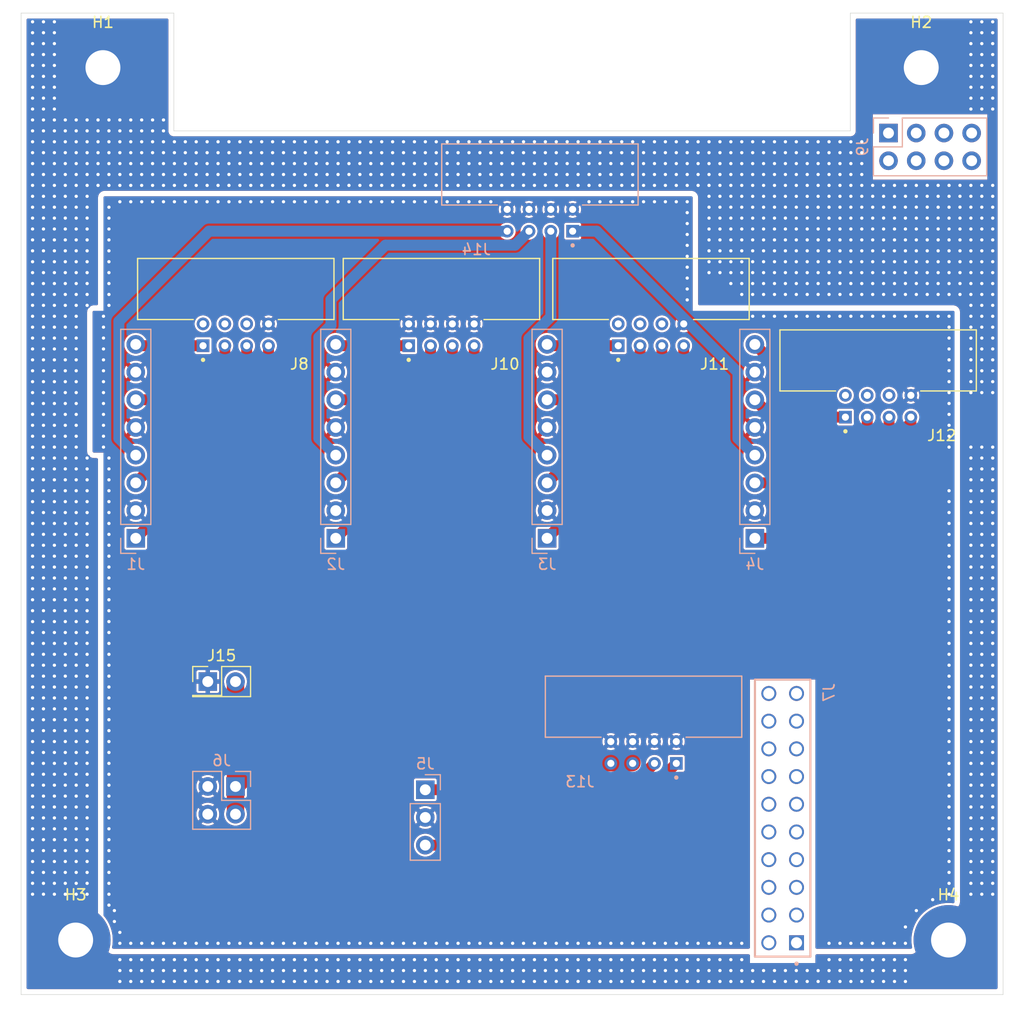
<source format=kicad_pcb>
(kicad_pcb (version 20241229) (generator "pcbnew") (generator_version "9.0")
  (layers (0 "F.Cu" signal) (2 "B.Cu" signal) (13 "F.Paste" user) (15 "B.Paste" user) (5 "F.SilkS" user "F.Silkscreen") (7 "B.SilkS" user "B.Silkscreen") (1 "F.Mask" user) (3 "B.Mask" user) (25 "Edge.Cuts" user))
  (net 0 "")
  (net 1 "Cremat 1 -7.2V")
  (net 2 "Cremat 1 +7.2")
  (net 3 "SiPM 1 +5V")
  (net 4 "SiPM 1 -5V")
  (net 5 "SiPM 2 +5V")
  (net 6 "SiPM 2 -5V")
  (net 7 "Cremat 2 +7.2")
  (net 8 "Cremat 2 -7.2V")
  (net 9 "SiPM 4 +5V")
  (net 10 "SiPM 4 -5V")
  (net 11 "Cremat 4 -7.2V")
  (net 12 "Cremat 4 +7.2")
  (net 13 "GND")
  (net 14 "Bias -15V")
  (net 15 "Bias +15V")
  (net 24 "/CHASSIS")
  (net 25 "Bridgeport 1 +5V")
  (net 26 "Bridgeport 2 +5V")
  (net 27 "Bridgeport 4 +5V")
  (net 28 "Heater 12V")
  (net 49 "SiPM 3 -5V")
  (net 50 "SiPM 3 +5V")
  (net 51 "Cremat 3 +7.2")
  (net 52 "Cremat 3 -7.2V")
  (net 53 "Bridgeport 3 +5V")
  (net 54 "Net-(J11-Pin_5)")
  (net 55 "Net-(J12-Pin_5)")
  (net 56 "Net-(J8-Pin_5)")
  (footprint "Connector_PinHeader_2.54mm:PinHeader_2x01_P2.54mm_Vertical" (layer "F.Cu") (at 177.56 153.5)
    (property "Reference" "J15")
    (property "Value" "Other heat connection")
  )
  (footprint "Library:HARWIN_M80-5L10842MC" (layer "F.Cu") (at 239 124.05 180)
    (property "Reference" "J12")
    (property "Value" "Toggle 4 out")
  )
  (footprint "Library:HARWIN_M80-5L10842MC" (layer "F.Cu") (at 218.18 117.5 180)
    (property "Reference" "J11")
    (property "Value" "Toggle 3 out")
  )
  (footprint "Library:HARWIN_M80-5L10842MC" (layer "F.Cu") (at 180.125 117.5 180)
    (property "Reference" "J8")
    (property "Value" "Toggle 1 out")
  )
  (footprint "MountingHole:MountingHole_3.2mm_M3_Pad" (layer "F.Cu") (at 165.45 177.2)
    (property "Reference" "H3")
    (property "Value" "MountingHole_Pad")
  )
  (footprint "MountingHole:MountingHole_3.2mm_M3_Pad" (layer "F.Cu") (at 242.95 97.2)
    (property "Reference" "H2")
    (property "Value" "MountingHole_Pad")
  )
  (footprint "Library:HARWIN_M80-5L10842MC" (layer "F.Cu") (at 198.975 117.5 180)
    (property "Reference" "J10")
    (property "Value" "Toggle 2 out")
  )
  (footprint "MountingHole:MountingHole_3.2mm_M3_Pad" (layer "F.Cu") (at 245.45 177.2)
    (property "Reference" "H4")
    (property "Value" "MountingHole_Pad")
  )
  (footprint "MountingHole:MountingHole_3.2mm_M3_Pad" (layer "F.Cu") (at 167.95 97.2)
    (property "Reference" "H1")
    (property "Value" "MountingHole_Pad")
  )
  (footprint "Connector_PinHeader_2.54mm:PinHeader_1x08_P2.54mm_Vertical" (layer "B.Cu") (at 208.66 140.36)
    (property "Reference" "J3")
    (property "Value" "Toggle 3 in")
  )
  (footprint "Connector_PinHeader_2.54mm:PinHeader_1x08_P2.54mm_Vertical" (layer "B.Cu") (at 170.96 140.36)
    (property "Reference" "J1")
    (property "Value" "Toggle 1 in")
  )
  (footprint "Connector_PinHeader_2.54mm:PinHeader_2x02_P2.54mm_Vertical" (layer "B.Cu") (at 180.1 163.12 180)
    (property "Reference" "J6")
    (property "Value" "Heater")
  )
  (footprint "IMPISH Toggles Library:SAMTEC_BCS-110-L-D-TE" (layer "B.Cu") (at 230.25 166.02 -90)
    (property "Reference" "J7")
    (property "Value" "BCS-110-L-D-TE")
  )
  (footprint "Library:HARWIN_M80-5L10842MC" (layer "B.Cu") (at 217.5 155.8)
    (property "Reference" "J13")
    (property "Value" "Bias/heat out")
  )
  (footprint "Connector_PinHeader_2.54mm:PinHeader_1x08_P2.54mm_Vertical" (layer "B.Cu") (at 227.7 140.36)
    (property "Reference" "J4")
    (property "Value" "Toggle 4 in")
  )
  (footprint "Connector_PinHeader_2.54mm:PinHeader_2x04_P2.54mm_Vertical" (layer "B.Cu") (at 239.95 103.2 -90)
    (property "Reference" "J9")
    (property "Value" "Sense passthrough")
  )
  (footprint "Library:HARWIN_M80-5L10842MC" (layer "B.Cu") (at 208 107)
    (property "Reference" "J14")
    (property "Value" "bridgeports out")
  )
  (footprint "Connector_PinHeader_2.54mm:PinHeader_1x08_P2.54mm_Vertical" (layer "B.Cu") (at 189.29 140.36)
    (property "Reference" "J2")
    (property "Value" "Toggle 2 in")
  )
  (footprint "Connector_PinHeader_2.54mm:PinHeader_1x03_P2.54mm_Vertical" (layer "B.Cu") (at 197.495 163.42 180)
    (property "Reference" "J5")
    (property "Value" "Bias in")
  )
  (gr_line (start 174.45 92.2) (end 174.45 103) (stroke (width 0.05)) (layer "Edge.Cuts"))
  (gr_line (start 174.45 103) (end 236.45 103) (stroke (width 0.05)) (layer "Edge.Cuts"))
  (gr_line (start 236.45 92.2) (end 250.45 92.2) (stroke (width 0.05)) (layer "Edge.Cuts"))
  (gr_line (start 250.45 182.2) (end 160.45 182.2) (stroke (width 0.05)) (layer "Edge.Cuts"))
  (gr_line (start 236.45 92.2) (end 236.45 103) (stroke (width 0.05)) (layer "Edge.Cuts"))
  (gr_line (start 160.45 182.2) (end 160.45 92.2) (stroke (width 0.05)) (layer "Edge.Cuts"))
  (gr_line (start 250.45 92.2) (end 250.45 182.2) (stroke (width 0.05)) (layer "Edge.Cuts"))
  (gr_line (start 160.45 92.2) (end 174.45 92.2) (stroke (width 0.05)) (layer "Edge.Cuts"))
  (segment (start 181.125 125.115) (end 170.96 135.28) (width 1) (layer "F.Cu") (net 1))
  (segment (start 181.125 122.7) (end 181.125 125.115) (width 1) (layer "F.Cu") (net 1))
  (segment (start 183.125 122.7) (end 183.125 128.195) (width 1) (layer "F.Cu") (net 2))
  (segment (start 183.125 128.195) (end 170.96 140.36) (width 1) (layer "F.Cu") (net 2))
  (segment (start 179.125 122.7) (end 179.125 123.518829) (width 1) (layer "F.Cu") (net 3))
  (segment (start 174.983829 127.66) (end 170.96 127.66) (width 1) (layer "F.Cu") (net 3))
  (segment (start 179.125 123.518829) (end 174.983829 127.66) (width 1) (layer "F.Cu") (net 3))
  (segment (start 177.125 122.7) (end 171.08 122.7) (width 1) (layer "F.Cu") (net 4))
  (segment (start 171.08 122.7) (end 170.96 122.58) (width 1) (layer "F.Cu") (net 4))
  (segment (start 193.833829 127.66) (end 189.29 127.66) (width 1) (layer "F.Cu") (net 5))
  (segment (start 197.975 122.7) (end 197.975 123.518829) (width 1) (layer "F.Cu") (net 5))
  (segment (start 197.975 123.518829) (end 193.833829 127.66) (width 1) (layer "F.Cu") (net 5))
  (segment (start 189.41 122.7) (end 189.29 122.58) (width 1) (layer "F.Cu") (net 6))
  (segment (start 195.975 122.7) (end 189.41 122.7) (width 1) (layer "F.Cu") (net 6))
  (segment (start 201.975 127.675) (end 189.29 140.36) (width 1) (layer "F.Cu") (net 7))
  (segment (start 201.975 122.7) (end 201.975 127.675) (width 1) (layer "F.Cu") (net 7))
  (segment (start 199.975 122.7) (end 199.975 124.595) (width 1) (layer "F.Cu") (net 8))
  (segment (start 199.975 124.595) (end 189.29 135.28) (width 1) (layer "F.Cu") (net 8))
  (segment (start 238 130.068829) (end 238 129.25) (width 1) (layer "F.Cu") (net 9))
  (segment (start 237.538829 130.53) (end 238 130.068829) (width 1) (layer "F.Cu") (net 9))
  (segment (start 230.57 130.53) (end 237.538829 130.53) (width 1) (layer "F.Cu") (net 9))
  (segment (start 227.7 127.66) (end 230.57 130.53) (width 1) (layer "F.Cu") (net 9))
  (segment (start 227.7 122.58) (end 234.37 129.25) (width 1) (layer "F.Cu") (net 10))
  (segment (start 234.37 129.25) (end 236 129.25) (width 1) (layer "F.Cu") (net 10))
  (segment (start 234.788829 135.28) (end 227.7 135.28) (width 1) (layer "F.Cu") (net 11))
  (segment (start 240 130.068829) (end 234.788829 135.28) (width 1) (layer "F.Cu") (net 11))
  (segment (start 240 129.25) (end 240 130.068829) (width 1) (layer "F.Cu") (net 11))
  (segment (start 227.7 140.36) (end 231.407299 140.36) (width 1) (layer "F.Cu") (net 12))
  (segment (start 231.407299 140.36) (end 242 129.767299) (width 1) (layer "F.Cu") (net 12))
  (segment (start 242 129.767299) (end 242 129.25) (width 1) (layer "F.Cu") (net 12))
  (via (at 245.5 124) (size 0.6) (drill 0.3) (layers "F.Cu" "B.Cu") (net 13))
  (via (at 245.5 163) (size 0.6) (drill 0.3) (layers "F.Cu" "B.Cu") (net 13))
  (via (at 245.5 154) (size 0.6) (drill 0.3) (layers "F.Cu" "B.Cu") (net 13))
  (via (at 206.5 177.5) (size 0.6) (drill 0.3) (layers "F.Cu" "B.Cu") (net 13))
  (via (at 188.5 177.5) (size 0.6) (drill 0.3) (layers "F.Cu" "B.Cu") (net 13))
  (via (at 203.5 177.5) (size 0.6) (drill 0.3) (layers "F.Cu" "B.Cu") (net 13))
  (via (at 212.5 109.5) (size 0.6) (drill 0.3) (layers "F.Cu" "B.Cu") (net 13))
  (via (at 168.5 145) (size 0.6) (drill 0.3) (layers "F.Cu" "B.Cu") (net 13))
  (via (at 239.5 177.5) (size 0.6) (drill 0.3) (layers "F.Cu" "B.Cu") (net 13))
  (via (at 245.5 171) (size 0.6) (drill 0.3) (layers "F.Cu" "B.Cu") (net 13))
  (via (at 168.5 110) (size 0.6) (drill 0.3) (layers "F.Cu" "B.Cu") (net 13))
  (via (at 216.5 177.5) (size 0.6) (drill 0.3) (layers "F.Cu" "B.Cu") (net 13))
  (via (at 215.5 177.5) (size 0.6) (drill 0.3) (layers "F.Cu" "B.Cu") (net 13))
  (via (at 193.5 177.5) (size 0.6) (drill 0.3) (layers "F.Cu" "B.Cu") (net 13))
  (via (at 185.5 177.5) (size 0.6) (drill 0.3) (layers "F.Cu" "B.Cu") (net 13))
  (via (at 177.5 177.5) (size 0.6) (drill 0.3) (layers "F.Cu" "B.Cu") (net 13))
  (via (at 168.5 160) (size 0.6) (drill 0.3) (layers "F.Cu" "B.Cu") (net 13))
  (via (at 168.5 136) (size 0.6) (drill 0.3) (layers "F.Cu" "B.Cu") (net 13))
  (via (at 168 124) (size 0.6) (drill 0.3) (layers "F.Cu" "B.Cu") (net 13))
  (via (at 168 129) (size 0.6) (drill 0.3) (layers "F.Cu" "B.Cu") (net 13))
  (via (at 181.5 109.5) (size 0.6) (drill 0.3) (layers "F.Cu" "B.Cu") (net 13))
  (via (at 168.5 163) (size 0.6) (drill 0.3) (layers "F.Cu" "B.Cu") (net 13))
  (via (at 233.5 120) (size 0.6) (drill 0.3) (layers "F.Cu" "B.Cu") (net 13))
  (via (at 168.5 140) (size 0.6) (drill 0.3) (layers "F.Cu" "B.Cu") (net 13))
  (via (at 190.5 109.5) (size 0.6) (drill 0.3) (layers "F.Cu" "B.Cu") (net 13))
  (via (at 198.5 109.5) (size 0.6) (drill 0.3) (layers "F.Cu" "B.Cu") (net 13))
  (via (at 224.5 177.5) (size 0.6) (drill 0.3) (layers "F.Cu" "B.Cu") (net 13))
  (via (at 215.5 109.5) (size 0.6) (drill 0.3) (layers "F.Cu" "B.Cu") (net 13))
  (via (at 202.5 177.5) (size 0.6) (drill 0.3) (layers "F.Cu" "B.Cu") (net 13))
  (via (at 168.5 171) (size 0.6) (drill 0.3) (layers "F.Cu" "B.Cu") (net 13))
  (via (at 168.5 119) (size 0.6) (drill 0.3) (layers "F.Cu" "B.Cu") (net 13))
  (via (at 179.5 177.5) (size 0.6) (drill 0.3) (layers "F.Cu" "B.Cu") (net 13))
  (via (at 243.5 120) (size 0.6) (drill 0.3) (layers "F.Cu" "B.Cu") (net 13))
  (via (at 240.5 177.5) (size 0.6) (drill 0.3) (layers "F.Cu" "B.Cu") (net 13))
  (via (at 168.5 111) (size 0.6) (drill 0.3) (layers "F.Cu" "B.Cu") (net 13))
  (via (at 245.5 168) (size 0.6) (drill 0.3) (layers "F.Cu" "B.Cu") (net 13))
  (via (at 221.5 110.5) (size 0.6) (drill 0.3) (layers "F.Cu" "B.Cu") (net 13))
  (via (at 230.5 120) (size 0.6) (drill 0.3) (layers "F.Cu" "B.Cu") (net 13))
  (via (at 168.5 151) (size 0.6) (drill 0.3) (layers "F.Cu" "B.Cu") (net 13))
  (via (at 245.5 156) (size 0.6) (drill 0.3) (layers "F.Cu" "B.Cu") (net 13))
  (via (at 245.5 166) (size 0.6) (drill 0.3) (layers "F.Cu" "B.Cu") (net 13))
  (via (at 183.5 177.5) (size 0.6) (drill 0.3) (layers "F.Cu" "B.Cu") (net 13))
  (via (at 214.5 177.5) (size 0.6) (drill 0.3) (layers "F.Cu" "B.Cu") (net 13))
  (via (at 245.5 157) (size 0.6) (drill 0.3) (layers "F.Cu" "B.Cu") (net 13))
  (via (at 227.5 120) (size 0.6) (drill 0.3) (layers "F.Cu" "B.Cu") (net 13))
  (via (at 195.5 177.5) (size 0.6) (drill 0.3) (layers "F.Cu" "B.Cu") (net 13))
  (via (at 180.5 177.5) (size 0.6) (drill 0.3) (layers "F.Cu" "B.Cu") (net 13))
  (via (at 168.5 159) (size 0.6) (drill 0.3) (layers "F.Cu" "B.Cu") (net 13))
  (via (at 222.5 177.5) (size 0.6) (drill 0.3) (layers "F.Cu" "B.Cu") (net 13))
  (via (at 221.5 111.5) (size 0.6) (drill 0.3) (layers "F.Cu" "B.Cu") (net 13))
  (via (at 168 130) (size 0.6) (drill 0.3) (layers "F.Cu" "B.Cu") (net 13))
  (via (at 168.5 142) (size 0.6) (drill 0.3) (layers "F.Cu" "B.Cu") (net 13))
  (via (at 168.5 153) (size 0.6) (drill 0.3) (layers "F.Cu" "B.Cu") (net 13))
  (via (at 168.5 157) (size 0.6) (drill 0.3) (layers "F.Cu" "B.Cu") (net 13))
  (via (at 245.5 172) (size 0.6) (drill 0.3) (layers "F.Cu" "B.Cu") (net 13))
  (via (at 168.5 148) (size 0.6) (drill 0.3) (layers "F.Cu" "B.Cu") (net 13))
  (via (at 245.5 158) (size 0.6) (drill 0.3) (layers "F.Cu" "B.Cu") (net 13))
  (via (at 220.5 109.5) (size 0.6) (drill 0.3) (layers "F.Cu" "B.Cu") (net 13))
  (via (at 245.5 129) (size 0.6) (drill 0.3) (layers "F.Cu" "B.Cu") (net 13))
  (via (at 168 123) (size 0.6) (drill 0.3) (layers "F.Cu" "B.Cu") (net 13))
  (via (at 221.5 115.5) (size 0.6) (drill 0.3) (layers "F.Cu" "B.Cu") (net 13))
  (via (at 168.5 141) (size 0.6) (drill 0.3) (layers "F.Cu" "B.Cu") (net 13))
  (via (at 208.5 177.5) (size 0.6) (drill 0.3) (layers "F.Cu" "B.Cu") (net 13))
  (via (at 168.5 146) (size 0.6) (drill 0.3) (layers "F.Cu" "B.Cu") (net 13))
  (via (at 212.5 177.5) (size 0.6) (drill 0.3) (layers "F.Cu" "B.Cu") (net 13))
  (via (at 176.5 177.5) (size 0.6) (drill 0.3) (layers "F.Cu" "B.Cu") (net 13))
  (via (at 182.5 177.5) (size 0.6) (drill 0.3) (layers "F.Cu" "B.Cu") (net 13))
  (via (at 168.5 134) (size 0.6) (drill 0.3) (layers "F.Cu" "B.Cu") (net 13))
  (via (at 197.5 177.5) (size 0.6) (drill 0.3) (layers "F.Cu" "B.Cu") (net 13))
  (via (at 245.5 123) (size 0.6) (drill 0.3) (layers "F.Cu" "B.Cu") (net 13))
  (via (at 245.5 120) (size 0.6) (drill 0.3) (layers "F.Cu" "B.Cu") (net 13))
  (via (at 245.5 126) (size 0.6) (drill 0.3) (layers "F.Cu" "B.Cu") (net 13))
  (via (at 245.5 137) (size 0.6) (drill 0.3) (layers "F.Cu" "B.Cu") (net 13))
  (via (at 232.5 120) (size 0.6) (drill 0.3) (layers "F.Cu" "B.Cu") (net 13))
  (via (at 186.5 109.5) (size 0.6) (drill 0.3) (layers "F.Cu" "B.Cu") (net 13))
  (via (at 168.5 118) (size 0.6) (drill 0.3) (layers "F.Cu" "B.Cu") (net 13))
  (via (at 168.5 164) (size 0.6) (drill 0.3) (layers "F.Cu" "B.Cu") (net 13))
  (via (at 201.5 177.5) (size 0.6) (drill 0.3) (layers "F.Cu" "B.Cu") (net 13))
  (via (at 245.5 167) (size 0.6) (drill 0.3) (layers "F.Cu" "B.Cu") (net 13))
  (via (at 245.5 165) (size 0.6) (drill 0.3) (layers "F.Cu" "B.Cu") (net 13))
  (via (at 168 128) (size 0.6) (drill 0.3) (layers "F.Cu" "B.Cu") (net 13))
  (via (at 240.5 120) (size 0.6) (drill 0.3) (layers "F.Cu" "B.Cu") (net 13))
  (via (at 231.5 120) (size 0.6) (drill 0.3) (layers "F.Cu" "B.Cu") (net 13))
  (via (at 172.5 177.5) (size 0.6) (drill 0.3) (layers "F.Cu" "B.Cu") (net 13))
  (via (at 169 175.5) (size 0.6) (drill 0.3) (layers "F.Cu" "B.Cu") (net 13))
  (via (at 171.5 109.5) (size 0.6) (drill 0.3) (layers "F.Cu" "B.Cu") (net 13))
  (via (at 241.5 177.5) (size 0.6) (drill 0.3) (layers "F.Cu" "B.Cu") (net 13))
  (via (at 187.5 109.5) (size 0.6) (drill 0.3) (layers "F.Cu" "B.Cu") (net 13))
  (via (at 245.5 147) (size 0.6) (drill 0.3) (layers "F.Cu" "B.Cu") (net 13))
  (via (at 214.5 109.5) (size 0.6) (drill 0.3) (layers "F.Cu" "B.Cu") (net 13))
  (via (at 245.5 170) (size 0.6) (drill 0.3) (layers "F.Cu" "B.Cu") (net 13))
  (via (at 245.5 152) (size 0.6) (drill 0.3) (layers "F.Cu" "B.Cu") (net 13))
  (via (at 168.5 166) (size 0.6) (drill 0.3) (layers "F.Cu" "B.Cu") (net 13))
  (via (at 245.5 132) (size 0.6) (drill 0.3) (layers "F.Cu" "B.Cu") (net 13))
  (via (at 175.5 109.5) (size 0.6) (drill 0.3) (layers "F.Cu" "B.Cu") (net 13))
  (via (at 202.5 109.5) (size 0.6) (drill 0.3) (layers "F.Cu" "B.Cu") (net 13))
  (via (at 245.5 121) (size 0.6) (drill 0.3) (layers "F.Cu" "B.Cu") (net 13))
  (via (at 169.5 109.5) (size 0.6) (drill 0.3) (layers "F.Cu" "B.Cu") (net 13))
  (via (at 189.5 109.5) (size 0.6) (drill 0.3) (layers "F.Cu" "B.Cu") (net 13))
  (via (at 168.5 113) (size 0.6) (drill 0.3) (layers "F.Cu" "B.Cu") (net 13))
  (via (at 168.5 117) (size 0.6) (drill 0.3) (layers "F.Cu" "B.Cu") (net 13))
  (via (at 168 122) (size 0.6) (drill 0.3) (layers "F.Cu" "B.Cu") (net 13))
  (via (at 178.5 109.5) (size 0.6) (drill 0.3) (layers "F.Cu" "B.Cu") (net 13))
  (via (at 245.5 151) (size 0.6) (drill 0.3) (layers "F.Cu" "B.Cu") (net 13))
  (via (at 179.5 109.5) (size 0.6) (drill 0.3) (layers "F.Cu" "B.Cu") (net 13))
  (via (at 245.5 159) (size 0.6) (drill 0.3) (layers "F.Cu" "B.Cu") (net 13))
  (via (at 238.5 177.5) (size 0.6) (drill 0.3) (layers "F.Cu" "B.Cu") (net 13))
  (via (at 201.5 109.5) (size 0.6) (drill 0.3) (layers "F.Cu" "B.Cu") (net 13))
  (via (at 221.5 113.5) (size 0.6) (drill 0.3) (layers "F.Cu" "B.Cu") (net 13))
  (via (at 170.5 177.5) (size 0.6) (drill 0.3) (layers "F.Cu" "B.Cu") (net 13))
  (via (at 168.5 150) (size 0.6) (drill 0.3) (layers "F.Cu" "B.Cu") (net 13))
  (via (at 245.5 144) (size 0.6) (drill 0.3) (layers "F.Cu" "B.Cu") (net 13))
  (via (at 173.5 177.5) (size 0.6) (drill 0.3) (layers "F.Cu" "B.Cu") (net 13))
  (via (at 245.5 155) (size 0.6) (drill 0.3) (layers "F.Cu" "B.Cu") (net 13))
  (via (at 245.5 127) (size 0.6) (drill 0.3) (layers "F.Cu" "B.Cu") (net 13))
  (via (at 168.5 161) (size 0.6) (drill 0.3) (layers "F.Cu" "B.Cu") (net 13))
  (via (at 245.5 149) (size 0.6) (drill 0.3) (layers "F.Cu" "B.Cu") (net 13))
  (via (at 221.5 109.5) (size 0.6) (drill 0.3) (layers "F.Cu" "B.Cu") (net 13))
  (via (at 204.5 177.5) (size 0.6) (drill 0.3) (layers "F.Cu" "B.Cu") (net 13))
  (via (at 234.5 177.5) (size 0.6) (drill 0.3) (layers "F.Cu" "B.Cu") (net 13))
  (via (at 186.5 177.5) (size 0.6) (drill 0.3) (layers "F.Cu" "B.Cu") (net 13))
  (via (at 211.5 177.5) (size 0.6) (drill 0.3) (layers "F.Cu" "B.Cu") (net 13))
  (via (at 168.5 165) (size 0.6) (drill 0.3) (layers "F.Cu" "B.Cu") (net 13))
  (via (at 193.5 109.5) (size 0.6) (drill 0.3) (layers "F.Cu" "B.Cu") (net 13))
  (via (at 168 125) (size 0.6) (drill 0.3) (layers "F.Cu" "B.Cu") (net 13))
  (via (at 170.5 109.5) (size 0.6) (drill 0.3) (layers "F.Cu" "B.Cu") (net 13))
  (via (at 196.5 177.5) (size 0.6) (drill 0.3) (layers "F.Cu" "B.Cu") (net 13))
  (via (at 229.5 120) (size 0.6) (drill 0.3) (layers "F.Cu" "B.Cu") (net 13))
  (via (at 218.5 109.5) (size 0.6) (drill 0.3) (layers "F.Cu" "B.Cu") (net 13))
  (via (at 221.5 112.5) (size 0.6) (drill 0.3) (layers "F.Cu" "B.Cu") (net 13))
  (via (at 245.5 138) (size 0.6) (drill 0.3) (layers "F.Cu" "B.Cu") (net 13))
  (via (at 237.5 177.5) (size 0.6) (drill 0.3) (layers "F.Cu" "B.Cu") (net 13))
  (via (at 168.5 139) (size 0.6) (drill 0.3) (layers "F.Cu" "B.Cu") (net 13))
  (via (at 168.5 170) (size 0.6) (drill 0.3) (layers "F.Cu" "B.Cu") (net 13))
  (via (at 168.5 147) (size 0.6) (drill 0.3) (layers "F.Cu" "B.Cu") (net 13))
  (via (at 245.5 131) (size 0.6) (drill 0.3) (layers "F.Cu" "B.Cu") (net 13))
  (via (at 183.5 109.5) (size 0.6) (drill 0.3) (layers "F.Cu" "B.Cu") (net 13))
  (via (at 245.5 162) (size 0.6) (drill 0.3) (layers "F.Cu" "B.Cu") (net 13))
  (via (at 168.5 152) (size 0.6) (drill 0.3) (layers "F.Cu" "B.Cu") (net 13))
  (via (at 168.5 112) (size 0.6) (drill 0.3) (layers "F.Cu" "B.Cu") (net 13))
  (via (at 196.5 109.5) (size 0.6) (drill 0.3) (layers "F.Cu" "B.Cu") (net 13))
  (via (at 235.5 120) (size 0.6) (drill 0.3) (layers "F.Cu" "B.Cu") (net 13))
  (via (at 168.5 168) (size 0.6) (drill 0.3) (layers "F.Cu" "B.Cu") (net 13))
  (via (at 168.5 133) (size 0.6) (drill 0.3) (layers "F.Cu" "B.Cu") (net 13))
  (via (at 245.5 141) (size 0.6) (drill 0.3) (layers "F.Cu" "B.Cu") (net 13))
  (via (at 218.5 177.5) (size 0.6) (drill 0.3) (layers "F.Cu" "B.Cu") (net 13))
  (via (at 169 174.5) (size 0.6) (drill 0.3) (layers "F.Cu" "B.Cu") (net 13))
  (via (at 168.5 162) (size 0.6) (drill 0.3) (layers "F.Cu" "B.Cu") (net 13))
  (via (at 213.5 109.5) (size 0.6) (drill 0.3) (layers "F.Cu" "B.Cu") (net 13))
  (via (at 175.5 177.5) (size 0.6) (drill 0.3) (layers "F.Cu" "B.Cu") (net 13))
  (via (at 245.5 145) (size 0.6) (drill 0.3) (layers "F.Cu" "B.Cu") (net 13))
  (via (at 245.5 128) (size 0.6) (drill 0.3) (layers "F.Cu" "B.Cu") (net 13))
  (via (at 245.5 164) (size 0.6) (drill 0.3) (layers "F.Cu" "B.Cu") (net 13))
  (via (at 245.5 140) (size 0.6) (drill 0.3) (layers "F.Cu" "B.Cu") (net 13))
  (via (at 209.5 177.5) (size 0.6) (drill 0.3) (layers "F.Cu" "B.Cu") (net 13))
  (via (at 245.5 136) (size 0.6) (drill 0.3) (layers "F.Cu" "B.Cu") (net 13))
  (via (at 176.5 109.5) (size 0.6) (drill 0.3) (layers "F.Cu" "B.Cu") (net 13))
  (via (at 236.5 120) (size 0.6) (drill 0.3) (layers "F.Cu" "B.Cu") (net 13))
  (via (at 168.5 137) (size 0.6) (drill 0.3) (layers "F.Cu" "B.Cu") (net 13))
  (via (at 245.5 146) (size 0.6) (drill 0.3) (layers "F.Cu" "B.Cu") (net 13))
  (via (at 237.5 120) (size 0.6) (drill 0.3) (layers "F.Cu" "B.Cu") (net 13))
  (via (at 203.5 109.5) (size 0.6) (drill 0.3) (layers "F.Cu" "B.Cu") (net 13))
  (via (at 244.5 120) (size 0.6) (drill 0.3) (layers "F.Cu" "B.Cu") (net 13))
  (via (at 234.5 120) (size 0.6) (drill 0.3) (layers "F.Cu" "B.Cu") (net 13))
  (via (at 197.5 109.5) (size 0.6) (drill 0.3) (layers "F.Cu" "B.Cu") (net 13))
  (via (at 168.5 155) (size 0.6) (drill 0.3) (layers "F.Cu" "B.Cu") (net 13))
  (via (at 245.5 173) (size 0.6) (drill 0.3) (layers "F.Cu" "B.Cu") (net 13))
  (via (at 242.5 120) (size 0.6) (drill 0.3) (layers "F.Cu" "B.Cu") (net 13))
  (via (at 184.5 109.5) (size 0.6) (drill 0.3) (layers "F.Cu" "B.Cu") (net 13))
  (via (at 213.5 177.5) (size 0.6) (drill 0.3) (layers "F.Cu" "B.Cu") (net 13))
  (via (at 219.5 177.5) (size 0.6) (drill 0.3) (layers "F.Cu" "B.Cu") (net 13))
  (via (at 168.5 154) (size 0.6) (drill 0.3) (layers "F.Cu" "B.Cu") (net 13))
  (via (at 168.5 115) (size 0.6) (drill 0.3) (layers "F.Cu" "B.Cu") (net 13))
  (via (at 168.5 144) (size 0.6) (drill 0.3) (layers "F.Cu" "B.Cu") (net 13))
  (via (at 245.5 122) (size 0.6) (drill 0.3) (layers "F.Cu" "B.Cu") (net 13))
  (via (at 195.5 109.5) (size 0.6) (drill 0.3) (layers "F.Cu" "B.Cu") (net 13))
  (via (at 168.5 116) (size 0.6) (drill 0.3) (layers "F.Cu" "B.Cu") (net 13))
  (via (at 217.5 109.5) (size 0.6) (drill 0.3) (layers "F.Cu" "B.Cu") (net 13))
  (via (at 168.5 172) (size 0.6) (drill 0.3) (layers "F.Cu" "B.Cu") (net 13))
  (via (at 200.5 109.5) (size 0.6) (drill 0.3) (layers "F.Cu" "B.Cu") (net 13))
  (via (at 199.5 109.5) (size 0.6) (drill 0.3) (layers "F.Cu" "B.Cu") (net 13))
  (via (at 198.5 177.5) (size 0.6) (drill 0.3) (layers "F.Cu" "B.Cu") (net 13))
  (via (at 184.5 177.5) (size 0.6) (drill 0.3) (layers "F.Cu" "B.Cu") (net 13))
  (via (at 168.5 158) (size 0.6) (drill 0.3) (layers "F.Cu" "B.Cu") (net 13))
  (via (at 242.5 174.5) (size 0.6) (drill 0.3) (layers "F.Cu" "B.Cu") (net 13))
  (via (at 241.5 120) (size 0.6) (drill 0.3) (layers "F.Cu" "B.Cu") (net 13))
  (via (at 205.5 177.5) (size 0.6) (drill 0.3) (layers "F.Cu" "B.Cu") (net 13))
  (via (at 216.5 109.5) (size 0.6) (drill 0.3) (layers "F.Cu" "B.Cu") (net 13))
  (via (at 168.5 149) (size 0.6) (drill 0.3) (layers "F.Cu" "B.Cu") (net 13))
  (via (at 225.5 177.5) (size 0.6) (drill 0.3) (layers "F.Cu" "B.Cu") (net 13))
  (via (at 169.5 176.5) (size 0.6) (drill 0.3) (layers "F.Cu" "B.Cu") (net 13))
  (via (at 168 131) (size 0.6) (drill 0.3) (layers "F.Cu" "B.Cu") (net 13))
  (via (at 194.5 109.5) (size 0.6) (drill 0.3) (layers "F.Cu" "B.Cu") (net 13))
  (via (at 245.5 148) (size 0.6) (drill 0.3) (layers "F.Cu" "B.Cu") (net 13))
  (via (at 221.5 114.5) (size 0.6) (drill 0.3) (layers "F.Cu" "B.Cu") (net 13))
  (via (at 168.5 156) (size 0.6) (drill 0.3) (layers "F.Cu" "B.Cu") (net 13))
  (via (at 168.5 169) (size 0.6) (drill 0.3) (layers "F.Cu" "B.Cu") (net 13))
  (via (at 238.5 120) (size 0.6) (drill 0.3) (layers "F.Cu" "B.Cu") (net 13))
  (via (at 187.5 177.5) (size 0.6) (drill 0.3) (layers "F.Cu" "B.Cu") (net 13))
  (via (at 174.5 177.5) (size 0.6) (drill 0.3) (layers "F.Cu" "B.Cu") (net 13))
  (via (at 168.5 135) (size 0.6) (drill 0.3) (layers "F.Cu" "B.Cu") (net 13))
  (via (at 210.5 177.5) (size 0.6) (drill 0.3) (layers "F.Cu" "B.Cu") (net 13))
  (via (at 177.5 109.5) (size 0.6) (drill 0.3) (layers "F.Cu" "B.Cu") (net 13))
  (via (at 172.5 109.5) (size 0.6) (drill 0.3) (layers "F.Cu" "B.Cu") (net 13))
  (via (at 168 121) (size 0.6) (drill 0.3) (layers "F.Cu" "B.Cu") (net 13))
  (via (at 180.5 109.5) (size 0.6) (drill 0.3) (layers "F.Cu" "B.Cu") (net 13))
  (via (at 190.5 177.5) (size 0.6) (drill 0.3) (layers "F.Cu" "B.Cu") (net 13))
  (via (at 228.5 120) (size 0.6) (drill 0.3) (layers "F.Cu" "B.Cu") (net 13))
  (via (at 245.5 153) (size 0.6) (drill 0.3) (layers "F.Cu" "B.Cu") (net 13))
  (via (at 182.5 109.5) (size 0.6) (drill 0.3) (layers "F.Cu" "B.Cu") (net 13))
  (via (at 236.5 177.5) (size 0.6) (drill 0.3) (layers "F.Cu" "B.Cu") (net 13))
  (via (at 168 120) (size 0.6) (drill 0.3) (layers "F.Cu" "B.Cu") (net 13))
  (via (at 185.5 109.5) (size 0.6) (drill 0.3) (layers "F.Cu" "B.Cu") (net 13))
  (via (at 188.5 109.5) (size 0.6) (drill 0.3) (layers "F.Cu" "B.Cu") (net 13))
  (via (at 192.5 177.5) (size 0.6) (drill 0.3) (layers "F.Cu" "B.Cu") (net 13))
  (via (at 194.5 177.5) (size 0.6) (drill 0.3) (layers "F.Cu" "B.Cu") (net 13))
  (via (at 200.5 177.5) (size 0.6) (drill 0.3) (layers "F.Cu" "B.Cu") (net 13))
  (via (at 173.5 109.5) (size 0.6) (drill 0.3) (layers "F.Cu" "B.Cu") (net 13))
  (via (at 207.5 177.5) (size 0.6) (drill 0.3) (layers "F.Cu" "B.Cu") (net 13))
  (via (at 191.5 109.5) (size 0.6) (drill 0.3) (layers "F.Cu" "B.Cu") (net 13))
  (via (at 191.5 177.5) (size 0.6) (drill 0.3) (layers "F.Cu" "B.Cu") (net 13))
  (via (at 199.5 177.5) (size 0.6) (drill 0.3) (layers "F.Cu" "B.Cu") (net 13))
  (via (at 168.5 143) (size 0.6) (drill 0.3) (layers "F.Cu" "B.Cu") (net 13))
  (via (at 219.5 109.5) (size 0.6) (drill 0.3) (layers "F.Cu" "B.Cu") (net 13))
  (via (at 189.5 177.5) (size 0.6) (drill 0.3) (layers "F.Cu" "B.Cu") (net 13))
  (via (at 245.5 130) (size 0.6) (drill 0.3) (layers "F.Cu" "B.Cu") (net 13))
  (via (at 168 132) (size 0.6) (drill 0.3) (layers "F.Cu" "B.Cu") (net 13))
  (via (at 221.5 177.5) (size 0.6) (drill 0.3) (layers "F.Cu" "B.Cu") (net 13))
  (via (at 245.5 143) (size 0.6) (drill 0.3) (layers "F.Cu" "B.Cu") (net 13))
  (via (at 168.5 138) (size 0.6) (drill 0.3) (layers "F.Cu" "B.Cu") (net 13))
  (via (at 168.5 114) (size 0.6) (drill 0.3) (layers "F.Cu" "B.Cu") (net 13))
  (via (at 221.5 116.5) (size 0.6) (drill 0.3) (layers "F.Cu" "B.Cu") (net 13))
  (via (at 221.5 117.5) (size 0.6) (drill 0.3) (layers "F.Cu" "B.Cu") (net 13))
  (via (at 171.5 177.5) (size 0.6) (drill 0.3) (layers "F.Cu" "B.Cu") (net 13))
  (via (at 244 173.5) (size 0.6) (drill 0.3) (layers "F.Cu" "B.Cu") (net 13))
  (via (at 245.5 142) (size 0.6) (drill 0.3) (layers "F.Cu" "B.Cu") (net 13))
  (via (at 168.5 174) (size 0.6) (drill 0.3) (layers "F.Cu" "B.Cu") (net 13))
  (via (at 241.5 176) (size 0.6) (drill 0.3) (layers "F.Cu" "B.Cu") (net 13))
  (via (at 239.5 120) (size 0.6) (drill 0.3) (layers "F.Cu" "B.Cu") (net 13))
  (via (at 245.5 150) (size 0.6) (drill 0.3) (layers "F.Cu" "B.Cu") (net 13))
  (via (at 168 127) (size 0.6) (drill 0.3) (layers "F.Cu" "B.Cu") (net 13))
  (via (at 221.5 118.5) (size 0.6) (drill 0.3) (layers "F.Cu" "B.Cu") (net 13))
  (via (at 220.5 177.5) (size 0.6) (drill 0.3) (layers "F.Cu" "B.Cu") (net 13))
  (via (at 245.5 160) (size 0.6) (drill 0.3) (layers "F.Cu" "B.Cu") (net 13))
  (via (at 178.5 177.5) (size 0.6) (drill 0.3) (layers "F.Cu" "B.Cu") (net 13))
  (via (at 245.5 125) (size 0.6) (drill 0.3) (layers "F.Cu" "B.Cu") (net 13))
  (via (at 217.5 177.5) (size 0.6) (drill 0.3) (layers "F.Cu" "B.Cu") (net 13))
  (via (at 168.5 167) (size 0.6) (drill 0.3) (layers "F.Cu" "B.Cu") (net 13))
  (via (at 223.5 177.5) (size 0.6) (drill 0.3) (layers "F.Cu" "B.Cu") (net 13))
  (via (at 169.5 177.5) (size 0.6) (drill 0.3) (layers "F.Cu" "B.Cu") (net 13))
  (via (at 226.5 177.5) (size 0.6) (drill 0.3) (layers "F.Cu" "B.Cu") (net 13))
  (via (at 192.5 109.5) (size 0.6) (drill 0.3) (layers "F.Cu" "B.Cu") (net 13))
  (via (at 168 126) (size 0.6) (drill 0.3) (layers "F.Cu" "B.Cu") (net 13))
  (via (at 168.5 173) (size 0.6) (drill 0.3) (layers "F.Cu" "B.Cu") (net 13))
  (via (at 245.5 139) (size 0.6) (drill 0.3) (layers "F.Cu" "B.Cu") (net 13))
  (via (at 245.5 161) (size 0.6) (drill 0.3) (layers "F.Cu" "B.Cu") (net 13))
  (via (at 235.5 177.5) (size 0.6) (drill 0.3) (layers "F.Cu" "B.Cu") (net 13))
  (via (at 245.5 169) (size 0.6) (drill 0.3) (layers "F.Cu" "B.Cu") (net 13))
  (via (at 174.5 109.5) (size 0.6) (drill 0.3) (layers "F.Cu" "B.Cu") (net 13))
  (via (at 181.5 177.5) (size 0.6) (drill 0.3) (layers "F.Cu" "B.Cu") (net 13))
  (segment (start 213 168.5) (end 220.5 161) (width 1) (layer "F.Cu") (net 14))
  (segment (start 197.495 168.5) (end 213 168.5) (width 1) (layer "F.Cu") (net 14))
  (segment (start 218.5 161) (end 216.08 163.42) (width 1) (layer "F.Cu") (net 15))
  (segment (start 216.08 163.42) (end 197.495 163.42) (width 1) (layer "F.Cu") (net 15))
  (via (at 247.5 111) (size 0.6) (drill 0.3) (layers "F.Cu" "B.Cu") (net 24))
  (via (at 248.5 167) (size 0.6) (drill 0.3) (layers "F.Cu" "B.Cu") (net 24))
  (via (at 204.5 181) (size 0.6) (drill 0.3) (layers "F.Cu" "B.Cu") (net 24))
  (via (at 224.5 107) (size 0.6) (drill 0.3) (layers "F.Cu" "B.Cu") (net 24))
  (via (at 225.5 109) (size 0.6) (drill 0.3) (layers "F.Cu" "B.Cu") (net 24))
  (via (at 180.5 106) (size 0.6) (drill 0.3) (layers "F.Cu" "B.Cu") (net 24))
  (via (at 224.5 108) (size 0.6) (drill 0.3) (layers "F.Cu" "B.Cu") (net 24))
  (via (at 203.5 181) (size 0.6) (drill 0.3) (layers "F.Cu" "B.Cu") (net 24))
  (via (at 234.5 105) (size 0.6) (drill 0.3) (layers "F.Cu" "B.Cu") (net 24))
  (via (at 182.5 108) (size 0.6) (drill 0.3) (layers "F.Cu" "B.Cu") (net 24))
  (via (at 230.5 118) (size 0.6) (drill 0.3) (layers "F.Cu" "B.Cu") (net 24))
  (via (at 165.5 141) (size 0.6) (drill 0.3) (layers "F.Cu" "B.Cu") (net 24))
  (via (at 165.5 147) (size 0.6) (drill 0.3) (layers "F.Cu" "B.Cu") (net 24))
  (via (at 176.5 180) (size 0.6) (drill 0.3) (layers "F.Cu" "B.Cu") (net 24))
  (via (at 184.5 106) (size 0.6) (drill 0.3) (layers "F.Cu" "B.Cu") (net 24))
  (via (at 163.5 155) (size 0.6) (drill 0.3) (layers "F.Cu" "B.Cu") (net 24))
  (via (at 228.5 111) (size 0.6) (drill 0.3) (layers "F.Cu" "B.Cu") (net 24))
  (via (at 222.5 104) (size 0.6) (drill 0.3) (layers "F.Cu" "B.Cu") (net 24))
  (via (at 163.5 131) (size 0.6) (drill 0.3) (layers "F.Cu" "B.Cu") (net 24))
  (via (at 166.5 137) (size 0.6) (drill 0.3) (layers "F.Cu" "B.Cu") (net 24))
  (via (at 219.5 181) (size 0.6) (drill 0.3) (layers "F.Cu" "B.Cu") (net 24))
  (via (at 163.5 158) (size 0.6) (drill 0.3) (layers "F.Cu" "B.Cu") (net 24))
  (via (at 163.5 140) (size 0.6) (drill 0.3) (layers "F.Cu" "B.Cu") (net 24))
  (via (at 245.5 115) (size 0.6) (drill 0.3) (layers "F.Cu" "B.Cu") (net 24))
  (via (at 241.5 180) (size 0.6) (drill 0.3) (layers "F.Cu" "B.Cu") (net 24))
  (via (at 248.5 173) (size 0.6) (drill 0.3) (layers "F.Cu" "B.Cu") (net 24))
  (via (at 229.5 113) (size 0.6) (drill 0.3) (layers "F.Cu" "B.Cu") (net 24))
  (via (at 249.5 110) (size 0.6) (drill 0.3) (layers "F.Cu" "B.Cu") (net 24))
  (via (at 164.5 154) (size 0.6) (drill 0.3) (layers "F.Cu" "B.Cu") (net 24))
  (via (at 208.5 106) (size 0.6) (drill 0.3) (layers "F.Cu" "B.Cu") (net 24))
  (via (at 186.5 106) (size 0.6) (drill 0.3) (layers "F.Cu" "B.Cu") (net 24))
  (via (at 164.5 151) (size 0.6) (drill 0.3) (layers "F.Cu" "B.Cu") (net 24))
  (via (at 166.5 161) (size 0.6) (drill 0.3) (layers "F.Cu" "B.Cu") (net 24))
  (via (at 169.5 104) (size 0.6) (drill 0.3) (layers "F.Cu" "B.Cu") (net 24))
  (via (at 166.5 170) (size 0.6) (drill 0.3) (layers "F.Cu" "B.Cu") (net 24))
  (via (at 161.5 110) (size 0.6) (drill 0.3) (layers "F.Cu" "B.Cu") (net 24))
  (via (at 243.5 116) (size 0.6) (drill 0.3) (layers "F.Cu" "B.Cu") (net 24))
  (via (at 213.5 105) (size 0.6) (drill 0.3) (layers "F.Cu" "B.Cu") (net 24))
  (via (at 162.5 172) (size 0.6) (drill 0.3) (layers "F.Cu" "B.Cu") (net 24))
  (via (at 171.5 181) (size 0.6) (drill 0.3) (layers "F.Cu" "B.Cu") (net 24))
  (via (at 161.5 100) (size 0.6) (drill 0.3) (layers "F.Cu" "B.Cu") (net 24))
  (via (at 230.5 111) (size 0.6) (drill 0.3) (layers "F.Cu" "B.Cu") (net 24))
  (via (at 223.5 180) (size 0.6) (drill 0.3) (layers "F.Cu" "B.Cu") (net 24))
  (via (at 238.5 117) (size 0.6) (drill 0.3) (layers "F.Cu" "B.Cu") (net 24))
  (via (at 161.5 171) (size 0.6) (drill 0.3) (layers "F.Cu" "B.Cu") (net 24))
  (via (at 173.5 108) (size 0.6) (drill 0.3) (layers "F.Cu" "B.Cu") (net 24))
  (via (at 164.5 131) (size 0.6) (drill 0.3) (layers "F.Cu" "B.Cu") (net 24))
  (via (at 178.5 105) (size 0.6) (drill 0.3) (layers "F.Cu" "B.Cu") (net 24))
  (via (at 179.5 107) (size 0.6) (drill 0.3) (layers "F.Cu" "B.Cu") (net 24))
  (via (at 228.5 104) (size 0.6) (drill 0.3) (layers "F.Cu" "B.Cu") (net 24))
  (via (at 178.5 180) (size 0.6) (drill 0.3) (layers "F.Cu" "B.Cu") (net 24))
  (via (at 176.5 181) (size 0.6) (drill 0.3) (layers "F.Cu" "B.Cu") (net 24))
  (via (at 227.5 180) (size 0.6) (drill 0.3) (layers "F.Cu" "B.Cu") (net 24))
  (via (at 249.5 121) (size 0.6) (drill 0.3) (layers "F.Cu" "B.Cu") (net 24))
  (via (at 234.5 107) (size 0.6) (drill 0.3) (layers "F.Cu" "B.Cu") (net 24))
  (via (at 185.5 180) (size 0.6) (drill 0.3) (layers "F.Cu" "B.Cu") (net 24))
  (via (at 161.5 129) (size 0.6) (drill 0.3) (layers "F.Cu" "B.Cu") (net 24))
  (via (at 166.5 172) (size 0.6) (drill 0.3) (layers "F.Cu" "B.Cu") (net 24))
  (via (at 179.5 108) (size 0.6) (drill 0.3) (layers "F.Cu" "B.Cu") (net 24))
  (via (at 247.5 164) (size 0.6) (drill 0.3) (layers "F.Cu" "B.Cu") (net 24))
  (via (at 174.5 181) (size 0.6) (drill 0.3) (layers "F.Cu" "B.Cu") (net 24))
  (via (at 194.5 105) (size 0.6) (drill 0.3) (layers "F.Cu" "B.Cu") (net 24))
  (via (at 212.5 106) (size 0.6) (drill 0.3) (layers "F.Cu" "B.Cu") (net 24))
  (via (at 163.5 141) (size 0.6) (drill 0.3) (layers "F.Cu" "B.Cu") (net 24))
  (via (at 219.5 106) (size 0.6) (drill 0.3) (layers "F.Cu" "B.Cu") (net 24))
  (via (at 182.5 180) (size 0.6) (drill 0.3) (layers "F.Cu" "B.Cu") (net 24))
  (via (at 247.5 151) (size 0.6) (drill 0.3) (layers "F.Cu" "B.Cu") (net 24))
  (via (at 162.5 136) (size 0.6) (drill 0.3) (layers "F.Cu" "B.Cu") (net 24))
  (via (at 166.5 109) (size 0.6) (drill 0.3) (layers "F.Cu" "B.Cu") (net 24))
  (via (at 164.5 119) (size 0.6) (drill 0.3) (layers "F.Cu" "B.Cu") (net 24))
  (via (at 229.5 109) (size 0.6) (drill 0.3) (layers "F.Cu" "B.Cu") (net 24))
  (via (at 222.5 105) (size 0.6) (drill 0.3) (layers "F.Cu" "B.Cu") (net 24))
  (via (at 165.5 139) (size 0.6) (drill 0.3) (layers "F.Cu" "B.Cu") (net 24))
  (via (at 161.5 147) (size 0.6) (drill 0.3) (layers "F.Cu" "B.Cu") (net 24))
  (via (at 227.5 109) (size 0.6) (drill 0.3) (layers "F.Cu" "B.Cu") (net 24))
  (via (at 243.5 115) (size 0.6) (drill 0.3) (layers "F.Cu" "B.Cu") (net 24))
  (via (at 165.5 111) (size 0.6) (drill 0.3) (layers "F.Cu" "B.Cu") (net 24))
  (via (at 164.5 146) (size 0.6) (drill 0.3) (layers "F.Cu" "B.Cu") (net 24))
  (via (at 165.5 102) (size 0.6) (drill 0.3) (layers "F.Cu" "B.Cu") (net 24))
  (via (at 173.5 103) (size 0.6) (drill 0.3) (layers "F.Cu" "B.Cu") (net 24))
  (via (at 225.5 179) (size 0.6) (drill 0.3) (layers "F.Cu" "B.Cu") (net 24))
  (via (at 161.5 116) (size 0.6) (drill 0.3) (layers "F.Cu" "B.Cu") (net 24))
  (via (at 237.5 105) (size 0.6) (drill 0.3) (layers "F.Cu" "B.Cu") (net 24))
  (via (at 233.5 110) (size 0.6) (drill 0.3) (layers "F.Cu" "B.Cu") (net 24))
  (via (at 247.5 116) (size 0.6) (drill 0.3) (layers "F.Cu" "B.Cu") (net 24))
  (via (at 163.5 123) (size 0.6) (drill 0.3) (layers "F.Cu" "B.Cu") (net 24))
  (via (at 184.5 108) (size 0.6) (drill 0.3) (layers "F.Cu" "B.Cu") (net 24))
  (via (at 178.5 179) (size 0.6) (drill 0.3) (layers "F.Cu" "B.Cu") (net 24))
  (via (at 163.5 150) (size 0.6) (drill 0.3) (layers "F.Cu" "B.Cu") (net 24))
  (via (at 162.5 103) (size 0.6) (drill 0.3) (layers "F.Cu" "B.Cu") (net 24))
  (via (at 249.5 124) (size 0.6) (drill 0.3) (layers "F.Cu" "B.Cu") (net 24))
  (via (at 209.5 104) (size 0.6) (drill 0.3) (layers "F.Cu" "B.Cu") (net 24))
  (via (at 163.5 117) (size 0.6) (drill 0.3) (layers "F.Cu" "B.Cu") (net 24))
  (via (at 225.5 180) (size 0.6) (drill 0.3) (layers "F.Cu" "B.Cu") (net 24))
  (via (at 245.5 116) (size 0.6) (drill 0.3) (layers "F.Cu" "B.Cu") (net 24))
  (via (at 246.5 113) (size 0.6) (drill 0.3) (layers "F.Cu" "B.Cu") (net 24))
  (via (at 183.5 104) (size 0.6) (drill 0.3) (layers "F.Cu" "B.Cu") (net 24))
  (via (at 214.5 107) (size 0.6) (drill 0.3) (layers "F.Cu" "B.Cu") (net 24))
  (via (at 249.5 127) (size 0.6) (drill 0.3) (layers "F.Cu" "B.Cu") (net 24))
  (via (at 163.5 116) (size 0.6) (drill 0.3) (layers "F.Cu" "B.Cu") (net 24))
  (via (at 166.5 158) (size 0.6) (drill 0.3) (layers "F.Cu" "B.Cu") (net 24))
  (via (at 236.5 179) (size 0.6) (drill 0.3) (layers "F.Cu" "B.Cu") (net 24))
  (via (at 249.5 109) (size 0.6) (drill 0.3) (layers "F.Cu" "B.Cu") (net 24))
  (via (at 235.5 181) (size 0.6) (drill 0.3) (layers "F.Cu" "B.Cu") (net 24))
  (via (at 187.5 179) (size 0.6) (drill 0.3) (layers "F.Cu" "B.Cu") (net 24))
  (via (at 163.5 166) (size 0.6) (drill 0.3) (layers "F.Cu" "B.Cu") (net 24))
  (via (at 163.5 104) (size 0.6) (drill 0.3) (layers "F.Cu" "B.Cu") (net 24))
  (via (at 221.5 181) (size 0.6) (drill 0.3) (layers "F.Cu" "B.Cu") (net 24))
  (via (at 233.5 108) (size 0.6) (drill 0.3) (layers "F.Cu" "B.Cu") (net 24))
  (via (at 227.5 114) (size 0.6) (drill 0.3) (layers "F.Cu" "B.Cu") (net 24))
  (via (at 161.5 115) (size 0.6) (drill 0.3) (layers "F.Cu" "B.Cu") (net 24))
  (via (at 248.5 114) (size 0.6) (drill 0.3) (layers "F.Cu" "B.Cu") (net 24))
  (via (at 166.5 108) (size 0.6) (drill 0.3) (layers "F.Cu" "B.Cu") (net 24))
  (via (at 218.5 106) (size 0.6) (drill 0.3) (layers "F.Cu" "B.Cu") (net 24))
  (via (at 228.5 118) (size 0.6) (drill 0.3) (layers "F.Cu" "B.Cu") (net 24))
  (via (at 196.5 106) (size 0.6) (drill 0.3) (layers "F.Cu" "B.Cu") (net 24))
  (via (at 210.5 181) (size 0.6) (drill 0.3) (layers "F.Cu" "B.Cu") (net 24))
  (via (at 232.5 116) (size 0.6) (drill 0.3) (layers "F.Cu" "B.Cu") (net 24))
  (via (at 169.5 107) (size 0.6) (drill 0.3) (layers "F.Cu" "B.Cu") (net 24))
  (via (at 225.5 110) (size 0.6) (drill 0.3) (layers "F.Cu" "B.Cu") (net 24))
  (via (at 222.5 180) (size 0.6) (drill 0.3) (layers "F.Cu" "B.Cu") (net 24))
  (via (at 166.5 134) (size 0.6) (drill 0.3) (layers "F.Cu" "B.Cu") (net 24))
  (via (at 249.5 151) (size 0.6) (drill 0.3) (layers "F.Cu" "B.Cu") (net 24))
  (via (at 195.5 105) (size 0.6) (drill 0.3) (layers "F.Cu" "B.Cu") (net 24))
  (via (at 191.5 105) (size 0.6) (drill 0.3) (layers "F.Cu" "B.Cu") (net 24))
  (via (at 243.5 108) (size 0.6) (drill 0.3) (layers "F.Cu" "B.Cu") (net 24))
  (via (at 232.5 112) (size 0.6) (drill 0.3) (layers "F.Cu" "B.Cu") (net 24))
  (via (at 236.5 106) (size 0.6) (drill 0.3) (layers "F.Cu" "B.Cu") (net 24))
  (via (at 173.5 105) (size 0.6) (drill 0.3) (layers "F.Cu" "B.Cu") (net 24))
  (via (at 248.5 123) (size 0.6) (drill 0.3) (layers "F.Cu" "B.Cu") (net 24))
  (via (at 208.5 107) (size 0.6) (drill 0.3) (layers "F.Cu" "B.Cu") (net 24))
  (via (at 165.5 156) (size 0.6) (drill 0.3) (layers "F.Cu" "B.Cu") (net 24))
  (via (at 237.5 107) (size 0.6) (drill 0.3) (layers "F.Cu" "B.Cu") (net 24))
  (via (at 161.5 167) (size 0.6) (drill 0.3) (layers "F.Cu" "B.Cu") (net 24))
  (via (at 237.5 181) (size 0.6) (drill 0.3) (layers "F.Cu" "B.Cu") (net 24))
  (via (at 210.5 105) (size 0.6) (drill 0.3) (layers "F.Cu" "B.Cu") (net 24))
  (via (at 239.5 110) (size 0.6) (drill 0.3) (layers "F.Cu" "B.Cu") (net 24))
  (via (at 223.5 110) (size 0.6) (drill 0.3) (layers "F.Cu" "B.Cu") (net 24))
  (via (at 165.5 171) (size 0.6) (drill 0.3) (layers "F.Cu" "B.Cu") (net 24))
  (via (at 239.5 179) (size 0.6) (drill 0.3) (layers "F.Cu" "B.Cu") (net 24))
  (via (at 167.5 106) (size 0.6) (drill 0.3) (layers "F.Cu" "B.Cu") (net 24))
  (via (at 188.5 181) (size 0.6) (drill 0.3) (layers "F.Cu" "B.Cu") (net 24))
  (via (at 235.5 179) (size 0.6) (drill 0.3) (layers "F.Cu" "B.Cu") (net 24))
  (via (at 200.5 181) (size 0.6) (drill 0.3) (layers "F.Cu" "B.Cu") (net 24))
  (via (at 223.5 107) (size 0.6) (drill 0.3) (layers "F.Cu" "B.Cu") (net 24))
  (via (at 179.5 104) (size 0.6) (drill 0.3) (layers "F.Cu" "B.Cu") (net 24))
  (via (at 165.5 126) (size 0.6) (drill 0.3) (layers "F.Cu" "B.Cu") (net 24))
  (via (at 166.5 102) (size 0.6) (drill 0.3) (layers "F.Cu" "B.Cu") (net 24))
  (via (at 249.5 146) (size 0.6) (drill 0.3) (layers "F.Cu" "B.Cu") (net 24))
  (via (at 241.5 115) (size 0.6) (drill 0.3) (layers "F.Cu" "B.Cu") (net 24))
  (via (at 162.5 141) (size 0.6) (drill 0.3) (layers "F.Cu" "B.Cu") (net 24))
  (via (at 192.5 108) (size 0.6) (drill 0.3) (layers "F.Cu" "B.Cu") (net 24))
  (via (at 247.5 137) (size 0.6) (drill 0.3) (layers "F.Cu" "B.Cu") (net 24))
  (via (at 161.5 162) (size 0.6) (drill 0.3) (layers "F.Cu" "B.Cu") (net 24))
  (via (at 165.5 108) (size 0.6) (drill 0.3) (layers "F.Cu" "B.Cu") (net 24))
  (via (at 201.5 179) (size 0.6) (drill 0.3) (layers "F.Cu" "B.Cu") (net 24))
  (via (at 165.5 165) (size 0.6) (drill 0.3) (layers "F.Cu" "B.Cu") (net 24))
  (via (at 163.5 109) (size 0.6) (drill 0.3) (layers "F.Cu" "B.Cu") (net 24))
  (via (at 164.5 144) (size 0.6) (drill 0.3) (layers "F.Cu" "B.Cu") (net 24))
  (via (at 240.5 118) (size 0.6) (drill 0.3) (layers "F.Cu" "B.Cu") (net 24))
  (via (at 177.5 180) (size 0.6) (drill 0.3) (layers "F.Cu" "B.Cu") (net 24))
  (via (at 224.5 104) (size 0.6) (drill 0.3) (layers "F.Cu" "B.Cu") (net 24))
  (via (at 163.5 103) (size 0.6) (drill 0.3) (layers "F.Cu" "B.Cu") (net 24))
  (via (at 246.5 117) (size 0.6) (drill 0.3) (layers "F.Cu" "B.Cu") (net 24))
  (via (at 248.5 143) (size 0.6) (drill 0.3) (layers "F.Cu" "B.Cu") (net 24))
  (via (at 161.5 120) (size 0.6) (drill 0.3) (layers "F.Cu" "B.Cu") (net 24))
  (via (at 247.5 117) (size 0.6) (drill 0.3) (layers "F.Cu" "B.Cu") (net 24))
  (via (at 163.5 160) (size 0.6) (drill 0.3) (layers "F.Cu" "B.Cu") (net 24))
  (via (at 229.5 181) (size 0.6) (drill 0.3) (layers "F.Cu" "B.Cu") (net 24))
  (via (at 191.5 107) (size 0.6) (drill 0.3) (layers "F.Cu" "B.Cu") (net 24))
  (via (at 242.5 109) (size 0.6) (drill 0.3) (layers "F.Cu" "B.Cu") (net 24))
  (via (at 231.5 114) (size 0.6) (drill 0.3) (layers "F.Cu" "B.Cu") (net 24))
  (via (at 233.5 106) (size 0.6) (drill 0.3) (layers "F.Cu" "B.Cu") (net 24))
  (via (at 208.5 105) (size 0.6) (drill 0.3) (layers "F.Cu" "B.Cu") (net 24))
  (via (at 232.5 118) (size 0.6) (drill 0.3) (layers "F.Cu" "B.Cu") (net 24))
  (via (at 164.5 115) (size 0.6) (drill 0.3) (layers "F.Cu" "B.Cu") (net 24))
  (via (at 161.5 168) (size 0.6) (drill 0.3) (layers "F.Cu" "B.Cu") (net 24))
  (via (at 228.5 116) (size 0.6) (drill 0.3) (layers "F.Cu" "B.Cu") (net 24))
  (via (at 167.5 108) (size 0.6) (drill 0.3) (layers "F.Cu" "B.Cu") (net 24))
  (via (at 248.5 136) (size 0.6) (drill 0.3) (layers "F.Cu" "B.Cu") (net 24))
  (via (at 214.5 180) (size 0.6) (drill 0.3) (layers "F.Cu" "B.Cu") (net 24))
  (via (at 219.5 180) (size 0.6) (drill 0.3) (layers "F.Cu" "B.Cu") (net 24))
  (via (at 162.5 125) (size 0.6) (drill 0.3) (layers "F.Cu" "B.Cu") (net 24))
  (via (at 161.5 117) (size 0.6) (drill 0.3) (layers "F.Cu" "B.Cu") (net 24))
  (via (at 247.5 95) (size 0.6) (drill 0.3) (layers "F.Cu" "B.Cu") (net 24))
  (via (at 162.5 129) (size 0.6) (drill 0.3) (layers "F.Cu" "B.Cu") (net 24))
  (via (at 243.5 111) (size 0.6) (drill 0.3) (layers "F.Cu" "B.Cu") (net 24))
  (via (at 163.5 151) (size 0.6) (drill 0.3) (layers "F.Cu" "B.Cu") (net 24))
  (via (at 226.5 113) (size 0.6) (drill 0.3) (layers "F.Cu" "B.Cu") (net 24))
  (via (at 185.5 104) (size 0.6) (drill 0.3) (layers "F.Cu" "B.Cu") (net 24))
  (via (at 248.5 163) (size 0.6) (drill 0.3) (layers "F.Cu" "B.Cu") (net 24))
  (via (at 249.5 95) (size 0.6) (drill 0.3) (layers "F.Cu" "B.Cu") (net 24))
  (via (at 248.5 145) (size 0.6) (drill 0.3) (layers "F.Cu" "B.Cu") (net 24))
  (via (at 216.5 179) (size 0.6) (drill 0.3) (layers "F.Cu" "B.Cu") (net 24))
  (via (at 168.5 104) (size 0.6) (drill 0.3) (layers "F.Cu" "B.Cu") (net 24))
  (via (at 162.5 107) (size 0.6) (drill 0.3) (layers "F.Cu" "B.Cu") (net 24))
  (via (at 228.5 107) (size 0.6) (drill 0.3) (layers "F.Cu" "B.Cu") (net 24))
  (via (at 163.5 106) (size 0.6) (drill 0.3) (layers "F.Cu" "B.Cu") (net 24))
  (via (at 206.5 180) (size 0.6) (drill 0.3) (layers "F.Cu" "B.Cu") (net 24))
  (via (at 174.5 179) (size 0.6) (drill 0.3) (layers "F.Cu" "B.Cu") (net 24))
  (via (at 173.5 102) (size 0.6) (drill 0.3) (layers "F.Cu" "B.Cu") (net 24))
  (via (at 213.5 107) (size 0.6) (drill 0.3) (layers "F.Cu" "B.Cu") (net 24))
  (via (at 248.5 127) (size 0.6) (drill 0.3) (layers "F.Cu" "B.Cu") (net 24))
  (via (at 234.5 111) (size 0.6) (drill 0.3) (layers "F.Cu" "B.Cu") (net 24))
  (via (at 248.5 141) (size 0.6) (drill 0.3) (layers "F.Cu" "B.Cu") (net 24))
  (via (at 228.5 112) (size 0.6) (drill 0.3) (layers "F.Cu" "B.Cu") (net 24))
  (via (at 170.5 179) (size 0.6) (drill 0.3) (layers "F.Cu" "B.Cu") (net 24))
  (via (at 198.5 107) (size 0.6) (drill 0.3) (layers "F.Cu" "B.Cu") (net 24))
  (via (at 249.5 123) (size 0.6) (drill 0.3) (layers "F.Cu" "B.Cu") (net 24))
  (via (at 247.5 121) (size 0.6) (drill 0.3) (layers "F.Cu" "B.Cu") (net 24))
  (via (at 164.5 118) (size 0.6) (drill 0.3) (layers "F.Cu" "B.Cu") (net 24))
  (via (at 240.5 179) (size 0.6) (drill 0.3) (layers "F.Cu" "B.Cu") (net 24))
  (via (at 163.5 153) (size 0.6) (drill 0.3) (layers "F.Cu" "B.Cu") (net 24))
  (via (at 166.5 154) (size 0.6) (drill 0.3) (layers "F.Cu" "B.Cu") (net 24))
  (via (at 183.5 181) (size 0.6) (drill 0.3) (layers "F.Cu" "B.Cu") (net 24))
  (via (at 163.5 148) (size 0.6) (drill 0.3) (layers "F.Cu" "B.Cu") (net 24))
  (via (at 217.5 104) (size 0.6) (drill 0.3) (layers "F.Cu" "B.Cu") (net 24))
  (via (at 165.5 129) (size 0.6) (drill 0.3) (layers "F.Cu" "B.Cu") (net 24))
  (via (at 175.5 107) (size 0.6) (drill 0.3) (layers "F.Cu" "B.Cu") (net 24))
  (via (at 162.5 135) (size 0.6) (drill 0.3) (layers "F.Cu" "B.Cu") (net 24))
  (via (at 196.5 108) (size 0.6) (drill 0.3) (layers "F.Cu" "B.Cu") (net 24))
  (via (at 193.5 104) (size 0.6) (drill 0.3) (layers "F.Cu" "B.Cu") (net 24))
  (via (at 230.5 107) (size 0.6) (drill 0.3) (layers "F.Cu" "B.Cu") (net 24))
  (via (at 165.5 155) (size 0.6) (drill 0.3) (layers "F.Cu" "B.Cu") (net 24))
  (via (at 249.5 135) (size 0.6) (drill 0.3) (layers "F.Cu" "B.Cu") (net 24))
  (via (at 162.5 120) (size 0.6) (drill 0.3) (layers "F.Cu" "B.Cu") (net 24))
  (via (at 165.5 103) (size 0.6) (drill 0.3) (layers "F.Cu" "B.Cu") (net 24))
  (via (at 249.5 122) (size 0.6) (drill 0.3) (layers "F.Cu" "B.Cu") (net 24))
  (via (at 166.5 150) (size 0.6) (drill 0.3) (layers "F.Cu" "B.Cu") (net 24))
  (via (at 249.5 125) (size 0.6) (drill 0.3) (layers "F.Cu" "B.Cu") (net 24))
  (via (at 213.5 108) (size 0.6) (drill 0.3) (layers "F.Cu" "B.Cu") (net 24))
  (via (at 215.5 107) (size 0.6) (drill 0.3) (layers "F.Cu" "B.Cu") (net 24))
  (via (at 249.5 137) (size 0.6) (drill 0.3) (layers "F.Cu" "B.Cu") (net 24))
  (via (at 200.5 105) (size 0.6) (drill 0.3) (layers "F.Cu" "B.Cu") (net 24))
  (via (at 233.5 113) (size 0.6) (drill 0.3) (layers "F.Cu" "B.Cu") (net 24))
  (via (at 164.5 106) (size 0.6) (drill 0.3) (layers "F.Cu" "B.Cu") (net 24))
  (via (at 168.5 105) (size 0.6) (drill 0.3) (layers "F.Cu" "B.Cu") (net 24))
  (via (at 241.5 114) (size 0.6) (drill 0.3) (layers "F.Cu" "B.Cu") (net 24))
  (via (at 211.5 108) (size 0.6) (drill 0.3) (layers "F.Cu" "B.Cu") (net 24))
  (via (at 162.5 146) (size 0.6) (drill 0.3) (layers "F.Cu" "B.Cu") (net 24))
  (via (at 247.5 123) (size 0.6) (drill 0.3) (layers "F.Cu" "B.Cu") (net 24))
  (via (at 173.5 181) (size 0.6) (drill 0.3) (layers "F.Cu" "B.Cu") (net 24))
  (via (at 247.5 158) (size 0.6) (drill 0.3) (layers "F.Cu" "B.Cu") (net 24))
  (via (at 249.5 150) (size 0.6) (drill 0.3) (layers "F.Cu" "B.Cu") (net 24))
  (via (at 219.5 179) (size 0.6) (drill 0.3) (layers "F.Cu" "B.Cu") (net 24))
  (via (at 164.5 111) (size 0.6) (drill 0.3) (layers "F.Cu" "B.Cu") (net 24))
  (via (at 231.5 107) (size 0.6) (drill 0.3) (layers "F.Cu" "B.Cu") (net 24))
  (via (at 165.5 151) (size 0.6) (drill 0.3) (layers "F.Cu" "B.Cu") (net 24))
  (via (at 229.5 106) (size 0.6) (drill 0.3) (layers "F.Cu" "B.Cu") (net 24))
  (via (at 162.5 153) (size 0.6) (drill 0.3) (layers "F.Cu" "B.Cu") (net 24))
  (via (at 235.5 113) (size 0.6) (drill 0.3) (layers "F.Cu" "B.Cu") (net 24))
  (via (at 161.5 121) (size 0.6) (drill 0.3) (layers "F.Cu" "B.Cu") (net 24))
  (via (at 164.5 162) (size 0.6) (drill 0.3) (layers "F.Cu" "B.Cu") (net 24))
  (via (at 236.5 105) (size 0.6) (drill 0.3) (layers "F.Cu" "B.Cu") (net 24))
  (via (at 215.5 105) (size 0.6) (drill 0.3) (layers "F.Cu" "B.Cu") (net 24))
  (via (at 161.5 164) (size 0.6) (drill 0.3) (layers "F.Cu" "B.Cu") (net 24))
  (via (at 180.5 179) (size 0.6) (drill 0.3) (layers "F.Cu" "B.Cu") (net 24))
  (via (at 217.5 107) (size 0.6) (drill 0.3) (layers "F.Cu" "B.Cu") (net 24))
  (via (at 165.5 142) (size 0.6) (drill 0.3) (layers "F.Cu" "B.Cu") (net 24))
  (via (at 244.5 111) (size 0.6) (drill 0.3) (layers "F.Cu" "B.Cu") (net 24))
  (via (at 233.5 180) (size 0.6) (drill 0.3) (layers "F.Cu" "B.Cu") (net 24))
  (via (at 162.5 130) (size 0.6) (drill 0.3) (layers "F.Cu" "B.Cu") (net 24))
  (via (at 163.5 162) (size 0.6) (drill 0.3) (layers "F.Cu" "B.Cu") (net 24))
  (via (at 166.5 169) (size 0.6) (drill 0.3) (layers "F.Cu" "B.Cu") (net 24))
  (via (at 244.5 113) (size 0.6) (drill 0.3) (layers "F.Cu" "B.Cu") (net 24))
  (via (at 166.5 148) (size 0.6) (drill 0.3) (layers "F.Cu" "B.Cu") (net 24))
  (via (at 165.5 148) (size 0.6) (drill 0.3) (layers "F.Cu" "B.Cu") (net 24))
  (via (at 214.5 181) (size 0.6) (drill 0.3) (layers "F.Cu" "B.Cu") (net 24))
  (via (at 162.5 116) (size 0.6) (drill 0.3) (layers "F.Cu" "B.Cu") (net 24))
  (via (at 232.5 107) (size 0.6) (drill 0.3) (layers "F.Cu" "B.Cu") (net 24))
  (via (at 161.5 114) (size 0.6) (drill 0.3) (layers "F.Cu" "B.Cu") (net 24))
  (via (at 164.5 143) (size 0.6) (drill 0.3) (layers "F.Cu" "B.Cu") (net 24))
  (via (at 165.5 173) (size 0.6) (drill 0.3) (layers "F.Cu" "B.Cu") (net 24))
  (via (at 165.5 159) (size 0.6) (drill 0.3) (layers "F.Cu" "B.Cu") (net 24))
  (via (at 176.5 107) (size 0.6) (drill 0.3) (layers "F.Cu" "B.Cu") (net 24))
  (via (at 169.5 181) (size 0.6) (drill 0.3) (layers "F.Cu" "B.Cu") (net 24))
  (via (at 163.5 94) (size 0.6) (drill 0.3) (layers "F.Cu" "B.Cu") (net 24))
  (via (at 164.5 141) (size 0.6) (drill 0.3) (layers "F.Cu" "B.Cu") (net 24))
  (via (at 242.5 118) (size 0.6) (drill 0.3) (layers "F.Cu" "B.Cu") (net 24))
  (via (at 203.5 106) (size 0.6) (drill 0.3) (layers "F.Cu" "B.Cu") (net 24))
  (via (at 204.5 104) (size 0.6) (drill 0.3) (layers "F.Cu" "B.Cu") (net 24))
  (via (at 231.5 116) (size 0.6) (drill 0.3) (layers "F.Cu" "B.Cu") (net 24))
  (via (at 239.5 181) (size 0.6) (drill 0.3) (layers "F.Cu" "B.Cu") (net 24))
  (via (at 161.5 170) (size 0.6) (drill 0.3) (layers "F.Cu" "B.Cu") (net 24))
  (via (at 249.5 108) (size 0.6) (drill 0.3) (layers "F.Cu" "B.Cu") (net 24))
  (via (at 249.5 159) (size 0.6) (drill 0.3) (layers "F.Cu" "B.Cu") (net 24))
  (via (at 231.5 117) (size 0.6) (drill 0.3) (layers "F.Cu" "B.Cu") (net 24))
  (via (at 162.5 101) (size 0.6) (drill 0.3) (layers "F.Cu" "B.Cu") (net 24))
  (via (at 233.5 107) (size 0.6) (drill 0.3) (layers "F.Cu" "B.Cu") (net 24))
  (via (at 183.5 106) (size 0.6) (drill 0.3) (layers "F.Cu" "B.Cu") (net 24))
  (via (at 185.5 105) (size 0.6) (drill 0.3) (layers "F.Cu" "B.Cu") (net 24))
  (via (at 166.5 155) (size 0.6) (drill 0.3) (layers "F.Cu" "B.Cu") (net 24))
  (via (at 165.5 146) (size 0.6) (drill 0.3) (layers "F.Cu" "B.Cu") (net 24))
  (via (at 163.5 167) (size 0.6) (drill 0.3) (layers "F.Cu" "B.Cu") (net 24))
  (via (at 163.5 130) (size 0.6) (drill 0.3) (layers "F.Cu" "B.Cu") (net 24))
  (via (at 206.5 107) (size 0.6) (drill 0.3) (layers "F.Cu" "B.Cu") (net 24))
  (via (at 234.5 108) (size 0.6) (drill 0.3) (layers "F.Cu" "B.Cu") (net 24))
  (via (at 190.5 108) (size 0.6) (drill 0.3) (layers "F.Cu" "B.Cu") (net 24))
  (via (at 225.5 105) (size 0.6) (drill 0.3) (layers "F.Cu" "B.Cu") (net 24))
  (via (at 164.5 136) (size 0.6) (drill 0.3) (layers "F.Cu" "B.Cu") (net 24))
  (via (at 245.5 117) (size 0.6) (drill 0.3) (layers "F.Cu" "B.Cu") (net 24))
  (via (at 165.5 170) (size 0.6) (drill 0.3) (layers "F.Cu" "B.Cu") (net 24))
  (via (at 193.5 181) (size 0.6) (drill 0.3) (layers "F.Cu" "B.Cu") (net 24))
  (via (at 165.5 166) (size 0.6) (drill 0.3) (layers "F.Cu" "B.Cu") (net 24))
  (via (at 234.5 180) (size 0.6) (drill 0.3) (layers "F.Cu" "B.Cu") (net 24))
  (via (at 165.5 112) (size 0.6) (drill 0.3) (layers "F.Cu" "B.Cu") (net 24))
  (via (at 249.5 132) (size 0.6) (drill 0.3) (layers "F.Cu" "B.Cu") (net 24))
  (via (at 172.5 107) (size 0.6) (drill 0.3) (layers "F.Cu" "B.Cu") (net 24))
  (via (at 172.5 180) (size 0.6) (drill 0.3) (layers "F.Cu" "B.Cu") (net 24))
  (via (at 165.5 124) (size 0.6) (drill 0.3) (layers "F.Cu" "B.Cu") (net 24))
  (via (at 161.5 133) (size 0.6) (drill 0.3) (layers "F.Cu" "B.Cu") (net 24))
  (via (at 162.5 113) (size 0.6) (drill 0.3) (layers "F.Cu" "B.Cu") (net 24))
  (via (at 163.5 143) (size 0.6) (drill 0.3) (layers "F.Cu" "B.Cu") (net 24))
  (via (at 161.5 149) (size 0.6) (drill 0.3) (layers "F.Cu" "B.Cu") (net 24))
  (via (at 227.5 107) (size 0.6) (drill 0.3) (layers "F.Cu" "B.Cu") (net 24))
  (via (at 215.5 104) (size 0.6) (drill 0.3) (layers "F.Cu" "B.Cu") (net 24))
  (via (at 241.5 110) (size 0.6) (drill 0.3) (layers "F.Cu" "B.Cu") (net 24))
  (via (at 161.5 155) (size 0.6) (drill 0.3) (layers "F.Cu" "B.Cu") (net 24))
  (via (at 216.5 181) (size 0.6) (drill 0.3) (layers "F.Cu" "B.Cu") (net 24))
  (via (at 247.5 167) (size 0.6) (drill 0.3) (layers "F.Cu" "B.Cu") (net 24))
  (via (at 163.5 111) (size 0.6) (drill 0.3) (layers "F.Cu" "B.Cu") (net 24))
  (via (at 202.5 107) (size 0.6) (drill 0.3) (layers "F.Cu" "B.Cu") (net 24))
  (via (at 242.5 113) (size 0.6) (drill 0.3) (layers "F.Cu" "B.Cu") (net 24))
  (via (at 190.5 105) (size 0.6) (drill 0.3) (layers "F.Cu" "B.Cu") (net 24))
  (via (at 247.5 109) (size 0.6) (drill 0.3) (layers "F.Cu" "B.Cu") (net 24))
  (via (at 161.5 94) (size 0.6) (drill 0.3) (layers "F.Cu" "B.Cu") (net 24))
  (via (at 228.5 108) (size 0.6) (drill 0.3) (layers "F.Cu" "B.Cu") (net 24))
  (via (at 164.5 105) (size 0.6) (drill 0.3) (layers "F.Cu" "B.Cu") (net 24))
  (via (at 223.5 108) (size 0.6) (drill 0.3) (layers "F.Cu" "B.Cu") (net 24))
  (via (at 171.5 108) (size 0.6) (drill 0.3) (layers "F.Cu" "B.Cu") (net 24))
  (via (at 237.5 179) (size 0.6) (drill 0.3) (layers "F.Cu" "B.Cu") (net 24))
  (via (at 191.5 179) (size 0.6) (drill 0.3) (layers "F.Cu" "B.Cu") (net 24))
  (via (at 211.5 105) (size 0.6) (drill 0.3) (layers "F.Cu" "B.Cu") (net 24))
  (via (at 162.5 112) (size 0.6) (drill 0.3) (layers "F.Cu" "B.Cu") (net 24))
  (via (at 189.5 180) (size 0.6) (drill 0.3) (layers "F.Cu" "B.Cu") (net 24))
  (via (at 175.5 104) (size 0.6) (drill 0.3) (layers "F.Cu" "B.Cu") (net 24))
  (via (at 208.5 179) (size 0.6) (drill 0.3) (layers "F.Cu" "B.Cu") (net 24))
  (via (at 171.5 107) (size 0.6) (drill 0.3) (layers "F.Cu" "B.Cu") (net 24))
  (via (at 236.5 181) (size 0.6) (drill 0.3) (layers "F.Cu" "B.Cu") (net 24))
  (via (at 164.5 163) (size 0.6) (drill 0.3) (layers "F.Cu" "B.Cu") (net 24))
  (via (at 162.5 127) (size 0.6) (drill 0.3) (layers "F.Cu" "B.Cu") (net 24))
  (via (at 181.5 106) (size 0.6) (drill 0.3) (layers "F.Cu" "B.Cu") (net 24))
  (via (at 162.5 106) (size 0.6) (drill 0.3) (layers "F.Cu" "B.Cu") (net 24))
  (via (at 163.5 161) (size 0.6) (drill 0.3) (layers "F.Cu" "B.Cu") (net 24))
  (via (at 249.5 161) (size 0.6) (drill 0.3) (layers "F.Cu" "B.Cu") (net 24))
  (via (at 227.5 113) (size 0.6) (drill 0.3) (layers "F.Cu" "B.Cu") (net 24))
  (via (at 165.5 130) (size 0.6) (drill 0.3) (layers "F.Cu" "B.Cu") (net 24))
  (via (at 163.5 149) (size 0.6) (drill 0.3) (layers "F.Cu" "B.Cu") (net 24))
  (via (at 248.5 111) (size 0.6) (drill 0.3) (layers "F.Cu" "B.Cu") (net 24))
  (via (at 214.5 105) (size 0.6) (drill 0.3) (layers "F.Cu" "B.Cu") (net 24))
  (via (at 226.5 118) (size 0.6) (drill 0.3) (layers "F.Cu" "B.Cu") (net 24))
  (via (at 216.5 104) (size 0.6) (drill 0.3) (layers "F.Cu" "B.Cu") (net 24))
  (via (at 248.5 162) (size 0.6) (drill 0.3) (layers "F.Cu" "B.Cu") (net 24))
  (via (at 163.5 105) (size 0.6) (drill 0.3) (layers "F.Cu" "B.Cu") (net 24))
  (via (at 249.5 144) (size 0.6) (drill 0.3) (layers "F.Cu" "B.Cu") (net 24))
  (via (at 223.5 111) (size 0.6) (drill 0.3) (layers "F.Cu" "B.Cu") (net 24))
  (via (at 202.5 180) (size 0.6) (drill 0.3) (layers "F.Cu" "B.Cu") (net 24))
  (via (at 164.5 166) (size 0.6) (drill 0.3) (layers "F.Cu" "B.Cu") (net 24))
  (via (at 207.5 107) (size 0.6) (drill 0.3) (layers "F.Cu" "B.Cu") (net 24))
  (via (at 162.5 131) (size 0.6) (drill 0.3) (layers "F.Cu" "B.Cu") (net 24))
  (via (at 166.5 152) (size 0.6) (drill 0.3) (layers "F.Cu" "B.Cu") (net 24))
  (via (at 210.5 104) (size 0.6) (drill 0.3) (layers "F.Cu" "B.Cu") (net 24))
  (via (at 170.5 102) (size 0.6) (drill 0.3) (layers "F.Cu" "B.Cu") (net 24))
  (via (at 244.5 110) (size 0.6) (drill 0.3) (layers "F.Cu" "B.Cu") (net 24))
  (via (at 162.5 169) (size 0.6) (drill 0.3) (layers "F.Cu" "B.Cu") (net 24))
  (via (at 235.5 105) (size 0.6) (drill 0.3) (layers "F.Cu" "B.Cu") (net 24))
  (via (at 248.5 125) (size 0.6) (drill 0.3) (layers "F.Cu" "B.Cu") (net 24))
  (via (at 166.5 162) (size 0.6) (drill 0.3) (layers "F.Cu" "B.Cu") (net 24))
  (via (at 164.5 149) (size 0.6) (drill 0.3) (layers "F.Cu" "B.Cu") (net 24))
  (via (at 213.5 106) (size 0.6) (drill 0.3) (layers "F.Cu" "B.Cu") (net 24))
  (via (at 163.5 139) (size 0.6) (drill 0.3) (layers "F.Cu" "B.Cu") (net 24))
  (via (at 186.5 105) (size 0.6) (drill 0.3) (layers "F.Cu" "B.Cu") (net 24))
  (via (at 214.5 104) (size 0.6) (drill 0.3) (layers "F.Cu" "B.Cu") (net 24))
  (via (at 166.5 151) (size 0.6) (drill 0.3) (layers "F.Cu" "B.Cu") (net 24))
  (via (at 181.5 105) (size 0.6) (drill 0.3) (layers "F.Cu" "B.Cu") (net 24))
  (via (at 247.5 113) (size 0.6) (drill 0.3) (layers "F.Cu" "B.Cu") (net 24))
  (via (at 248.5 170) (size 0.6) (drill 0.3) (layers "F.Cu" "B.Cu") (net 24))
  (via (at 248.5 122) (size 0.6) (drill 0.3) (layers "F.Cu" "B.Cu") (net 24))
  (via (at 220.5 180) (size 0.6) (drill 0.3) (layers "F.Cu" "B.Cu") (net 24))
  (via (at 187.5 108) (size 0.6) (drill 0.3) (layers "F.Cu" "B.Cu") (net 24))
  (via (at 247.5 163) (size 0.6) (drill 0.3) (layers "F.Cu" "B.Cu") (net 24))
  (via (at 164.5 129) (size 0.6) (drill 0.3) (layers "F.Cu" "B.Cu") (net 24))
  (via (at 248.5 113) (size 0.6) (drill 0.3) (layers "F.Cu" "B.Cu") (net 24))
  (via (at 164.5 157) (size 0.6) (drill 0.3) (layers "F.Cu" "B.Cu") (net 24))
  (via (at 230.5 109) (size 0.6) (drill 0.3) (layers "F.Cu" "B.Cu") (net 24))
  (via (at 165.5 107) (size 0.6) (drill 0.3) (layers "F.Cu" "B.Cu") (net 24))
  (via (at 247.5 149) (size 0.6) (drill 0.3) (layers "F.Cu" "B.Cu") (net 24))
  (via (at 242.5 112) (size 0.6) (drill 0.3) (layers "F.Cu" "B.Cu") (net 24))
  (via (at 166.5 117) (size 0.6) (drill 0.3) (layers "F.Cu" "B.Cu") (net 24))
  (via (at 171.5 102) (size 0.6) (drill 0.3) (layers "F.Cu" "B.Cu") (net 24))
  (via (at 241.5 112) (size 0.6) (drill 0.3) (layers "F.Cu" "B.Cu") (net 24))
  (via (at 161.5 124) (size 0.6) (drill 0.3) (layers "F.Cu" "B.Cu") (net 24))
  (via (at 163.5 156) (size 0.6) (drill 0.3) (layers "F.Cu" "B.Cu") (net 24))
  (via (at 247.5 154) (size 0.6) (drill 0.3) (layers "F.Cu" "B.Cu") (net 24))
  (via (at 209.5 181) (size 0.6) (drill 0.3) (layers "F.Cu" "B.Cu") (net 24))
  (via (at 209.5 105) (size 0.6) (drill 0.3) (layers "F.Cu" "B.Cu") (net 24))
  (via (at 206.5 181) (size 0.6) (drill 0.3) (layers "F.Cu" "B.Cu") (net 24))
  (via (at 247.5 97) (size 0.6) (drill 0.3) (layers "F.Cu" "B.Cu") (net 24))
  (via (at 164.5 172) (size 0.6) (drill 0.3) (layers "F.Cu" "B.Cu") (net 24))
  (via (at 239.5 113) (size 0.6) (drill 0.3) (layers "F.Cu" "B.Cu") (net 24))
  (via (at 248.5 151) (size 0.6) (drill 0.3) (layers "F.Cu" "B.Cu") (net 24))
  (via (at 234.5 113) (size 0.6) (drill 0.3) (layers "F.Cu" "B.Cu") (net 24))
  (via (at 196.5 179) (size 0.6) (drill 0.3) (layers "F.Cu" "B.Cu") (net 24))
  (via (at 171.5 105) (size 0.6) (drill 0.3) (layers "F.Cu" "B.Cu") (net 24))
  (via (at 203.5 105) (size 0.6) (drill 0.3) (layers "F.Cu" "B.Cu") (net 24))
  (via (at 243.5 112) (size 0.6) (drill 0.3) (layers "F.Cu" "B.Cu") (net 24))
  (via (at 249.5 141) (size 0.6) (drill 0.3) (layers "F.Cu" "B.Cu") (net 24))
  (via (at 247.5 169) (size 0.6) (drill 0.3) (layers "F.Cu" "B.Cu") (net 24))
  (via (at 247.5 157) (size 0.6) (drill 0.3) (layers "F.Cu" "B.Cu") (net 24))
  (via (at 164.5 127) (size 0.6) (drill 0.3) (layers "F.Cu" "B.Cu") (net 24))
  (via (at 173.5 104) (size 0.6) (drill 0.3) (layers "F.Cu" "B.Cu") (net 24))
  (via (at 161.5 127) (size 0.6) (drill 0.3) (layers "F.Cu" "B.Cu") (net 24))
  (via (at 237.5 108) (size 0.6) (drill 0.3) (layers "F.Cu" "B.Cu") (net 24))
  (via (at 199.5 180) (size 0.6) (drill 0.3) (layers "F.Cu" "B.Cu") (net 24))
  (via (at 204.5 108) (size 0.6) (drill 0.3) (layers "F.Cu" "B.Cu") (net 24))
  (via (at 178.5 107) (size 0.6) (drill 0.3) (layers "F.Cu" "B.Cu") (net 24))
  (via (at 163.5 110) (size 0.6) (drill 0.3) (layers "F.Cu" "B.Cu") (net 24))
  (via (at 247.5 115) (size 0.6) (drill 0.3) (layers "F.Cu" "B.Cu") (net 24))
  (via (at 196.5 105) (size 0.6) (drill 0.3) (layers "F.Cu" "B.Cu") (net 24))
  (via (at 249.5 162) (size 0.6) (drill 0.3) (layers "F.Cu" "B.Cu") (net 24))
  (via (at 248.5 156) (size 0.6) (drill 0.3) (layers "F.Cu" "B.Cu") (net 24))
  (via (at 241.5 181) (size 0.6) (drill 0.3) (layers "F.Cu" "B.Cu") (net 24))
  (via (at 163.5 101) (size 0.6) (drill 0.3) (layers "F.Cu" "B.Cu") (net 24))
  (via (at 161.5 95) (size 0.6) (drill 0.3) (layers "F.Cu" "B.Cu") (net 24))
  (via (at 239.5 117) (size 0.6) (drill 0.3) (layers "F.Cu" "B.Cu") (net 24))
  (via (at 242.5 108) (size 0.6) (drill 0.3) (layers "F.Cu" "B.Cu") (net 24))
  (via (at 187.5 104) (size 0.6) (drill 0.3) (layers "F.Cu" "B.Cu") (net 24))
  (via (at 161.5 93) (size 0.6) (drill 0.3) (layers "F.Cu" "B.Cu") (net 24))
  (via (at 247.5 136) (size 0.6) (drill 0.3) (layers "F.Cu" "B.Cu") (net 24))
  (via (at 249.5 171) (size 0.6) (drill 0.3) (layers "F.Cu" "B.Cu") (net 24))
  (via (at 206.5 105) (size 0.6) (drill 0.3) (layers "F.Cu" "B.Cu") (net 24))
  (via (at 193.5 105) (size 0.6) (drill 0.3) (layers "F.Cu" "B.Cu") (net 24))
  (via (at 239.5 180) (size 0.6) (drill 0.3) (layers "F.Cu" "B.Cu") (net 24))
  (via (at 193.5 179) (size 0.6) (drill 0.3) (layers "F.Cu" "B.Cu") (net 24))
  (via (at 162.5 105) (size 0.6) (drill 0.3) (layers "F.Cu" "B.Cu") (net 24))
  (via (at 249.5 153) (size 0.6) (drill 0.3) (layers "F.Cu" "B.Cu") (net 24))
  (via (at 163.5 134) (size 0.6) (drill 0.3) (layers "F.Cu" "B.Cu") (net 24))
  (via (at 189.5 104) (size 0.6) (drill 0.3) (layers "F.Cu" "B.Cu") (net 24))
  (via (at 249.5 99) (size 0.6) (drill 0.3) (layers "F.Cu" "B.Cu") (net 24))
  (via (at 164.5 148) (size 0.6) (drill 0.3) (layers "F.Cu" "B.Cu") (net 24))
  (via (at 249.5 152) (size 0.6) (drill 0.3) (layers "F.Cu" "B.Cu") (net 24))
  (via (at 215.5 181) (size 0.6) (drill 0.3) (layers "F.Cu" "B.Cu") (net 24))
  (via (at 165.5 154) (size 0.6) (drill 0.3) (layers "F.Cu" "B.Cu") (net 24))
  (via (at 217.5 108) (size 0.6) (drill 0.3) (layers "F.Cu" "B.Cu") (net 24))
  (via (at 230.5 116) (size 0.6) (drill 0.3) (layers "F.Cu" "B.Cu") (net 24))
  (via (at 232.5 106) (size 0.6) (drill 0.3) (layers "F.Cu" "B.Cu") (net 24))
  (via (at 164.5 161) (size 0.6) (drill 0.3) (layers "F.Cu" "B.Cu") (net 24))
  (via (at 163.5 113) (size 0.6) (drill 0.3) (layers "F.Cu" "B.Cu") (net 24))
  (via (at 161.5 135) (size 0.6) (drill 0.3) (layers "F.Cu" "B.Cu") (net 24))
  (via (at 218.5 104) (size 0.6) (drill 0.3) (layers "F.Cu" "B.Cu") (net 24))
  (via (at 164.5 147) (size 0.6) (drill 0.3) (layers "F.Cu" "B.Cu") (net 24))
  (via (at 163.5 135) (size 0.6) (drill 0.3) (layers "F.Cu" "B.Cu") (net 24))
  (via (at 197.5 180) (size 0.6) (drill 0.3) (layers "F.Cu" "B.Cu") (net 24))
  (via (at 164.5 138) (size 0.6) (drill 0.3) (layers "F.Cu" "B.Cu") (net 24))
  (via (at 170.5 108) (size 0.6) (drill 0.3) (layers "F.Cu" "B.Cu") (net 24))
  (via (at 178.5 106) (size 0.6) (drill 0.3) (layers "F.Cu" "B.Cu") (net 24))
  (via (at 249.5 166) (size 0.6) (drill 0.3) (layers "F.Cu" "B.Cu") (net 24))
  (via (at 176.5 106) (size 0.6) (drill 0.3) (layers "F.Cu" "B.Cu") (net 24))
  (via (at 166.5 115) (size 0.6) (drill 0.3) (layers "F.Cu" "B.Cu") (net 24))
  (via (at 183.5 179) (size 0.6) (drill 0.3) (layers "F.Cu" "B.Cu") (net 24))
  (via (at 163.5 159) (size 0.6) (drill 0.3) (layers "F.Cu" "B.Cu") (net 24))
  (via (at 191.5 181) (size 0.6) (drill 0.3) (layers "F.Cu" "B.Cu") (net 24))
  (via (at 164.5 123) (size 0.6) (drill 0.3) (layers "F.Cu" "B.Cu") (net 24))
  (via (at 161.5 156) (size 0.6) (drill 0.3) (layers "F.Cu" "B.Cu") (net 24))
  (via (at 162.5 94) (size 0.6) (drill 0.3) (layers "F.Cu" "B.Cu") (net 24))
  (via (at 166.5 142) (size 0.6) (drill 0.3) (layers "F.Cu" "B.Cu") (net 24))
  (via (at 233.5 109) (size 0.6) (drill 0.3) (layers "F.Cu" "B.Cu") (net 24))
  (via (at 227.5 117) (size 0.6) (drill 0.3) (layers "F.Cu" "B.Cu") (net 24))
  (via (at 239.5 118) (size 0.6) (drill 0.3) (layers "F.Cu" "B.Cu") (net 24))
  (via (at 233.5 116) (size 0.6) (drill 0.3) (layers "F.Cu" "B.Cu") (net 24))
  (via (at 221.5 106) (size 0.6) (drill 0.3) (layers "F.Cu" "B.Cu") (net 24))
  (via (at 227.5 118) (size 0.6) (drill 0.3) (layers "F.Cu" "B.Cu") (net 24))
  (via (at 235.5 118) (size 0.6) (drill 0.3) (layers "F.Cu" "B.Cu") (net 24))
  (via (at 248.5 115) (size 0.6) (drill 0.3) (layers "F.Cu" "B.Cu") (net 24))
  (via (at 245.5 110) (size 0.6) (drill 0.3) (layers "F.Cu" "B.Cu") (net 24))
  (via (at 184.5 107) (size 0.6) (drill 0.3) (layers "F.Cu" "B.Cu") (net 24))
  (via (at 162.5 162) (size 0.6) (drill 0.3) (layers "F.Cu" "B.Cu") (net 24))
  (via (at 164.5 155) (size 0.6) (drill 0.3) (layers "F.Cu" "B.Cu") (net 24))
  (via (at 247.5 145) (size 0.6) (drill 0.3) (layers "F.Cu" "B.Cu") (net 24))
  (via (at 235.5 106) (size 0.6) (drill 0.3) (layers "F.Cu" "B.Cu") (net 24))
  (via (at 177.5 105) (size 0.6) (drill 0.3) (layers "F.Cu" "B.Cu") (net 24))
  (via (at 162.5 170) (size 0.6) (drill 0.3) (layers "F.Cu" "B.Cu") (net 24))
  (via (at 161.5 132) (size 0.6) (drill 0.3) (layers "F.Cu" "B.Cu") (net 24))
  (via (at 247.5 98) (size 0.6) (drill 0.3) (layers "F.Cu" "B.Cu") (net 24))
  (via (at 162.5 126) (size 0.6) (drill 0.3) (layers "F.Cu" "B.Cu") (net 24))
  (via (at 249.5 143) (size 0.6) (drill 0.3) (layers "F.Cu" "B.Cu") (net 24))
  (via (at 227.5 110) (size 0.6) (drill 0.3) (layers "F.Cu" "B.Cu") (net 24))
  (via (at 229.5 112) (size 0.6) (drill 0.3) (layers "F.Cu" "B.Cu") (net 24))
  (via (at 164.5 140) (size 0.6) (drill 0.3) (layers "F.Cu" "B.Cu") (net 24))
  (via (at 161.5 101) (size 0.6) (drill 0.3) (layers "F.Cu" "B.Cu") (net 24))
  (via (at 213.5 104) (size 0.6) (drill 0.3) (layers "F.Cu" "B.Cu") (net 24))
  (via (at 165.5 149) (size 0.6) (drill 0.3) (layers "F.Cu" "B.Cu") (net 24))
  (via (at 166.5 103) (size 0.6) (drill 0.3) (layers "F.Cu" "B.Cu") (net 24))
  (via (at 178.5 181) (size 0.6) (drill 0.3) (layers "F.Cu" "B.Cu") (net 24))
  (via (at 200.5 106) (size 0.6) (drill 0.3) (layers "F.Cu" "B.Cu") (net 24))
  (via (at 222.5 179) (size 0.6) (drill 0.3) (layers "F.Cu" "B.Cu") (net 24))
  (via (at 247.5 134) (size 0.6) (drill 0.3) (layers "F.Cu" "B.Cu") (net 24))
  (via (at 226.5 106) (size 0.6) (drill 0.3) (layers "F.Cu" "B.Cu") (net 24))
  (via (at 232.5 105) (size 0.6) (drill 0.3) (layers "F.Cu" "B.Cu") (net 24))
  (via (at 235.5 117) (size 0.6) (drill 0.3) (layers "F.Cu" "B.Cu") (net 24))
  (via (at 233.5 111) (size 0.6) (drill 0.3) (layers "F.Cu" "B.Cu") (net 24))
  (via (at 231.5 118) (size 0.6) (drill 0.3) (layers "F.Cu" "B.Cu") (net 24))
  (via (at 248.5 118) (size 0.6) (drill 0.3) (layers "F.Cu" "B.Cu") (net 24))
  (via (at 171.5 179) (size 0.6) (drill 0.3) (layers "F.Cu" "B.Cu") (net 24))
  (via (at 235.5 104) (size 0.6) (drill 0.3) (layers "F.Cu" "B.Cu") (net 24))
  (via (at 228.5 110) (size 0.6) (drill 0.3) (layers "F.Cu" "B.Cu") (net 24))
  (via (at 161.5 105) (size 0.6) (drill 0.3) (layers "F.Cu" "B.Cu") (net 24))
  (via (at 165.5 152) (size 0.6) (drill 0.3) (layers "F.Cu" "B.Cu") (net 24))
  (via (at 239.5 108) (size 0.6) (drill 0.3) (layers "F.Cu" "B.Cu") (net 24))
  (via (at 161.5 141) (size 0.6) (drill 0.3) (layers "F.Cu" "B.Cu") (net 24))
  (via (at 207.5 181) (size 0.6) (drill 0.3) (layers "F.Cu" "B.Cu") (net 24))
  (via (at 161.5 148) (size 0.6) (drill 0.3) (layers "F.Cu" "B.Cu") (net 24))
  (via (at 235.5 109) (size 0.6) (drill 0.3) (layers "F.Cu" "B.Cu") (net 24))
  (via (at 207.5 180) (size 0.6) (drill 0.3) (layers "F.Cu" "B.Cu") (net 24))
  (via (at 174.5 180) (size 0.6) (drill 0.3) (layers "F.Cu" "B.Cu") (net 24))
  (via (at 163.5 171) (size 0.6) (drill 0.3) (layers "F.Cu" "B.Cu") (net 24))
  (via (at 248.5 133) (size 0.6) (drill 0.3) (layers "F.Cu" "B.Cu") (net 24))
  (via (at 213.5 181) (size 0.6) (drill 0.3) (layers "F.Cu" "B.Cu") (net 24))
  (via (at 248.5 124) (size 0.6) (drill 0.3) (layers "F.Cu" "B.Cu") (net 24))
  (via (at 164.5 108) (size 0.6) (drill 0.3) (layers "F.Cu" "B.Cu") (net 24))
  (via (at 236.5 115) (size 0.6) (drill 0.3) (layers "F.Cu" "B.Cu") (net 24))
  (via (at 198.5 108) (size 0.6) (drill 0.3) (layers "F.Cu" "B.Cu") (net 24))
  (via (at 162.5 164) (size 0.6) (drill 0.3) (layers "F.Cu" "B.Cu") (net 24))
  (via (at 164.5 120) (size 0.6) (drill 0.3) (layers "F.Cu" "B.Cu") (net 24))
  (via (at 232.5 180) (size 0.6) (drill 0.3) (layers "F.Cu" "B.Cu") (net 24))
  (via (at 234.5 117) (size 0.6) (drill 0.3) (layers "F.Cu" "B.Cu") (net 24))
  (via (at 247.5 141) (size 0.6) (drill 0.3) (layers "F.Cu" "B.Cu") (net 24))
  (via (at 238.5 116) (size 0.6) (drill 0.3) (layers "F.Cu" "B.Cu") (net 24))
  (via (at 225.5 113) (size 0.6) (drill 0.3) (layers "F.Cu" "B.Cu") (net 24))
  (via (at 223.5 179) (size 0.6) (drill 0.3) (layers "F.Cu" "B.Cu") (net 24))
  (via (at 162.5 122) (size 0.6) (drill 0.3) (layers "F.Cu" "B.Cu") (net 24))
  (via (at 245.5 113) (size 0.6) (drill 0.3) (layers "F.Cu" "B.Cu") (net 24))
  (via (at 163.5 95) (size 0.6) (drill 0.3) (layers "F.Cu" "B.Cu") (net 24))
  (via (at 161.5 146) (size 0.6) (drill 0.3) (layers "F.Cu" "B.Cu") (net 24))
  (via (at 244.5 112) (size 0.6) (drill 0.3) (layers "F.Cu" "B.Cu") (net 24))
  (via (at 231.5 113) (size 0.6) (drill 0.3) (layers "F.Cu" "B.Cu") (net 24))
  (via (at 163.5 122) (size 0.6) (drill 0.3) (layers "F.Cu" "B.Cu") (net 24))
  (via (at 163.5 100) (size 0.6) (drill 0.3) (layers "F.Cu" "B.Cu") (net 24))
  (via (at 232.5 104) (size 0.6) (drill 0.3) (layers "F.Cu" "B.Cu") (net 24))
  (via (at 197.5 181) (size 0.6) (drill 0.3) (layers "F.Cu" "B.Cu") (net 24))
  (via (at 247.5 139) (size 0.6) (drill 0.3) (layers "F.Cu" "B.Cu") (net 24))
  (via (at 223.5 181) (size 0.6) (drill 0.3) (layers "F.Cu" "B.Cu") (net 24))
  (via (at 164.5 133) (size 0.6) (drill 0.3) (layers "F.Cu" "B.Cu") (net 24))
  (via (at 228.5 117) (size 0.6) (drill 0.3) (layers "F.Cu" "B.Cu") (net 24))
  (via (at 195.5 181) (size 0.6) (drill 0.3) (layers "F.Cu" "B.Cu") (net 24))
  (via (at 240.5 181) (size 0.6) (drill 0.3) (layers "F.Cu" "B.Cu") (net 24))
  (via (at 166.5 168) (size 0.6) (drill 0.3) (layers "F.Cu" "B.Cu") (net 24))
  (via (at 164.5 165) (size 0.6) (drill 0.3) (layers "F.Cu" "B.Cu") (net 24))
  (via (at 190.5 180) (size 0.6) (drill 0.3) (layers "F.Cu" "B.Cu") (net 24))
  (via (at 229.5 107) (size 0.6) (drill 0.3) (layers "F.Cu" "B.Cu") (net 24))
  (via (at 241.5 118) (size 0.6) (drill 0.3) (layers "F.Cu" "B.Cu") (net 24))
  (via (at 169.5 180) (size 0.6) (drill 0.3) (layers "F.Cu" "B.Cu") (net 24))
  (via (at 167.5 102) (size 0.6) (drill 0.3) (layers "F.Cu" "B.Cu") (net 24))
  (via (at 238.5 111) (size 0.6) (drill 0.3) (layers "F.Cu" "B.Cu") (net 24))
  (via (at 161.5 158) (size 0.6) (drill 0.3) (layers "F.Cu" "B.Cu") (net 24))
  (via (at 166.5 165) (size 0.6) (drill 0.3) (layers "F.Cu" "B.Cu") (net 24))
  (via (at 198.5 179) (size 0.6) (drill 0.3) (layers "F.Cu" "B.Cu") (net 24))
  (via (at 249.5 167) (size 0.6) (drill 0.3) (layers "F.Cu" "B.Cu") (net 24))
  (via (at 200.5 107) (size 0.6) (drill 0.3) (layers "F.Cu" "B.Cu") (net 24))
  (via (at 224.5 113) (size 0.6) (drill 0.3) (layers "F.Cu" "B.Cu") (net 24))
  (via (at 205.5 107) (size 0.6) (drill 0.3) (layers "F.Cu" "B.Cu") (net 24))
  (via (at 247.5 112) (size 0.6) (drill 0.3) (layers "F.Cu" "B.Cu") (net 24))
  (via (at 176.5 179) (size 0.6) (drill 0.3) (layers "F.Cu" "B.Cu") (net 24))
  (via (at 165.5 164) (size 0.6) (drill 0.3) (layers "F.Cu" "B.Cu") (net 24))
  (via (at 161.5 130) (size 0.6) (drill 0.3) (layers "F.Cu" "B.Cu") (net 24))
  (via (at 248.5 140) (size 0.6) (drill 0.3) (layers "F.Cu" "B.Cu") (net 24))
  (via (at 205.5 106) (size 0.6) (drill 0.3) (layers "F.Cu" "B.Cu") (net 24))
  (via (at 204.5 106) (size 0.6) (drill 0.3) (layers "F.Cu" "B.Cu") (net 24))
  (via (at 166.5 112) (size 0.6) (drill 0.3) (layers "F.Cu" "B.Cu") (net 24))
  (via (at 165.5 158) (size 0.6) (drill 0.3) (layers "F.Cu" "B.Cu") (net 24))
  (via (at 166.5 111) (size 0.6) (drill 0.3) (layers "F.Cu" "B.Cu") (net 24))
  (via (at 222.5 181) (size 0.6) (drill 0.3) (layers "F.Cu" "B.Cu") (net 24))
  (via (at 181.5 107) (size 0.6) (drill 0.3) (layers "F.Cu" "B.Cu") (net 24))
  (via (at 229.5 115) (size 0.6) (drill 0.3) (layers "F.Cu" "B.Cu") (net 24))
  (via (at 226.5 117) (size 0.6) (drill 0.3) (layers "F.Cu" "B.Cu") (net 24))
  (via (at 164.5 130) (size 0.6) (drill 0.3) (layers "F.Cu" "B.Cu") (net 24))
  (via (at 248.5 109) (size 0.6) (drill 0.3) (layers "F.Cu" "B.Cu") (net 24))
  (via (at 231.5 180) (size 0.6) (drill 0.3) (layers "F.Cu" "B.Cu") (net 24))
  (via (at 173.5 179) (size 0.6) (drill 0.3) (layers "F.Cu" "B.Cu") (net 24))
  (via (at 238.5 109) (size 0.6) (drill 0.3) (layers "F.Cu" "B.Cu") (net 24))
  (via (at 162.5 109) (size 0.6) (drill 0.3) (layers "F.Cu" "B.Cu") (net 24))
  (via (at 230.5 105) (size 0.6) (drill 0.3) (layers "F.Cu" "B.Cu") (net 24))
  (via (at 223.5 115) (size 0.6) (drill 0.3) (layers "F.Cu" "B.Cu") (net 24))
  (via (at 216.5 105) (size 0.6) (drill 0.3) (layers "F.Cu" "B.Cu") (net 24))
  (via (at 249.5 145) (size 0.6) (drill 0.3) (layers "F.Cu" "B.Cu") (net 24))
  (via (at 161.5 160) (size 0.6) (drill 0.3) (layers "F.Cu" "B.Cu") (net 24))
  (via (at 191.5 106) (size 0.6) (drill 0.3) (layers "F.Cu" "B.Cu") (net 24))
  (via (at 221.5 180) (size 0.6) (drill 0.3) (layers "F.Cu" "B.Cu") (net 24))
  (via (at 225.5 112) (size 0.6) (drill 0.3) (layers "F.Cu" "B.Cu") (net 24))
  (via (at 248.5 154) (size 0.6) (drill 0.3) (layers "F.Cu" "B.Cu") (net 24))
  (via (at 162.5 98) (size 0.6) (drill 0.3) (layers "F.Cu" "B.Cu") (net 24))
  (via (at 169.5 108) (size 0.6) (drill 0.3) (layers "F.Cu" "B.Cu") (net 24))
  (via (at 249.5 173) (size 0.6) (drill 0.3) (layers "F.Cu" "B.Cu") (net 24))
  (via (at 165.5 168) (size 0.6) (drill 0.3) (layers "F.Cu" "B.Cu") (net 24))
  (via (at 248.5 110) (size 0.6) (drill 0.3) (layers "F.Cu" "B.Cu") (net 24))
  (via (at 223.5 109) (size 0.6) (drill 0.3) (layers "F.Cu" "B.Cu") (net 24))
  (via (at 249.5 94) (size 0.6) (drill 0.3) (layers "F.Cu" "B.Cu") (net 24))
  (via (at 165.5 143) (size 0.6) (drill 0.3) (layers "F.Cu" "B.Cu") (net 24))
  (via (at 189.5 108) (size 0.6) (drill 0.3) (layers "F.Cu" "B.Cu") (net 24))
  (via (at 207.5 105) (size 0.6) (drill 0.3) (layers "F.Cu" "B.Cu") (net 24))
  (via (at 163.5 93) (size 0.6) (drill 0.3) (layers "F.Cu" "B.Cu") (net 24))
  (via (at 161.5 152) (size 0.6) (drill 0.3) (layers "F.Cu" "B.Cu") (net 24))
  (via (at 237.5 116) (size 0.6) (drill 0.3) (layers "F.Cu" "B.Cu") (net 24))
  (via (at 163.5 146) (size 0.6) (drill 0.3) (layers "F.Cu" "B.Cu") (net 24))
  (via (at 164.5 104) (size 0.6) (drill 0.3) (layers "F.Cu" "B.Cu") (net 24))
  (via (at 248.5 116) (size 0.6) (drill 0.3) (layers "F.Cu" "B.Cu") (net 24))
  (via (at 164.5 159) (size 0.6) (drill 0.3) (layers "F.Cu" "B.Cu") (net 24))
  (via (at 247.5 170) (size 0.6) (drill 0.3) (layers "F.Cu" "B.Cu") (net 24))
  (via (at 230.5 117) (size 0.6) (drill 0.3) (layers "F.Cu" "B.Cu") (net 24))
  (via (at 175.5 179) (size 0.6) (drill 0.3) (layers "F.Cu" "B.Cu") (net 24))
  (via (at 247.5 122) (size 0.6) (drill 0.3) (layers "F.Cu" "B.Cu") (net 24))
  (via (at 215.5 180) (size 0.6) (drill 0.3) (layers "F.Cu" "B.Cu") (net 24))
  (via (at 236.5 180) (size 0.6) (drill 0.3) (layers "F.Cu" "B.Cu") (net 24))
  (via (at 242.5 111) (size 0.6) (drill 0.3) (layers "F.Cu" "B.Cu") (net 24))
  (via (at 162.5 117) (size 0.6) (drill 0.3) (layers "F.Cu" "B.Cu") (net 24))
  (via (at 202.5 108) (size 0.6) (drill 0.3) (layers "F.Cu" "B.Cu") (net 24))
  (via (at 235.5 112) (size 0.6) (drill 0.3) (layers "F.Cu" "B.Cu") (net 24))
  (via (at 162.5 97) (size 0.6) (drill 0.3) (layers "F.Cu" "B.Cu") (net 24))
  (via (at 164.5 135) (size 0.6) (drill 0.3) (layers "F.Cu" "B.Cu") (net 24))
  (via (at 209.5 107) (size 0.6) (drill 0.3) (layers "F.Cu" "B.Cu") (net 24))
  (via (at 216.5 107) (size 0.6) (drill 0.3) (layers "F.Cu" "B.Cu") (net 24))
  (via (at 171.5 106) (size 0.6) (drill 0.3) (layers "F.Cu" "B.Cu") (net 24))
  (via (at 197.5 107) (size 0.6) (drill 0.3) (layers "F.Cu" "B.Cu") (net 24))
  (via (at 247.5 148) (size 0.6) (drill 0.3) (layers "F.Cu" "B.Cu") (net 24))
  (via (at 211.5 181) (size 0.6) (drill 0.3) (layers "F.Cu" "B.Cu") (net 24))
  (via (at 162.5 160) (size 0.6) (drill 0.3) (layers "F.Cu" "B.Cu") (net 24))
  (via (at 164.5 114) (size 0.6) (drill 0.3) (layers "F.Cu" "B.Cu") (net 24))
  (via (at 218.5 179) (size 0.6) (drill 0.3) (layers "F.Cu" "B.Cu") (net 24))
  (via (at 231.5 108) (size 0.6) (drill 0.3) (layers "F.Cu" "B.Cu") (net 24))
  (via (at 249.5 138) (size 0.6) (drill 0.3) (layers "F.Cu" "B.Cu") (net 24))
  (via (at 198.5 180) (size 0.6) (drill 0.3) (layers "F.Cu" "B.Cu") (net 24))
  (via (at 229.5 111) (size 0.6) (drill 0.3) (layers "F.Cu" "B.Cu") (net 24))
  (via (at 163.5 133) (size 0.6) (drill 0.3) (layers "F.Cu" "B.Cu") (net 24))
  (via (at 162.5 121) (size 0.6) (drill 0.3) (layers "F.Cu" "B.Cu") (net 24))
  (via (at 204.5 180) (size 0.6) (drill 0.3) (layers "F.Cu" "B.Cu") (net 24))
  (via (at 161.5 118) (size 0.6) (drill 0.3) (layers "F.Cu" "B.Cu") (net 24))
  (via (at 205.5 179) (size 0.6) (drill 0.3) (layers "F.Cu" "B.Cu") (net 24))
  (via (at 162.5 167) (size 0.6) (drill 0.3) (layers "F.Cu" "B.Cu") (net 24))
  (via (at 229.5 104) (size 0.6) (drill 0.3) (layers "F.Cu" "B.Cu") (net 24))
  (via (at 216.5 180) (size 0.6) (drill 0.3) (layers "F.Cu" "B.Cu") (net 24))
  (via (at 248.5 120) (size 0.6) (drill 0.3) (layers "F.Cu" "B.Cu") (net 24))
  (via (at 166.5 133) (size 0.6) (drill 0.3) (layers "F.Cu" "B.Cu") (net 24))
  (via (at 161.5 142) (size 0.6) (drill 0.3) (layers "F.Cu" "B.Cu") (net 24))
  (via (at 240.5 113) (size 0.6) (drill 0.3) (layers "F.Cu" "B.Cu") (net 24))
  (via (at 164.5 169) (size 0.6) (drill 0.3) (layers "F.Cu" "B.Cu") (net 24))
  (via (at 166.5 107) (size 0.6) (drill 0.3) (layers "F.Cu" "B.Cu") (net 24))
  (via (at 187.5 180) (size 0.6) (drill 0.3) (layers "F.Cu" "B.Cu") (net 24))
  (via (at 166.5 173) (size 0.6) (drill 0.3) (layers "F.Cu" "B.Cu") (net 24))
  (via (at 195.5 104) (size 0.6) (drill 0.3) (layers "F.Cu" "B.Cu") (net 24))
  (via (at 233.5 104) (size 0.6) (drill 0.3) (layers "F.Cu" "B.Cu") (net 24))
  (via (at 165.5 119) (size 0.6) (drill 0.3) (layers "F.Cu" "B.Cu") (net 24))
  (via (at 247.5 161) (size 0.6) (drill 0.3) (layers "F.Cu" "B.Cu") (net 24))
  (via (at 185.5 108) (size 0.6) (drill 0.3) (layers "F.Cu" "B.Cu") (net 24))
  (via (at 164.5 173) (size 0.6) (drill 0.3) (layers "F.Cu" "B.Cu") (net 24))
  (via (at 230.5 108) (size 0.6) (drill 0.3) (layers "F.Cu" "B.Cu") (net 24))
  (via (at 201.5 105) (size 0.6) (drill 0.3) (layers "F.Cu" "B.Cu") (net 24))
  (via (at 234.5 110) (size 0.6) (drill 0.3) (layers "F.Cu" "B.Cu") (net 24))
  (via (at 210.5 106) (size 0.6) (drill 0.3) (layers "F.Cu" "B.Cu") (net 24))
  (via (at 163.5 138) (size 0.6) (drill 0.3) (layers "F.Cu" "B.Cu") (net 24))
  (via (at 249.5 97) (size 0.6) (drill 0.3) (layers "F.Cu" "B.Cu") (net 24))
  (via (at 249.5 168) (size 0.6) (drill 0.3) (layers "F.Cu" "B.Cu") (net 24))
  (via (at 194.5 108) (size 0.6) (drill 0.3) (layers "F.Cu" "B.Cu") (net 24))
  (via (at 161.5 131) (size 0.6) (drill 0.3) (layers "F.Cu" "B.Cu") (net 24))
  (via (at 247.5 120) (size 0.6) (drill 0.3) (layers "F.Cu" "B.Cu") (net 24))
  (via (at 181.5 181) (size 0.6) (drill 0.3) (layers "F.Cu" "B.Cu") (net 24))
  (via (at 248.5 97) (size 0.6) (drill 0.3) (layers "F.Cu" "B.Cu") (net 24))
  (via (at 229.5 116) (size 0.6) (drill 0.3) (layers "F.Cu" "B.Cu") (net 24))
  (via (at 247.5 142) (size 0.6) (drill 0.3) (layers "F.Cu" "B.Cu") (net 24))
  (via (at 233.5 114) (size 0.6) (drill 0.3) (layers "F.Cu" "B.Cu") (net 24))
  (via (at 163.5 127) (size 0.6) (drill 0.3) (layers "F.Cu" "B.Cu") (net 24))
  (via (at 248.5 126) (size 0.6) (drill 0.3) (layers "F.Cu" "B.Cu") (net 24))
  (via (at 234.5 181) (size 0.6) (drill 0.3) (layers "F.Cu" "B.Cu") (net 24))
  (via (at 192.5 180) (size 0.6) (drill 0.3) (layers "F.Cu" "B.Cu") (net 24))
  (via (at 177.5 108) (size 0.6) (drill 0.3) (layers "F.Cu" "B.Cu") (net 24))
  (via (at 165.5 136) (size 0.6) (drill 0.3) (layers "F.Cu" "B.Cu") (net 24))
  (via (at 248.5 119) (size 0.6) (drill 0.3) (layers "F.Cu" "B.Cu") (net 24))
  (via (at 198.5 181) (size 0.6) (drill 0.3) (layers "F.Cu" "B.Cu") (net 24))
  (via (at 244.5 114) (size 0.6) (drill 0.3) (layers "F.Cu" "B.Cu") (net 24))
  (via (at 168.5 108) (size 0.6) (drill 0.3) (layers "F.Cu" "B.Cu") (net 24))
  (via (at 166.5 138) (size 0.6) (drill 0.3) (layers "F.Cu" "B.Cu") (net 24))
  (via (at 235.5 108) (size 0.6) (drill 0.3) (layers "F.Cu" "B.Cu") (net 24))
  (via (at 161.5 125) (size 0.6) (drill 0.3) (layers "F.Cu" "B.Cu") (net 24))
  (via (at 164.5 158) (size 0.6) (drill 0.3) (layers "F.Cu" "B.Cu") (net 24))
  (via (at 212.5 180) (size 0.6) (drill 0.3) (layers "F.Cu" "B.Cu") (net 24))
  (via (at 207.5 108) (size 0.6) (drill 0.3) (layers "F.Cu" "B.Cu") (net 24))
  (via (at 188.5 179) (size 0.6) (drill 0.3) (layers "F.Cu" "B.Cu") (net 24))
  (via (at 202.5 105) (size 0.6) (drill 0.3) (layers "F.Cu" "B.Cu") (net 24))
  (via (at 237.5 111) (size 0.6) (drill 0.3) (layers "F.Cu" "B.Cu") (net 24))
  (via (at 163.5 164) (size 0.6) (drill 0.3) (layers "F.Cu" "B.Cu") (net 24))
  (via (at 162.5 150) (size 0.6) (drill 0.3) (layers "F.Cu" "B.Cu") (net 24))
  (via (at 224.5 180) (size 0.6) (drill 0.3) (layers "F.Cu" "B.Cu") (net 24))
  (via (at 248.5 94) (size 0.6) (drill 0.3) (layers "F.Cu" "B.Cu") (net 24))
  (via (at 249.5 133) (size 0.6) (drill 0.3) (layers "F.Cu" "B.Cu") (net 24))
  (via (at 248.5 100) (size 0.6) (drill 0.3) (layers "F.Cu" "B.Cu") (net 24))
  (via (at 164.5 124) (size 0.6) (drill 0.3) (layers "F.Cu" "B.Cu") (net 24))
  (via (at 170.5 106) (size 0.6) (drill 0.3) (layers "F.Cu" "B.Cu") (net 24))
  (via (at 184.5 104) (size 0.6) (drill 0.3) (layers "F.Cu" "B.Cu") (net 24))
  (via (at 247.5 118) (size 0.6) (drill 0.3) (layers "F.Cu" "B.Cu") (net 24))
  (via (at 161.5 173) (size 0.6) (drill 0.3) (layers "F.Cu" "B.Cu") (net 24))
  (via (at 171.5 103) (size 0.6) (drill 0.3) (layers "F.Cu" "B.Cu") (net 24))
  (via (at 161.5 138) (size 0.6) (drill 0.3) (layers "F.Cu" "B.Cu") (net 24))
  (via (at 224.5 115) (size 0.6) (drill 0.3) (layers "F.Cu" "B.Cu") (net 24))
  (via (at 180.5 105) (size 0.6) (drill 0.3) (layers "F.Cu" "B.Cu") (net 24))
  (via (at 238.5 114) (size 0.6) (drill 0.3) (layers "F.Cu" "B.Cu") (net 24))
  (via (at 235.5 107) (size 0.6) (drill 0.3) (layers "F.Cu" "B.Cu") (net 24))
  (via (at 177.5 179) (size 0.6) (drill 0.3) (layers "F.Cu" "B.Cu") (net 24))
  (via (at 208.5 181) (size 0.6) (drill 0.3) (layers "F.Cu" "B.Cu") (net 24))
  (via (at 182.5 104) (size 0.6) (drill 0.3) (layers "F.Cu" "B.Cu") (net 24))
  (via (at 241.5 113) (size 0.6) (drill 0.3) (layers "F.Cu" "B.Cu") (net 24))
  (via (at 172.5 105) (size 0.6) (drill 0.3) (layers "F.Cu" "B.Cu") (net 24))
  (via (at 169.5 103) (size 0.6) (drill 0.3) (layers "F.Cu" "B.Cu") (net 24))
  (via (at 166.5 119) (size 0.6) (drill 0.3) (layers "F.Cu" "B.Cu") (net 24))
  (via (at 196.5 104) (size 0.6) (drill 0.3) (layers "F.Cu" "B.Cu") (net 24))
  (via (at 177.5 104) (size 0.6) (drill 0.3) (layers "F.Cu" "B.Cu") (net 24))
  (via (at 192.5 106) (size 0.6) (drill 0.3) (layers "F.Cu" "B.Cu") (net 24))
  (via (at 227.5 106) (size 0.6) (drill 0.3) (layers "F.Cu" "B.Cu") (net 24))
  (via (at 175.5 105) (size 0.6) (drill 0.3) (layers "F.Cu" "B.Cu") (net 24))
  (via (at 201.5 107) (size 0.6) (drill 0.3) (layers "F.Cu" "B.Cu") (net 24))
  (via (at 240.5 111) (size 0.6) (drill 0.3) (layers "F.Cu" "B.Cu") (net 24))
  (via (at 225.5 111) (size 0.6) (drill 0.3) (layers "F.Cu" "B.Cu") (net 24))
  (via (at 224.5 112) (size 0.6) (drill 0.3) (layers "F.Cu" "B.Cu") (net 24))
  (via (at 244.5 118) (size 0.6) (drill 0.3) (layers "F.Cu" "B.Cu") (net 24))
  (via (at 243.5 118) (size 0.6) (drill 0.3) (layers "F.Cu" "B.Cu") (net 24))
  (via (at 164.5 137) (size 0.6) (drill 0.3) (layers "F.Cu" "B.Cu") (net 24))
  (via (at 162.5 139) (size 0.6) (drill 0.3) (layers "F.Cu" "B.Cu") (net 24))
  (via (at 248.5 101) (size 0.6) (drill 0.3) (layers "F.Cu" "B.Cu") (net 24))
  (via (at 248.5 138) (size 0.6) (drill 0.3) (layers "F.Cu" "B.Cu") (net 24))
  (via (at 217.5 179) (size 0.6) (drill 0.3) (layers "F.Cu" "B.Cu") (net 24))
  (via (at 164.5 134) (size 0.6) (drill 0.3) (layers "F.Cu" "B.Cu") (net 24))
  (via (at 161.5 98) (size 0.6) (drill 0.3) (layers "F.Cu" "B.Cu") (net 24))
  (via (at 162.5 119) (size 0.6) (drill 0.3) (layers "F.Cu" "B.Cu") (net 24))
  (via (at 165.5 161) (size 0.6) (drill 0.3) (layers "F.Cu" "B.Cu") (net 24))
  (via (at 247.5 96) (size 0.6) (drill 0.3) (layers "F.Cu" "B.Cu") (net 24))
  (via (at 166.5 135) (size 0.6) (drill 0.3) (layers "F.Cu" "B.Cu") (net 24))
  (via (at 248.5 158) (size 0.6) (drill 0.3) (layers "F.Cu" "B.Cu") (net 24))
  (via (at 163.5 157) (size 0.6) (drill 0.3) (layers "F.Cu" "B.Cu") (net 24))
  (via (at 164.5 171) (size 0.6) (drill 0.3) (layers "F.Cu" "B.Cu") (net 24))
  (via (at 164.5 153) (size 0.6) (drill 0.3) (layers "F.Cu" "B.Cu") (net 24))
  (via (at 237.5 114) (size 0.6) (drill 0.3) (layers "F.Cu" "B.Cu") (net 24))
  (via (at 163.5 97) (size 0.6) (drill 0.3) (layers "F.Cu" "B.Cu") (net 24))
  (via (at 162.5 123) (size 0.6) (drill 0.3) (layers "F.Cu" "B.Cu") (net 24))
  (via (at 210.5 108) (size 0.6) (drill 0.3) (layers "F.Cu" "B.Cu") (net 24))
  (via (at 162.5 114) (size 0.6) (drill 0.3) (layers "F.Cu" "B.Cu") (net 24))
  (via (at 218.5 105) (size 0.6) (drill 0.3) (layers "F.Cu" "B.Cu") (net 24))
  (via (at 162.5 140) (size 0.6) (drill 0.3) (layers "F.Cu" "B.Cu") (net 24))
  (via (at 231.5 111) (size 0.6) (drill 0.3) (layers "F.Cu" "B.Cu") (net 24))
  (via (at 249.5 154) (size 0.6) (drill 0.3) (layers "F.Cu" "B.Cu") (net 24))
  (via (at 190.5 181) (size 0.6) (drill 0.3) (layers "F.Cu" "B.Cu") (net 24))
  (via (at 186.5 104) (size 0.6) (drill 0.3) (layers "F.Cu" "B.Cu") (net 24))
  (via (at 247.5 124) (size 0.6) (drill 0.3) (layers "F.Cu" "B.Cu") (net 24))
  (via (at 163.5 145) (size 0.6) (drill 0.3) (layers "F.Cu" "B.Cu") (net 24))
  (via (at 211.5 104) (size 0.6) (drill 0.3) (layers "F.Cu" "B.Cu") (net 24))
  (via (at 186.5 107) (size 0.6) (drill 0.3) (layers "F.Cu" "B.Cu") (net 24))
  (via (at 248.5 164) (size 0.6) (drill 0.3) (layers "F.Cu" "B.Cu") (net 24))
  (via (at 164.5 139) (size 0.6) (drill 0.3) (layers "F.Cu" "B.Cu") (net 24))
  (via (at 207.5 179) (size 0.6) (drill 0.3) (layers "F.Cu" "B.Cu") (net 24))
  (via (at 192.5 104) (size 0.6) (drill 0.3) (layers "F.Cu" "B.Cu") (net 24))
  (via (at 169.5 105) (size 0.6) (drill 0.3) (layers "F.Cu" "B.Cu") (net 24))
  (via (at 215.5 106) (size 0.6) (drill 0.3) (layers "F.Cu" "B.Cu") (net 24))
  (via (at 203.5 108) (size 0.6) (drill 0.3) (layers "F.Cu" "B.Cu") (net 24))
  (via (at 233.5 105) (size 0.6) (drill 0.3) (layers "F.Cu" "B.Cu") (net 24))
  (via (at 237.5 180) (size 0.6) (drill 0.3) (layers "F.Cu" "B.Cu") (net 24))
  (via (at 185.5 181) (size 0.6) (drill 0.3) (layers "F.Cu" "B.Cu") (net 24))
  (via (at 181.5 180) (size 0.6) (drill 0.3) (layers "F.Cu" "B.Cu") (net 24))
  (via (at 161.5 109) (size 0.6) (drill 0.3) (layers "F.Cu" "B.Cu") (net 24))
  (via (at 248.5 93) (size 0.6) (drill 0.3) (layers "F.Cu" "B.Cu") (net 24))
  (via (at 249.5 147) (size 0.6) (drill 0.3) (layers "F.Cu" "B.Cu") (net 24))
  (via (at 165.5 114) (size 0.6) (drill 0.3) (layers "F.Cu" "B.Cu") (net 24))
  (via (at 165.5 134) (size 0.6) (drill 0.3) (layers "F.Cu" "B.Cu") (net 24))
  (via (at 170.5 103) (size 0.6) (drill 0.3) (layers "F.Cu" "B.Cu") (net 24))
  (via (at 203.5 180) (size 0.6) (drill 0.3) (layers "F.Cu" "B.Cu") (net 24))
  (via (at 249.5 112) (size 0.6) (drill 0.3) (layers "F.Cu" "B.Cu") (net 24))
  (via (at 191.5 108) (size 0.6) (drill 0.3) (layers "F.Cu" "B.Cu") (net 24))
  (via (at 232.5 110) (size 0.6) (drill 0.3) (layers "F.Cu" "B.Cu") (net 24))
  (via (at 161.5 151) (size 0.6) (drill 0.3) (layers "F.Cu" "B.Cu") (net 24))
  (via (at 237.5 109) (size 0.6) (drill 0.3) (layers "F.Cu" "B.Cu") (net 24))
  (via (at 208.5 108) (size 0.6) (drill 0.3) (layers "F.Cu" "B.Cu") (net 24))
  (via (at 219.5 107) (size 0.6) (drill 0.3) (layers "F.Cu" "B.Cu") (net 24))
  (via (at 190.5 107) (size 0.6) (drill 0.3) (layers "F.Cu" "B.Cu") (net 24))
  (via (at 249.5 139) (size 0.6) (drill 0.3) (layers "F.Cu" "B.Cu") (net 24))
  (via (at 232.5 113) (size 0.6) (drill 0.3) (layers "F.Cu" "B.Cu") (net 24))
  (via (at 161.5 144) (size 0.6) (drill 0.3) (layers "F.Cu" "B.Cu") (net 24))
  (via (at 163.5 169) (size 0.6) (drill 0.3) (layers "F.Cu" "B.Cu") (net 24))
  (via (at 162.5 118) (size 0.6) (drill 0.3) (layers "F.Cu" "B.Cu") (net 24))
  (via (at 242.5 114) (size 0.6) (drill 0.3) (layers "F.Cu" "B.Cu") (net 24))
  (via (at 194.5 181) (size 0.6) (drill 0.3) (layers "F.Cu" "B.Cu") (net 24))
  (via (at 172.5 181) (size 0.6) (drill 0.3) (layers "F.Cu" "B.Cu") (net 24))
  (via (at 189.5 179) (size 0.6) (drill 0.3) (layers "F.Cu" "B.Cu") (net 24))
  (via (at 218.5 108) (size 0.6) (drill 0.3) (layers "F.Cu" "B.Cu") (net 24))
  (via (at 183.5 180) (size 0.6) (drill 0.3) (layers "F.Cu" "B.Cu") (net 24))
  (via (at 192.5 179) (size 0.6) (drill 0.3) (layers "F.Cu" "B.Cu") (net 24))
  (via (at 161.5 126) (size 0.6) (drill 0.3) (layers "F.Cu" "B.Cu") (net 24))
  (via (at 198.5 106) (size 0.6) (drill 0.3) (layers "F.Cu" "B.Cu") (net 24))
  (via (at 228.5 180) (size 0.6) (drill 0.3) (layers "F.Cu" "B.Cu") (net 24))
  (via (at 231.5 112) (size 0.6) (drill 0.3) (layers "F.Cu" "B.Cu") (net 24))
  (via (at 164.5 109) (size 0.6) (drill 0.3) (layers "F.Cu" "B.Cu") (net 24))
  (via (at 178.5 108) (size 0.6) (drill 0.3) (layers "F.Cu" "B.Cu") (net 24))
  (via (at 244.5 109) (size 0.6) (drill 0.3) (layers "F.Cu" "B.Cu") (net 24))
  (via (at 180.5 180) (size 0.6) (drill 0.3) (layers "F.Cu" "B.Cu") (net 24))
  (via (at 249.5 98) (size 0.6) (drill 0.3) (layers "F.Cu" "B.Cu") (net 24))
  (via (at 241.5 116) (size 0.6) (drill 0.3) (layers "F.Cu" "B.Cu") (net 24))
  (via (at 225.5 181) (size 0.6) (drill 0.3) (layers "F.Cu" "B.Cu") (net 24))
  (via (at 249.5 120) (size 0.6) (drill 0.3) (layers "F.Cu" "B.Cu") (net 24))
  (via (at 161.5 112) (size 0.6) (drill 0.3) (layers "F.Cu" "B.Cu") (net 24))
  (via (at 166.5 106) (size 0.6) (drill 0.3) (layers "F.Cu" "B.Cu") (net 24))
  (via (at 171.5 104) (size 0.6) (drill 0.3) (layers "F.Cu" "B.Cu") (net 24))
  (via (at 193.5 107) (size 0.6) (drill 0.3) (layers "F.Cu" "B.Cu") (net 24))
  (via (at 166.5 149) (size 0.6) (drill 0.3) (layers "F.Cu" "B.Cu") (net 24))
  (via (at 165.5 162) (size 0.6) (drill 0.3) (layers "F.Cu" "B.Cu") (net 24))
  (via (at 164.5 156) (size 0.6) (drill 0.3) (layers "F.Cu" "B.Cu") (net 24))
  (via (at 221.5 105) (size 0.6) (drill 0.3) (layers "F.Cu" "B.Cu") (net 24))
  (via (at 167.5 107) (size 0.6) (drill 0.3) (layers "F.Cu" "B.Cu") (net 24))
  (via (at 202.5 179) (size 0.6) (drill 0.3) (layers "F.Cu" "B.Cu") (net 24))
  (via (at 184.5 180) (size 0.6) (drill 0.3) (layers "F.Cu" "B.Cu") (net 24))
  (via (at 162.5 171) (size 0.6) (drill 0.3) (layers "F.Cu" "B.Cu") (net 24))
  (via (at 194.5 107) (size 0.6) (drill 0.3) (layers "F.Cu" "B.Cu") (net 24))
  (via (at 230.5 104) (size 0.6) (drill 0.3) (layers "F.Cu" "B.Cu") (net 24))
  (via (at 249.5 170) (size 0.6) (drill 0.3) (layers "F.Cu" "B.Cu") (net 24))
  (via (at 196.5 180) (size 0.6) (drill 0.3) (layers "F.Cu" "B.Cu") (net 24))
  (via (at 222.5 106) (size 0.6) (drill 0.3) (layers "F.Cu" "B.Cu") (net 24))
  (via (at 165.5 153) (size 0.6) (drill 0.3) (layers "F.Cu" "B.Cu") (net 24))
  (via (at 225.5 107) (size 0.6) (drill 0.3) (layers "F.Cu" "B.Cu") (net 24))
  (via (at 229.5 108) (size 0.6) (drill 0.3) (layers "F.Cu" "B.Cu") (net 24))
  (via (at 206.5 104) (size 0.6) (drill 0.3) (layers "F.Cu" "B.Cu") (net 24))
  (via (at 249.5 96) (size 0.6) (drill 0.3) (layers "F.Cu" "B.Cu") (net 24))
  (via (at 165.5 132) (size 0.6) (drill 0.3) (layers "F.Cu" "B.Cu") (net 24))
  (via (at 176.5 108) (size 0.6) (drill 0.3) (layers "F.Cu" "B.Cu") (net 24))
  (via (at 209.5 106) (size 0.6) (drill 0.3) (layers "F.Cu" "B.Cu") (net 24))
  (via (at 213.5 179) (size 0.6) (drill 0.3) (layers "F.Cu" "B.Cu") (net 24))
  (via (at 167.5 105) (size 0.6) (drill 0.3) (layers "F.Cu" "B.Cu") (net 24))
  (via (at 173.5 180) (size 0.6) (drill 0.3) (layers "F.Cu" "B.Cu") (net 24))
  (via (at 234.5 109) (size 0.6) (drill 0.3) (layers "F.Cu" "B.Cu") (net 24))
  (via (at 248.5 160) (size 0.6) (drill 0.3) (layers "F.Cu" "B.Cu") (net 24))
  (via (at 164.5 142) (size 0.6) (drill 0.3) (layers "F.Cu" "B.Cu") (net 24))
  (via (at 165.5 105) (size 0.6) (drill 0.3) (layers "F.Cu" "B.Cu") (net 24))
  (via (at 164.5 150) (size 0.6) (drill 0.3) (layers "F.Cu" "B.Cu") (net 24))
  (via (at 162.5 165) (size 0.6) (drill 0.3) (layers "F.Cu" "B.Cu") (net 24))
  (via (at 206.5 106) (size 0.6) (drill 0.3) (layers "F.Cu" "B.Cu") (net 24))
  (via (at 195.5 180) (size 0.6) (drill 0.3) (layers "F.Cu" "B.Cu") (net 24))
  (via (at 168.5 102) (size 0.6) (drill 0.3) (layers "F.Cu" "B.Cu") (net 24))
  (via (at 163.5 126) (size 0.6) (drill 0.3) (layers "F.Cu" "B.Cu") (net 24))
  (via (at 220.5 107) (size 0.6) (drill 0.3) (layers "F.Cu" "B.Cu") (net 24))
  (via (at 170.5 105) (size 0.6) (drill 0.3) (layers "F.Cu" "B.Cu") (net 24))
  (via (at 161.5 104) (size 0.6) (drill 0.3) (layers "F.Cu" "B.Cu") (net 24))
  (via (at 162.5 95) (size 0.6) (drill 0.3) (layers "F.Cu" "B.Cu") (net 24))
  (via (at 164.5 112) (size 0.6) (drill 0.3) (layers "F.Cu" "B.Cu") (net 24))
  (via (at 210.5 107) (size 0.6) (drill 0.3) (layers "F.Cu" "B.Cu") (net 24))
  (via (at 172.5 179) (size 0.6) (drill 0.3) (layers "F.Cu" "B.Cu") (net 24))
  (via (at 217.5 106) (size 0.6) (drill 0.3) (layers "F.Cu" "B.Cu") (net 24))
  (via (at 223.5 116) (size 0.6) (drill 0.3) (layers "F.Cu" "B.Cu") (net 24))
  (via (at 248.5 96) (size 0.6) (drill 0.3) (layers "F.Cu" "B.Cu") (net 24))
  (via (at 249.5 117) (size 0.6) (drill 0.3) (layers "F.Cu" "B.Cu") (net 24))
  (via (at 248.5 152) (size 0.6) (drill 0.3) (layers "F.Cu" "B.Cu") (net 24))
  (via (at 164.5 122) (size 0.6) (drill 0.3) (layers "F.Cu" "B.Cu") (net 24))
  (via (at 164.5 121) (size 0.6) (drill 0.3) (layers "F.Cu" "B.Cu") (net 24))
  (via (at 240.5 115) (size 0.6) (drill 0.3) (layers "F.Cu" "B.Cu") (net 24))
  (via (at 231.5 109) (size 0.6) (drill 0.3) (layers "F.Cu" "B.Cu") (net 24))
  (via (at 248.5 117) (size 0.6) (drill 0.3) (layers "F.Cu" "B.Cu") (net 24))
  (via (at 169.5 179) (size 0.6) (drill 0.3) (layers "F.Cu" "B.Cu") (net 24))
  (via (at 191.5 180) (size 0.6) (drill 0.3) (layers "F.Cu" "B.Cu") (net 24))
  (via (at 218.5 107) (size 0.6) (drill 0.3) (layers "F.Cu" "B.Cu") (net 24))
  (via (at 164.5 117) (size 0.6) (drill 0.3) (layers "F.Cu" "B.Cu") (net 24))
  (via (at 163.5 125) (size 0.6) (drill 0.3) (layers "F.Cu" "B.Cu") (net 24))
  (via (at 161.5 96) (size 0.6) (drill 0.3) (layers "F.Cu" "B.Cu") (net 24))
  (via (at 197.5 179) (size 0.6) (drill 0.3) (layers "F.Cu" "B.Cu") (net 24))
  (via (at 162.5 100) (size 0.6) (drill 0.3) (layers "F.Cu" "B.Cu") (net 24))
  (via (at 248.5 166) (size 0.6) (drill 0.3) (layers "F.Cu" "B.Cu") (net 24))
  (via (at 162.5 155) (size 0.6) (drill 0.3) (layers "F.Cu" "B.Cu") (net 24))
  (via (at 236.5 111) (size 0.6) (drill 0.3) (layers "F.Cu" "B.Cu") (net 24))
  (via (at 189.5 107) (size 0.6) (drill 0.3) (layers "F.Cu" "B.Cu") (net 24))
  (via (at 181.5 104) (size 0.6) (drill 0.3) (layers "F.Cu" "B.Cu") (net 24))
  (via (at 165.5 106) (size 0.6) (drill 0.3) (layers "F.Cu" "B.Cu") (net 24))
  (via (at 240.5 108) (size 0.6) (drill 0.3) (layers "F.Cu" "B.Cu") (net 24))
  (via (at 166.5 114) (size 0.6) (drill 0.3) (layers "F.Cu" "B.Cu") (net 24))
  (via (at 165.5 144) (size 0.6) (drill 0.3) (layers "F.Cu" "B.Cu") (net 24))
  (via (at 218.5 181) (size 0.6) (drill 0.3) (layers "F.Cu" "B.Cu") (net 24))
  (via (at 165.5 117) (size 0.6) (drill 0.3) (layers "F.Cu" "B.Cu") (net 24))
  (via (at 243.5 114) (size 0.6) (drill 0.3) (layers "F.Cu" "B.Cu") (net 24))
  (via (at 161.5 143) (size 0.6) (drill 0.3) (layers "F.Cu" "B.Cu") (net 24))
  (via (at 247.5 144) (size 0.6) (drill 0.3) (layers "F.Cu" "B.Cu") (net 24))
  (via (at 223.5 106) (size 0.6) (drill 0.3) (layers "F.Cu" "B.Cu") (net 24))
  (via (at 230.5 110) (size 0.6) (drill 0.3) (layers "F.Cu" "B.Cu") (net 24))
  (via (at 218.5 180) (size 0.6) (drill 0.3) (layers "F.Cu" "B.Cu") (net 24))
  (via (at 226.5 109) (size 0.6) (drill 0.3) (layers "F.Cu" "B.Cu") (net 24))
  (via (at 248.5 99) (size 0.6) (drill 0.3) (layers "F.Cu" "B.Cu") (net 24))
  (via (at 224.5 110) (size 0.6) (drill 0.3) (layers "F.Cu" "B.Cu") (net 24))
  (via (at 205.5 108) (size 0.6) (drill 0.3) (layers "F.Cu" "B.Cu") (net 24))
  (via (at 185.5 179) (size 0.6) (drill 0.3) (layers "F.Cu" "B.Cu") (net 24))
  (via (at 163.5 129) (size 0.6) (drill 0.3) (layers "F.Cu" "B.Cu") (net 24))
  (via (at 231.5 115) (size 0.6) (drill 0.3) (layers "F.Cu" "B.Cu") (net 24))
  (via (at 182.5 181) (size 0.6) (drill 0.3) (layers "F.Cu" "B.Cu") (net 24))
  (via (at 193.5 106) (size 0.6) (drill 0.3) (layers "F.Cu" "B.Cu") (net 24))
  (via (at 166.5 153) (size 0.6) (drill 0.3) (layers "F.Cu" "B.Cu") (net 24))
  (via (at 163.5 128) (size 0.6) (drill 0.3) (layers "F.Cu" "B.Cu") (net 24))
  (via (at 235.5 115) (size 0.6) (drill 0.3) (layers "F.Cu" "B.Cu") (net 24))
  (via (at 161.5 163) (size 0.6) (drill 0.3) (layers "F.Cu" "B.Cu") (net 24))
  (via (at 227.5 105) (size 0.6) (drill 0.3) (layers "F.Cu" "B.Cu") (net 24))
  (via (at 199.5 108) (size 0.6) (drill 0.3) (layers "F.Cu" "B.Cu") (net 24))
  (via (at 194.5 104) (size 0.6) (drill 0.3) (layers "F.Cu" "B.Cu") (net 24))
  (via (at 162.5 148) (size 0.6) (drill 0.3) (layers "F.Cu" "B.Cu") (net 24))
  (via (at 174.5 105) (size 0.6) (drill 0.3) (layers "F.Cu" "B.Cu") (net 24))
  (via (at 190.5 104) (size 0.6) (drill 0.3) (layers "F.Cu" "B.Cu") (net 24))
  (via (at 162.5 152) (size 0.6) (drill 0.3) (layers "F.Cu" "B.Cu") (net 24))
  (via (at 187.5 181) (size 0.6) (drill 0.3) (layers "F.Cu" "B.Cu") (net 24))
  (via (at 163.5 168) (size 0.6) (drill 0.3) (layers "F.Cu" "B.Cu") (net 24))
  (via (at 247.5 133) (size 0.6) (drill 0.3) (layers "F.Cu" "B.Cu") (net 24))
  (via (at 245.5 109) (size 0.6) (drill 0.3) (layers "F.Cu" "B.Cu") (net 24))
  (via (at 220.5 104) (size 0.6) (drill 0.3) (layers "F.Cu" "B.Cu") (net 24))
  (via (at 231.5 106) (size 0.6) (drill 0.3) (layers "F.Cu" "B.Cu") (net 24))
  (via (at 163.5 172) (size 0.6) (drill 0.3) (layers "F.Cu" "B.Cu") (net 24))
  (via (at 216.5 108) (size 0.6) (drill 0.3) (layers "F.Cu" "B.Cu") (net 24))
  (via (at 166.5 146) (size 0.6) (drill 0.3) (layers "F.Cu" "B.Cu") (net 24))
  (via (at 246.5 109) (size 0.6) (drill 0.3) (layers "F.Cu" "B.Cu") (net 24))
  (via (at 162.5 132) (size 0.6) (drill 0.3) (layers "F.Cu" "B.Cu") (net 24))
  (via (at 163.5 120) (size 0.6) (drill 0.3) (layers "F.Cu" "B.Cu") (net 24))
  (via (at 165.5 140) (size 0.6) (drill 0.3) (layers "F.Cu" "B.Cu") (net 24))
  (via (at 236.5 118) (size 0.6) (drill 0.3) (layers "F.Cu" "B.Cu") (net 24))
  (via (at 247.5 135) (size 0.6) (drill 0.3) (layers "F.Cu" "B.Cu") (net 24))
  (via (at 162.5 168) (size 0.6) (drill 0.3) (layers "F.Cu" "B.Cu") (net 24))
  (via (at 165.5 133) (size 0.6) (drill 0.3) (layers "F.Cu" "B.Cu") (net 24))
  (via (at 249.5 149) (size 0.6) (drill 0.3) (layers "F.Cu" "B.Cu") (net 24))
  (via (at 163.5 107) (size 0.6) (drill 0.3) (layers "F.Cu" "B.Cu") (net 24))
  (via (at 226.5 112) (size 0.6) (drill 0.3) (layers "F.Cu" "B.Cu") (net 24))
  (via (at 236.5 114) (size 0.6) (drill 0.3) (layers "F.Cu" "B.Cu") (net 24))
  (via (at 237.5 115) (size 0.6) (drill 0.3) (layers "F.Cu" "B.Cu") (net 24))
  (via (at 161.5 140) (size 0.6) (drill 0.3) (layers "F.Cu" "B.Cu") (net 24))
  (via (at 188.5 107) (size 0.6) (drill 0.3) (layers "F.Cu" "B.Cu") (net 24))
  (via (at 174.5 107) (size 0.6) (drill 0.3) (layers "F.Cu" "B.Cu") (net 24))
  (via (at 163.5 96) (size 0.6) (drill 0.3) (layers "F.Cu" "B.Cu") (net 24))
  (via (at 203.5 107) (size 0.6) (drill 0.3) (layers "F.Cu" "B.Cu") (net 24))
  (via (at 236.5 109) (size 0.6) (drill 0.3) (layers "F.Cu" "B.Cu") (net 24))
  (via (at 165.5 145) (size 0.6) (drill 0.3) (layers "F.Cu" "B.Cu") (net 24))
  (via (at 247.5 173) (size 0.6) (drill 0.3) (layers "F.Cu" "B.Cu") (net 24))
  (via (at 247.5 159) (size 0.6) (drill 0.3) (layers "F.Cu" "B.Cu") (net 24))
  (via (at 243.5 109) (size 0.6) (drill 0.3) (layers "F.Cu" "B.Cu") (net 24))
  (via (at 161.5 145) (size 0.6) (drill 0.3) (layers "F.Cu" "B.Cu") (net 24))
  (via (at 197.5 105) (size 0.6) (drill 0.3) (layers "F.Cu" "B.Cu") (net 24))
  (via (at 236.5 108) (size 0.6) (drill 0.3) (layers "F.Cu" "B.Cu") (net 24))
  (via (at 187.5 106) (size 0.6) (drill 0.3) (layers "F.Cu" "B.Cu") (net 24))
  (via (at 246.5 116) (size 0.6) (drill 0.3) (layers "F.Cu" "B.Cu") (net 24))
  (via (at 161.5 161) (size 0.6) (drill 0.3) (layers "F.Cu" "B.Cu") (net 24))
  (via (at 180.5 108) (size 0.6) (drill 0.3) (layers "F.Cu" "B.Cu") (net 24))
  (via (at 163.5 144) (size 0.6) (drill 0.3) (layers "F.Cu" "B.Cu") (net 24))
  (via (at 177.5 107) (size 0.6) (drill 0.3) (layers "F.Cu" "B.Cu") (net 24))
  (via (at 195.5 108) (size 0.6) (drill 0.3) (layers "F.Cu" "B.Cu") (net 24))
  (via (at 165.5 131) (size 0.6) (drill 0.3) (layers "F.Cu" "B.Cu") (net 24))
  (via (at 162.5 147) (size 0.6) (drill 0.3) (layers "F.Cu" "B.Cu") (net 24))
  (via (at 164.5 160) (size 0.6) (drill 0.3) (layers "F.Cu" "B.Cu") (net 24))
  (via (at 194.5 106) (size 0.6) (drill 0.3) (layers "F.Cu" "B.Cu") (net 24))
  (via (at 217.5 181) (size 0.6) (drill 0.3) (layers "F.Cu" "B.Cu") (net 24))
  (via (at 186.5 181) (size 0.6) (drill 0.3) (layers "F.Cu" "B.Cu") (net 24))
  (via (at 175.5 106) (size 0.6) (drill 0.3) (layers "F.Cu" "B.Cu") (net 24))
  (via (at 202.5 104) (size 0.6) (drill 0.3) (layers "F.Cu" "B.Cu") (net 24))
  (via (at 249.5 172) (size 0.6) (drill 0.3) (layers "F.Cu" "B.Cu") (net 24))
  (via (at 163.5 112) (size 0.6) (drill 0.3) (layers "F.Cu" "B.Cu") (net 24))
  (via (at 165.5 172) (size 0.6) (drill 0.3) (layers "F.Cu" "B.Cu") (net 24))
  (via (at 170.5 180) (size 0.6) (drill 0.3) (layers "F.Cu" "B.Cu") (net 24))
  (via (at 175.5 180) (size 0.6) (drill 0.3) (layers "F.Cu" "B.Cu") (net 24))
  (via (at 247.5 125) (size 0.6) (drill 0.3) (layers "F.Cu" "B.Cu") (net 24))
  (via (at 163.5 99) (size 0.6) (drill 0.3) (layers "F.Cu" "B.Cu") (net 24))
  (via (at 177.5 106) (size 0.6) (drill 0.3) (layers "F.Cu" "B.Cu") (net 24))
  (via (at 246.5 118) (size 0.6) (drill 0.3) (layers "F.Cu" "B.Cu") (net 24))
  (via (at 248.5 108) (size 0.6) (drill 0.3) (layers "F.Cu" "B.Cu") (net 24))
  (via (at 180.5 107) (size 0.6) (drill 0.3) (layers "F.Cu" "B.Cu") (net 24))
  (via (at 192.5 107) (size 0.6) (drill 0.3) (layers "F.Cu" "B.Cu") (net 24))
  (via (at 165.5 116) (size 0.6) (drill 0.3) (layers "F.Cu" "B.Cu") (net 24))
  (via (at 221.5 107) (size 0.6) (drill 0.3) (layers "F.Cu" "B.Cu") (net 24))
  (via (at 167.5 104) (size 0.6) (drill 0.3) (layers "F.Cu" "B.Cu") (net 24))
  (via (at 214.5 108) (size 0.6) (drill 0.3) (layers "F.Cu" "B.Cu") (net 24))
  (via (at 194.5 179) (size 0.6) (drill 0.3) (layers "F.Cu" "B.Cu") (net 24))
  (via (at 188.5 105) (size 0.6) (drill 0.3) (layers "F.Cu" "B.Cu") (net 24))
  (via (at 162.5 138) (size 0.6) (drill 0.3) (layers "F.Cu" "B.Cu") (net 24))
  (via (at 229.5 105) (size 0.6) (drill 0.3) (layers "F.Cu" "B.Cu") (net 24))
  (via (at 233.5 115) (size 0.6) (drill 0.3) (layers "F.Cu" "B.Cu") (net 24))
  (via (at 184.5 105) (size 0.6) (drill 0.3) (layers "F.Cu" "B.Cu") (net 24))
  (via (at 226.5 115) (size 0.6) (drill 0.3) (layers "F.Cu" "B.Cu") (net 24))
  (via (at 237.5 106) (size 0.6) (drill 0.3) (layers "F.Cu" "B.Cu") (net 24))
  (via (at 215.5 179) (size 0.6) (drill 0.3) (layers "F.Cu" "B.Cu") (net 24))
  (via (at 179.5 181) (size 0.6) (drill 0.3) (layers "F.Cu" "B.Cu") (net 24))
  (via (at 209.5 179) (size 0.6) (drill 0.3) (layers "F.Cu" "B.Cu") (net 24))
  (via (at 233.5 112) (size 0.6) (drill 0.3) (layers "F.Cu" "B.Cu") (net 24))
  (via (at 162.5 104) (size 0.6) (drill 0.3) (layers "F.Cu" "B.Cu") (net 24))
  (via (at 171.5 180) (size 0.6) (drill 0.3) (layers "F.Cu" "B.Cu") (net 24))
  (via (at 232.5 108) (size 0.6) (drill 0.3) (layers "F.Cu" "B.Cu") (net 24))
  (via (at 161.5 134) (size 0.6) (drill 0.3) (layers "F.Cu" "B.Cu") (net 24))
  (via (at 164.5 168) (size 0.6) (drill 0.3) (layers "F.Cu" "B.Cu") (net 24))
  (via (at 162.5 142) (size 0.6) (drill 0.3) (layers "F.Cu" "B.Cu") (net 24))
  (via (at 161.5 137) (size 0.6) (drill 0.3) (layers "F.Cu" "B.Cu") (net 24))
  (via (at 197.5 104) (size 0.6) (drill 0.3) (layers "F.Cu" "B.Cu") (net 24))
  (via (at 161.5 122) (size 0.6) (drill 0.3) (layers "F.Cu" "B.Cu") (net 24))
  (via (at 247.5 100) (size 0.6) (drill 0.3) (layers "F.Cu" "B.Cu") (net 24))
  (via (at 248.5 149) (size 0.6) (drill 0.3) (layers "F.Cu" "B.Cu") (net 24))
  (via (at 242.5 115) (size 0.6) (drill 0.3) (layers "F.Cu" "B.Cu") (net 24))
  (via (at 248.5 142) (size 0.6) (drill 0.3) (layers "F.Cu" "B.Cu") (net 24))
  (via (at 231.5 105) (size 0.6) (drill 0.3) (layers "F.Cu" "B.Cu") (net 24))
  (via (at 187.5 105) (size 0.6) (drill 0.3) (layers "F.Cu" "B.Cu") (net 24))
  (via (at 236.5 107) (size 0.6) (drill 0.3) (layers "F.Cu" "B.Cu") (net 24))
  (via (at 234.5 118) (size 0.6) (drill 0.3) (layers "F.Cu" "B.Cu") (net 24))
  (via (at 166.5 118) (size 0.6) (drill 0.3) (layers "F.Cu" "B.Cu") (net 24))
  (via (at 228.5 114) (size 0.6) (drill 0.3) (layers "F.Cu" "B.Cu") (net 24))
  (via (at 198.5 105) (size 0.6) (drill 0.3) (layers "F.Cu" "B.Cu") (net 24))
  (via (at 248.5 112) (size 0.6) (drill 0.3) (layers "F.Cu" "B.Cu") (net 24))
  (via (at 161.5 97) (size 0.6) (drill 0.3) (layers "F.Cu" "B.Cu") (net 24))
  (via (at 215.5 108) (size 0.6) (drill 0.3) (layers "F.Cu" "B.Cu") (net 24))
  (via (at 247.5 93) (size 0.6) (drill 0.3) (layers "F.Cu" "B.Cu") (net 24))
  (via (at 203.5 179) (size 0.6) (drill 0.3) (layers "F.Cu" "B.Cu") (net 24))
  (via (at 247.5 146) (size 0.6) (drill 0.3) (layers "F.Cu" "B.Cu") (net 24))
  (via (at 246.5 112) (size 0.6) (drill 0.3) (layers "F.Cu" "B.Cu") (net 24))
  (via (at 211.5 180) (size 0.6) (drill 0.3) (layers "F.Cu" "B.Cu") (net 24))
  (via (at 208.5 180) (size 0.6) (drill 0.3) (layers "F.Cu" "B.Cu") (net 24))
  (via (at 163.5 165) (size 0.6) (drill 0.3) (layers "F.Cu" "B.Cu") (net 24))
  (via (at 167.5 103) (size 0.6) (drill 0.3) (layers "F.Cu" "B.Cu") (net 24))
  (via (at 249.5 164) (size 0.6) (drill 0.3) (layers "F.Cu" "B.Cu") (net 24))
  (via (at 166.5 159) (size 0.6) (drill 0.3) (layers "F.Cu" "B.Cu") (net 24))
  (via (at 247.5 138) (size 0.6) (drill 0.3) (layers "F.Cu" "B.Cu") (net 24))
  (via (at 248.5 147) (size 0.6) (drill 0.3) (layers "F.Cu" "B.Cu") (net 24))
  (via (at 192.5 181) (size 0.6) (drill 0.3) (layers "F.Cu" "B.Cu") (net 24))
  (via (at 166.5 167) (size 0.6) (drill 0.3) (layers "F.Cu" "B.Cu") (net 24))
  (via (at 201.5 108) (size 0.6) (drill 0.3) (layers "F.Cu" "B.Cu") (net 24))
  (via (at 234.5 179) (size 0.6) (drill 0.3) (layers "F.Cu" "B.Cu") (net 24))
  (via (at 199.5 105) (size 0.6) (drill 0.3) (layers "F.Cu" "B.Cu") (net 24))
  (via (at 223.5 114) (size 0.6) (drill 0.3) (layers "F.Cu" "B.Cu") (net 24))
  (via (at 229.5 118) (size 0.6) (drill 0.3) (layers "F.Cu" "B.Cu") (net 24))
  (via (at 249.5 118) (size 0.6) (drill 0.3) (layers "F.Cu" "B.Cu") (net 24))
  (via (at 248.5 159) (size 0.6) (drill 0.3) (layers "F.Cu" "B.Cu") (net 24))
  (via (at 162.5 133) (size 0.6) (drill 0.3) (layers "F.Cu" "B.Cu") (net 24))
  (via (at 172.5 108) (size 0.6) (drill 0.3) (layers "F.Cu" "B.Cu") (net 24))
  (via (at 233.5 117) (size 0.6) (drill 0.3) (layers "F.Cu" "B.Cu") (net 24))
  (via (at 164.5 152) (size 0.6) (drill 0.3) (layers "F.Cu" "B.Cu") (net 24))
  (via (at 166.5 140) (size 0.6) (drill 0.3) (layers "F.Cu" "B.Cu") (net 24))
  (via (at 170.5 104) (size 0.6) (drill 0.3) (layers "F.Cu" "B.Cu") (net 24))
  (via (at 192.5 105) (size 0.6) (drill 0.3) (layers "F.Cu" "B.Cu") (net 24))
  (via (at 161.5 136) (size 0.6) (drill 0.3) (layers "F.Cu" "B.Cu") (net 24))
  (via (at 217.5 105) (size 0.6) (drill 0.3) (layers "F.Cu" "B.Cu") (net 24))
  (via (at 227.5 112) (size 0.6) (drill 0.3) (layers "F.Cu" "B.Cu") (net 24))
  (via (at 166.5 139) (size 0.6) (drill 0.3) (layers "F.Cu" "B.Cu") (net 24))
  (via (at 162.5 93) (size 0.6) (drill 0.3) (layers "F.Cu" "B.Cu") (net 24))
  (via (at 239.5 111) (size 0.6) (drill 0.3) (layers "F.Cu" "B.Cu") (net 24))
  (via (at 231.5 181) (size 0.6) (drill 0.3) (layers "F.Cu" "B.Cu") (net 24))
  (via (at 216.5 106) (size 0.6) (drill 0.3) (layers "F.Cu" "B.Cu") (net 24))
  (via (at 221.5 104) (size 0.6) (drill 0.3) (layers "F.Cu" "B.Cu") (net 24))
  (via (at 166.5 116) (size 0.6) (drill 0.3) (layers "F.Cu" "B.Cu") (net 24))
  (via (at 242.5 116) (size 0.6) (drill 0.3) (layers "F.Cu" "B.Cu") (net 24))
  (via (at 247.5 140) (size 0.6) (drill 0.3) (layers "F.Cu" "B.Cu") (net 24))
  (via (at 162.5 143) (size 0.6) (drill 0.3) (layers "F.Cu" "B.Cu") (net 24))
  (via (at 209.5 180) (size 0.6) (drill 0.3) (layers "F.Cu" "B.Cu") (net 24))
  (via (at 226.5 116) (size 0.6) (drill 0.3) (layers "F.Cu" "B.Cu") (net 24))
  (via (at 234.5 104) (size 0.6) (drill 0.3) (layers "F.Cu" "B.Cu") (net 24))
  (via (at 229.5 114) (size 0.6) (drill 0.3) (layers "F.Cu" "B.Cu") (net 24))
  (via (at 166.5 145) (size 0.6) (drill 0.3) (layers "F.Cu" "B.Cu") (net 24))
  (via (at 197.5 106) (size 0.6) (drill 0.3) (layers "F.Cu" "B.Cu") (net 24))
  (via (at 162.5 159) (size 0.6) (drill 0.3) (layers "F.Cu" "B.Cu") (net 24))
  (via (at 227.5 111) (size 0.6) (drill 0.3) (layers "F.Cu" "B.Cu") (net 24))
  (via (at 208.5 104) (size 0.6) (drill 0.3) (layers "F.Cu" "B.Cu") (net 24))
  (via (at 205.5 105) (size 0.6) (drill 0.3) (layers "F.Cu" "B.Cu") (net 24))
  (via (at 172.5 102) (size 0.6) (drill 0.3) (layers "F.Cu" "B.Cu") (net 24))
  (via (at 244.5 108) (size 0.6) (drill 0.3) (layers "F.Cu" "B.Cu") (net 24))
  (via (at 243.5 117) (size 0.6) (drill 0.3) (layers "F.Cu" "B.Cu") (net 24))
  (via (at 247.5 165) (size 0.6) (drill 0.3) (layers "F.Cu" "B.Cu") (net 24))
  (via (at 249.5 101) (size 0.6) (drill 0.3) (layers "F.Cu" "B.Cu") (net 24))
  (via (at 172.5 103) (size 0.6) (drill 0.3) (layers "F.Cu" "B.Cu") (net 24))
  (via (at 247.5 126) (size 0.6) (drill 0.3) (layers "F.Cu" "B.Cu") (net 24))
  (via (at 232.5 114) (size 0.6) (drill 0.3) (layers "F.Cu" "B.Cu") (net 24))
  (via (at 249.5 136) (size 0.6) (drill 0.3) (layers "F.Cu" "B.Cu") (net 24))
  (via (at 239.5 114) (size 0.6) (drill 0.3) (layers "F.Cu" "B.Cu") (net 24))
  (via (at 185.5 107) (size 0.6) (drill 0.3) (layers "F.Cu" "B.Cu") (net 24))
  (via (at 189.5 106) (size 0.6) (drill 0.3) (layers "F.Cu" "B.Cu") (net 24))
  (via (at 217.5 180) (size 0.6) (drill 0.3) (layers "F.Cu" "B.Cu") (net 24))
  (via (at 176.5 104) (size 0.6) (drill 0.3) (layers "F.Cu" "B.Cu") (net 24))
  (via (at 248.5 121) (size 0.6) (drill 0.3) (layers "F.Cu" "B.Cu") (net 24))
  (via (at 165.5 163) (size 0.6) (drill 0.3) (layers "F.Cu" "B.Cu") (net 24))
  (via (at 162.5 96) (size 0.6) (drill 0.3) (layers "F.Cu" "B.Cu") (net 24))
  (via (at 236.5 112) (size 0.6) (drill 0.3) (layers "F.Cu" "B.Cu") (net 24))
  (via (at 235.5 110) (size 0.6) (drill 0.3) (layers "F.Cu" "B.Cu") (net 24))
  (via (at 213.5 180) (size 0.6) (drill 0.3) (layers "F.Cu" "B.Cu") (net 24))
  (via (at 249.5 163) (size 0.6) (drill 0.3) (layers "F.Cu" "B.Cu") (net 24))
  (via (at 248.5 148) (size 0.6) (drill 0.3) (layers "F.Cu" "B.Cu") (net 24))
  (via (at 248.5 95) (size 0.6) (drill 0.3) (layers "F.Cu" "B.Cu") (net 24))
  (via (at 166.5 156) (size 0.6) (drill 0.3) (layers "F.Cu" "B.Cu") (net 24))
  (via (at 179.5 105) (size 0.6) (drill 0.3) (layers "F.Cu" "B.Cu") (net 24))
  (via (at 165.5 118) (size 0.6) (drill 0.3) (layers "F.Cu" "B.Cu") (net 24))
  (via (at 162.5 158) (size 0.6) (drill 0.3) (layers "F.Cu" "B.Cu") (net 24))
  (via (at 168.5 106) (size 0.6) (drill 0.3) (layers "F.Cu" "B.Cu") (net 24))
  (via (at 212.5 107) (size 0.6) (drill 0.3) (layers "F.Cu" "B.Cu") (net 24))
  (via (at 165.5 160) (size 0.6) (drill 0.3) (layers "F.Cu" "B.Cu") (net 24))
  (via (at 184.5 181) (size 0.6) (drill 0.3) (layers "F.Cu" "B.Cu") (net 24))
  (via (at 238.5 181) (size 0.6) (drill 0.3) (layers "F.Cu" "B.Cu") (net 24))
  (via (at 165.5 110) (size 0.6) (drill 0.3) (layers "F.Cu" "B.Cu") (net 24))
  (via (at 247.5 156) (size 0.6) (drill 0.3) (layers "F.Cu" "B.Cu") (net 24))
  (via (at 162.5 128) (size 0.6) (drill 0.3) (layers "F.Cu" "B.Cu") (net 24))
  (via (at 205.5 181) (size 0.6) (drill 0.3) (layers "F.Cu" "B.Cu") (net 24))
  (via (at 248.5 172) (size 0.6) (drill 0.3) (layers "F.Cu" "B.Cu") (net 24))
  (via (at 183.5 107) (size 0.6) (drill 0.3) (layers "F.Cu" "B.Cu") (net 24))
  (via (at 247.5 171) (size 0.6) (drill 0.3) (layers "F.Cu" "B.Cu") (net 24))
  (via (at 249.5 116) (size 0.6) (drill 0.3) (layers "F.Cu" "B.Cu") (net 24))
  (via (at 229.5 117) (size 0.6) (drill 0.3) (layers "F.Cu" "B.Cu") (net 24))
  (via (at 249.5 111) (size 0.6) (drill 0.3) (layers "F.Cu" "B.Cu") (net 24))
  (via (at 164.5 103) (size 0.6) (drill 0.3) (layers "F.Cu" "B.Cu") (net 24))
  (via (at 161.5 150) (size 0.6) (drill 0.3) (layers "F.Cu" "B.Cu") (net 24))
  (via (at 186.5 108) (size 0.6) (drill 0.3) (layers "F.Cu" "B.Cu") (net 24))
  (via (at 189.5 181) (size 0.6) (drill 0.3) (layers "F.Cu" "B.Cu") (net 24))
  (via (at 238.5 108) (size 0.6) (drill 0.3) (layers "F.Cu" "B.Cu") (net 24))
  (via (at 162.5 124) (size 0.6) (drill 0.3) (layers "F.Cu" "B.Cu") (net 24))
  (via (at 249.5 148) (size 0.6) (drill 0.3) (layers "F.Cu" "B.Cu") (net 24))
  (via (at 232.5 117) (size 0.6) (drill 0.3) (layers "F.Cu" "B.Cu") (net 24))
  (via (at 249.5 126) (size 0.6) (drill 0.3) (layers "F.Cu" "B.Cu") (net 24))
  (via (at 249.5 169) (size 0.6) (drill 0.3) (layers "F.Cu" "B.Cu") (net 24))
  (via (at 249.5 114) (size 0.6) (drill 0.3) (layers "F.Cu" "B.Cu") (net 24))
  (via (at 246.5 115) (size 0.6) (drill 0.3) (layers "F.Cu" "B.Cu") (net 24))
  (via (at 240.5 112) (size 0.6) (drill 0.3) (layers "F.Cu" "B.Cu") (net 24))
  (via (at 229.5 110) (size 0.6) (drill 0.3) (layers "F.Cu" "B.Cu") (net 24))
  (via (at 162.5 163) (size 0.6) (drill 0.3) (layers "F.Cu" "B.Cu") (net 24))
  (via (at 179.5 180) (size 0.6) (drill 0.3) (layers "F.Cu" "B.Cu") (net 24))
  (via (at 165.5 169) (size 0.6) (drill 0.3) (layers "F.Cu" "B.Cu") (net 24))
  (via (at 202.5 181) (size 0.6) (drill 0.3) (layers "F.Cu" "B.Cu") (net 24))
  (via (at 237.5 110) (size 0.6) (drill 0.3) (layers "F.Cu" "B.Cu") (net 24))
  (via (at 230.5 180) (size 0.6) (drill 0.3) (layers "F.Cu" "B.Cu") (net 24))
  (via (at 243.5 113) (size 0.6) (drill 0.3) (layers "F.Cu" "B.Cu") (net 24))
  (via (at 248.5 171) (size 0.6) (drill 0.3) (layers "F.Cu" "B.Cu") (net 24))
  (via (at 183.5 105) (size 0.6) (drill 0.3) (layers "F.Cu" "B.Cu") (net 24))
  (via (at 249.5 156) (size 0.6) (drill 0.3) (layers "F.Cu" "B.Cu") (net 24))
  (via (at 244.5 115) (size 0.6) (drill 0.3) (layers "F.Cu" "B.Cu") (net 24))
  (via (at 161.5 113) (size 0.6) (drill 0.3) (layers "F.Cu" "B.Cu") (net 24))
  (via (at 164.5 132) (size 0.6) (drill 0.3) (layers "F.Cu" "B.Cu") (net 24))
  (via (at 165.5 115) (size 0.6) (drill 0.3) (layers "F.Cu" "B.Cu") (net 24))
  (via (at 162.5 115) (size 0.6) (drill 0.3) (layers "F.Cu" "B.Cu") (net 24))
  (via (at 247.5 119) (size 0.6) (drill 0.3) (layers "F.Cu" "B.Cu") (net 24))
  (via (at 162.5 149) (size 0.6) (drill 0.3) (layers "F.Cu" "B.Cu") (net 24))
  (via (at 225.5 114) (size 0.6) (drill 0.3) (layers "F.Cu" "B.Cu") (net 24))
  (via (at 193.5 180) (size 0.6) (drill 0.3) (layers "F.Cu" "B.Cu") (net 24))
  (via (at 226.5 181) (size 0.6) (drill 0.3) (layers "F.Cu" "B.Cu") (net 24))
  (via (at 247.5 150) (size 0.6) (drill 0.3) (layers "F.Cu" "B.Cu") (net 24))
  (via (at 162.5 145) (size 0.6) (drill 0.3) (layers "F.Cu" "B.Cu") (net 24))
  (via (at 186.5 180) (size 0.6) (drill 0.3) (layers "F.Cu" "B.Cu") (net 24))
  (via (at 227.5 115) (size 0.6) (drill 0.3) (layers "F.Cu" "B.Cu") (net 24))
  (via (at 161.5 123) (size 0.6) (drill 0.3) (layers "F.Cu" "B.Cu") (net 24))
  (via (at 241.5 108) (size 0.6) (drill 0.3) (layers "F.Cu" "B.Cu") (net 24))
  (via (at 222.5 108) (size 0.6) (drill 0.3) (layers "F.Cu" "B.Cu") (net 24))
  (via (at 248.5 139) (size 0.6) (drill 0.3) (layers "F.Cu" "B.Cu") (net 24))
  (via (at 188.5 180) (size 0.6) (drill 0.3) (layers "F.Cu" "B.Cu") (net 24))
  (via (at 212.5 179) (size 0.6) (drill 0.3) (layers "F.Cu" "B.Cu") (net 24))
  (via (at 168.5 103) (size 0.6) (drill 0.3) (layers "F.Cu" "B.Cu") (net 24))
  (via (at 191.5 104) (size 0.6) (drill 0.3) (layers "F.Cu" "B.Cu") (net 24))
  (via (at 199.5 107) (size 0.6) (drill 0.3) (layers "F.Cu" "B.Cu") (net 24))
  (via (at 238.5 180) (size 0.6) (drill 0.3) (layers "F.Cu" "B.Cu") (net 24))
  (via (at 235.5 180) (size 0.6) (drill 0.3) (layers "F.Cu" "B.Cu") (net 24))
  (via (at 212.5 181) (size 0.6) (drill 0.3) (layers "F.Cu" "B.Cu") (net 24))
  (via (at 162.5 166) (size 0.6) (drill 0.3) (layers "F.Cu" "B.Cu") (net 24))
  (via (at 242.5 117) (size 0.6) (drill 0.3) (layers "F.Cu" "B.Cu") (net 24))
  (via (at 247.5 101) (size 0.6) (drill 0.3) (layers "F.Cu" "B.Cu") (net 24))
  (via (at 162.5 156) (size 0.6) (drill 0.3) (layers "F.Cu" "B.Cu") (net 24))
  (via (at 235.5 114) (size 0.6) (drill 0.3) (layers "F.Cu" "B.Cu") (net 24))
  (via (at 238.5 113) (size 0.6) (drill 0.3) (layers "F.Cu" "B.Cu") (net 24))
  (via (at 207.5 104) (size 0.6) (drill 0.3) (layers "F.Cu" "B.Cu") (net 24))
  (via (at 248.5 161) (size 0.6) (drill 0.3) (layers "F.Cu" "B.Cu") (net 24))
  (via (at 199.5 179) (size 0.6) (drill 0.3) (layers "F.Cu" "B.Cu") (net 24))
  (via (at 214.5 106) (size 0.6) (drill 0.3) (layers "F.Cu" "B.Cu") (net 24))
  (via (at 196.5 181) (size 0.6) (drill 0.3) (layers "F.Cu" "B.Cu") (net 24))
  (via (at 162.5 154) (size 0.6) (drill 0.3) (layers "F.Cu" "B.Cu") (net 24))
  (via (at 164.5 128) (size 0.6) (drill 0.3) (layers "F.Cu" "B.Cu") (net 24))
  (via (at 247.5 152) (size 0.6) (drill 0.3) (layers "F.Cu" "B.Cu") (net 24))
  (via (at 234.5 112) (size 0.6) (drill 0.3) (layers "F.Cu" "B.Cu") (net 24))
  (via (at 236.5 110) (size 0.6) (drill 0.3) (layers "F.Cu" "B.Cu") (net 24))
  (via (at 196.5 107) (size 0.6) (drill 0.3) (layers "F.Cu" "B.Cu") (net 24))
  (via (at 199.5 181) (size 0.6) (drill 0.3) (layers "F.Cu" "B.Cu") (net 24))
  (via (at 161.5 102) (size 0.6) (drill 0.3) (layers "F.Cu" "B.Cu") (net 24))
  (via (at 161.5 106) (size 0.6) (drill 0.3) (layers "F.Cu" "B.Cu") (net 24))
  (via (at 164.5 170) (size 0.6) (drill 0.3) (layers "F.Cu" "B.Cu") (net 24))
  (via (at 226.5 110) (size 0.6) (drill 0.3) (layers "F.Cu" "B.Cu") (net 24))
  (via (at 247.5 99) (size 0.6) (drill 0.3) (layers "F.Cu" "B.Cu") (net 24))
  (via (at 162.5 173) (size 0.6) (drill 0.3) (layers "F.Cu" "B.Cu") (net 24))
  (via (at 201.5 180) (size 0.6) (drill 0.3) (layers "F.Cu" "B.Cu") (net 24))
  (via (at 214.5 179) (size 0.6) (drill 0.3) (layers "F.Cu" "B.Cu") (net 24))
  (via (at 225.5 117) (size 0.6) (drill 0.3) (layers "F.Cu" "B.Cu") (net 24))
  (via (at 247.5 94) (size 0.6) (drill 0.3) (layers "F.Cu" "B.Cu") (net 24))
  (via (at 247.5 166) (size 0.6) (drill 0.3) (layers "F.Cu" "B.Cu") (net 24))
  (via (at 247.5 147) (size 0.6) (drill 0.3) (layers "F.Cu" "B.Cu") (net 24))
  (via (at 225.5 106) (size 0.6) (drill 0.3) (layers "F.Cu" "B.Cu") (net 24))
  (via (at 198.5 104) (size 0.6) (drill 0.3) (layers "F.Cu" "B.Cu") (net 24))
  (via (at 234.5 114) (size 0.6) (drill 0.3) (layers "F.Cu" "B.Cu") (net 24))
  (via (at 241.5 111) (size 0.6) (drill 0.3) (layers "F.Cu" "B.Cu") (net 24))
  (via (at 164.5 125) (size 0.6) (drill 0.3) (layers "F.Cu" "B.Cu") (net 24))
  (via (at 163.5 136) (size 0.6) (drill 0.3) (layers "F.Cu" "B.Cu") (net 24))
  (via (at 163.5 119) (size 0.6) (drill 0.3) (layers "F.Cu" "B.Cu") (net 24))
  (via (at 182.5 179) (size 0.6) (drill 0.3) (layers "F.Cu" "B.Cu") (net 24))
  (via (at 238.5 110) (size 0.6) (drill 0.3) (layers "F.Cu" "B.Cu") (net 24))
  (via (at 241.5 109) (size 0.6) (drill 0.3) (layers "F.Cu" "B.Cu") (net 24))
  (via (at 161.5 159) (size 0.6) (drill 0.3) (layers "F.Cu" "B.Cu") (net 24))
  (via (at 231.5 110) (size 0.6) (drill 0.3) (layers "F.Cu" "B.Cu") (net 24))
  (via (at 237.5 118) (size 0.6) (drill 0.3) (layers "F.Cu" "B.Cu") (net 24))
  (via (at 220.5 108) (size 0.6) (drill 0.3) (layers "F.Cu" "B.Cu") (net 24))
  (via (at 232.5 109) (size 0.6) (drill 0.3) (layers "F.Cu" "B.Cu") (net 24))
  (via (at 227.5 116) (size 0.6) (drill 0.3) (layers "F.Cu" "B.Cu") (net 24))
  (via (at 226.5 107) (size 0.6) (drill 0.3) (layers "F.Cu" "B.Cu") (net 24))
  (via (at 223.5 112) (size 0.6) (drill 0.3) (layers "F.Cu" "B.Cu") (net 24))
  (via (at 165.5 128) (size 0.6) (drill 0.3) (layers "F.Cu" "B.Cu") (net 24))
  (via (at 230.5 115) (size 0.6) (drill 0.3) (layers "F.Cu" "B.Cu") (net 24))
  (via (at 228.5 105) (size 0.6) (drill 0.3) (layers "F.Cu" "B.Cu") (net 24))
  (via (at 177.5 181) (size 0.6) (drill 0.3) (layers "F.Cu" "B.Cu") (net 24))
  (via (at 176.5 105) (size 0.6) (drill 0.3) (layers "F.Cu" "B.Cu") (net 24))
  (via (at 224.5 179) (size 0.6) (drill 0.3) (layers "F.Cu" "B.Cu") (net 24))
  (via (at 200.5 104) (size 0.6) (drill 0.3) (layers "F.Cu" "B.Cu") (net 24))
  (via (at 248.5 134) (size 0.6) (drill 0.3) (layers "F.Cu" "B.Cu") (net 24))
  (via (at 169.5 102) (size 0.6) (drill 0.3) (layers "F.Cu" "B.Cu") (net 24))
  (via (at 247.5 114) (size 0.6) (drill 0.3) (layers "F.Cu" "B.Cu") (net 24))
  (via (at 236.5 117) (size 0.6) (drill 0.3) (layers "F.Cu" "B.Cu") (net 24))
  (via (at 204.5 105) (size 0.6) (drill 0.3) (layers "F.Cu" "B.Cu") (net 24))
  (via (at 203.5 104) (size 0.6) (drill 0.3) (layers "F.Cu" "B.Cu") (net 24))
  (via (at 249.5 93) (size 0.6) (drill 0.3) (layers "F.Cu" "B.Cu") (net 24))
  (via (at 212.5 108) (size 0.6) (drill 0.3) (layers "F.Cu" "B.Cu") (net 24))
  (via (at 163.5 132) (size 0.6) (drill 0.3) (layers "F.Cu" "B.Cu") (net 24))
  (via (at 230.5 112) (size 0.6) (drill 0.3) (layers "F.Cu" "B.Cu") (net 24))
  (via (at 162.5 99) (size 0.6) (drill 0.3) (layers "F.Cu" "B.Cu") (net 24))
  (via (at 166.5 143) (size 0.6) (drill 0.3) (layers "F.Cu" "B.Cu") (net 24))
  (via (at 239.5 115) (size 0.6) (drill 0.3) (layers "F.Cu" "B.Cu") (net 24))
  (via (at 234.5 106) (size 0.6) (drill 0.3) (layers "F.Cu" "B.Cu") (net 24))
  (via (at 163.5 124) (size 0.6) (drill 0.3) (layers "F.Cu" "B.Cu") (net 24))
  (via (at 163.5 121) (size 0.6) (drill 0.3) (layers "F.Cu" "B.Cu") (net 24))
  (via (at 185.5 106) (size 0.6) (drill 0.3) (layers "F.Cu" "B.Cu") (net 24))
  (via (at 183.5 108) (size 0.6) (drill 0.3) (layers "F.Cu" "B.Cu") (net 24))
  (via (at 235.5 116) (size 0.6) (drill 0.3) (layers "F.Cu" "B.Cu") (net 24))
  (via (at 163.5 102) (size 0.6) (drill 0.3) (layers "F.Cu" "B.Cu") (net 24))
  (via (at 172.5 106) (size 0.6) (drill 0.3) (layers "F.Cu" "B.Cu") (net 24))
  (via (at 166.5 164) (size 0.6) (drill 0.3) (layers "F.Cu" "B.Cu") (net 24))
  (via (at 162.5 108) (size 0.6) (drill 0.3) (layers "F.Cu" "B.Cu") (net 24))
  (via (at 249.5 119) (size 0.6) (drill 0.3) (layers "F.Cu" "B.Cu") (net 24))
  (via (at 248.5 135) (size 0.6) (drill 0.3) (layers "F.Cu" "B.Cu") (net 24))
  (via (at 211.5 179) (size 0.6) (drill 0.3) (layers "F.Cu" "B.Cu") (net 24))
  (via (at 164.5 113) (size 0.6) (drill 0.3) (layers "F.Cu" "B.Cu") (net 24))
  (via (at 248.5 132) (size 0.6) (drill 0.3) (layers "F.Cu" "B.Cu") (net 24))
  (via (at 224.5 116) (size 0.6) (drill 0.3) (layers "F.Cu" "B.Cu") (net 24))
  (via (at 219.5 108) (size 0.6) (drill 0.3) (layers "F.Cu" "B.Cu") (net 24))
  (via (at 219.5 104) (size 0.6) (drill 0.3) (layers "F.Cu" "B.Cu") (net 24))
  (via (at 179.5 179) (size 0.6) (drill 0.3) (layers "F.Cu" "B.Cu") (net 24))
  (via (at 248.5 144) (size 0.6) (drill 0.3) (layers "F.Cu" "B.Cu") (net 24))
  (via (at 165.5 122) (size 0.6) (drill 0.3) (layers "F.Cu" "B.Cu") (net 24))
  (via (at 190.5 106) (size 0.6) (drill 0.3) (layers "F.Cu" "B.Cu") (net 24))
  (via (at 247.5 172) (size 0.6) (drill 0.3) (layers "F.Cu" "B.Cu") (net 24))
  (via (at 249.5 158) (size 0.6) (drill 0.3) (layers "F.Cu" "B.Cu") (net 24))
  (via (at 164.5 164) (size 0.6) (drill 0.3) (layers "F.Cu" "B.Cu") (net 24))
  (via (at 247.5 162) (size 0.6) (drill 0.3) (layers "F.Cu" "B.Cu") (net 24))
  (via (at 247.5 143) (size 0.6) (drill 0.3) (layers "F.Cu" "B.Cu") (net 24))
  (via (at 204.5 107) (size 0.6) (drill 0.3) (layers "F.Cu" "B.Cu") (net 24))
  (via (at 224.5 105) (size 0.6) (drill 0.3) (layers "F.Cu" "B.Cu") (net 24))
  (via (at 228.5 113) (size 0.6) (drill 0.3) (layers "F.Cu" "B.Cu") (net 24))
  (via (at 164.5 145) (size 0.6) (drill 0.3) (layers "F.Cu" "B.Cu") (net 24))
  (via (at 164.5 116) (size 0.6) (drill 0.3) (layers "F.Cu" "B.Cu") (net 24))
  (via (at 202.5 106) (size 0.6) (drill 0.3) (layers "F.Cu" "B.Cu") (net 24))
  (via (at 166.5 104) (size 0.6) (drill 0.3) (layers "F.Cu" "B.Cu") (net 24))
  (via (at 161.5 154) (size 0.6) (drill 0.3) (layers "F.Cu" "B.Cu") (net 24))
  (via (at 163.5 170) (size 0.6) (drill 0.3) (layers "F.Cu" "B.Cu") (net 24))
  (via (at 249.5 134) (size 0.6) (drill 0.3) (layers "F.Cu" "B.Cu") (net 24))
  (via (at 223.5 113) (size 0.6) (drill 0.3) (layers "F.Cu" "B.Cu") (net 24))
  (via (at 164.5 110) (size 0.6) (drill 0.3) (layers "F.Cu" "B.Cu") (net 24))
  (via (at 165.5 104) (size 0.6) (drill 0.3) (layers "F.Cu" "B.Cu") (net 24))
  (via (at 230.5 113) (size 0.6) (drill 0.3) (layers "F.Cu" "B.Cu") (net 24))
  (via (at 249.5 157) (size 0.6) (drill 0.3) (layers "F.Cu" "B.Cu") (net 24))
  (via (at 234.5 115) (size 0.6) (drill 0.3) (layers "F.Cu" "B.Cu") (net 24))
  (via (at 163.5 137) (size 0.6) (drill 0.3) (layers "F.Cu" "B.Cu") (net 24))
  (via (at 165.5 127) (size 0.6) (drill 0.3) (layers "F.Cu" "B.Cu") (net 24))
  (via (at 240.5 114) (size 0.6) (drill 0.3) (layers "F.Cu" "B.Cu") (net 24))
  (via (at 209.5 108) (size 0.6) (drill 0.3) (layers "F.Cu" "B.Cu") (net 24))
  (via (at 238.5 118) (size 0.6) (drill 0.3) (layers "F.Cu" "B.Cu") (net 24))
  (via (at 181.5 108) (size 0.6) (drill 0.3) (layers "F.Cu" "B.Cu") (net 24))
  (via (at 163.5 98) (size 0.6) (drill 0.3) (layers "F.Cu" "B.Cu") (net 24))
  (via (at 248.5 165) (size 0.6) (drill 0.3) (layers "F.Cu" "B.Cu") (net 24))
  (via (at 162.5 134) (size 0.6) (drill 0.3) (layers "F.Cu" "B.Cu") (net 24))
  (via (at 236.5 113) (size 0.6) (drill 0.3) (layers "F.Cu" "B.Cu") (net 24))
  (via (at 239.5 109) (size 0.6) (drill 0.3) (layers "F.Cu" "B.Cu") (net 24))
  (via (at 161.5 107) (size 0.6) (drill 0.3) (layers "F.Cu" "B.Cu") (net 24))
  (via (at 241.5 179) (size 0.6) (drill 0.3) (layers "F.Cu" "B.Cu") (net 24))
  (via (at 188.5 108) (size 0.6) (drill 0.3) (layers "F.Cu" "B.Cu") (net 24))
  (via (at 201.5 106) (size 0.6) (drill 0.3) (layers "F.Cu" "B.Cu") (net 24))
  (via (at 226.5 104) (size 0.6) (drill 0.3) (layers "F.Cu" "B.Cu") (net 24))
  (via (at 165.5 135) (size 0.6) (drill 0.3) (layers "F.Cu" "B.Cu") (net 24))
  (via (at 166.5 105) (size 0.6) (drill 0.3) (layers "F.Cu" "B.Cu") (net 24))
  (via (at 228.5 106) (size 0.6) (drill 0.3) (layers "F.Cu" "B.Cu") (net 24))
  (via (at 247.5 132) (size 0.6) (drill 0.3) (layers "F.Cu" "B.Cu") (net 24))
  (via (at 182.5 106) (size 0.6) (drill 0.3) (layers "F.Cu" "B.Cu") (net 24))
  (via (at 248.5 153) (size 0.6) (drill 0.3) (layers "F.Cu" "B.Cu") (net 24))
  (via (at 161.5 172) (size 0.6) (drill 0.3) (layers "F.Cu" "B.Cu") (net 24))
  (via (at 245.5 114) (size 0.6) (drill 0.3) (layers "F.Cu" "B.Cu") (net 24))
  (via (at 204.5 179) (size 0.6) (drill 0.3) (layers "F.Cu" "B.Cu") (net 24))
  (via (at 244.5 116) (size 0.6) (drill 0.3) (layers "F.Cu" "B.Cu") (net 24))
  (via (at 162.5 102) (size 0.6) (drill 0.3) (layers "F.Cu" "B.Cu") (net 24))
  (via (at 166.5 141) (size 0.6) (drill 0.3) (layers "F.Cu" "B.Cu") (net 24))
  (via (at 173.5 107) (size 0.6) (drill 0.3) (layers "F.Cu" "B.Cu") (net 24))
  (via (at 199.5 104) (size 0.6) (drill 0.3) (layers "F.Cu" "B.Cu") (net 24))
  (via (at 239.5 116) (size 0.6) (drill 0.3) (layers "F.Cu" "B.Cu") (net 24))
  (via (at 175.5 181) (size 0.6) (drill 0.3) (layers "F.Cu" "B.Cu") (net 24))
  (via (at 220.5 181) (size 0.6) (drill 0.3) (layers "F.Cu" "B.Cu") (net 24))
  (via (at 166.5 160) (size 0.6) (drill 0.3) (layers "F.Cu" "B.Cu") (net 24))
  (via (at 161.5 169) (size 0.6) (drill 0.3) (layers "F.Cu" "B.Cu") (net 24))
  (via (at 246.5 108) (size 0.6) (drill 0.3) (layers "F.Cu" "B.Cu") (net 24))
  (via (at 221.5 108) (size 0.6) (drill 0.3) (layers "F.Cu" "B.Cu") (net 24))
  (via (at 220.5 105) (size 0.6) (drill 0.3) (layers "F.Cu" "B.Cu") (net 24))
  (via (at 228.5 181) (size 0.6) (drill 0.3) (layers "F.Cu" "B.Cu") (net 24))
  (via (at 164.5 167) (size 0.6) (drill 0.3) (layers "F.Cu" "B.Cu") (net 24))
  (via (at 249.5 165) (size 0.6) (drill 0.3) (layers "F.Cu" "B.Cu") (net 24))
  (via (at 163.5 142) (size 0.6) (drill 0.3) (layers "F.Cu" "B.Cu") (net 24))
  (via (at 221.5 179) (size 0.6) (drill 0.3) (layers "F.Cu" "B.Cu") (net 24))
  (via (at 166.5 136) (size 0.6) (drill 0.3) (layers "F.Cu" "B.Cu") (net 24))
  (via (at 180.5 104) (size 0.6) (drill 0.3) (layers "F.Cu" "B.Cu") (net 24))
  (via (at 242.5 110) (size 0.6) (drill 0.3) (layers "F.Cu" "B.Cu") (net 24))
  (via (at 161.5 111) (size 0.6) (drill 0.3) (layers "F.Cu" "B.Cu") (net 24))
  (via (at 245.5 112) (size 0.6) (drill 0.3) (layers "F.Cu" "B.Cu") (net 24))
  (via (at 247.5 168) (size 0.6) (drill 0.3) (layers "F.Cu" "B.Cu") (net 24))
  (via (at 161.5 157) (size 0.6) (drill 0.3) (layers "F.Cu" "B.Cu") (net 24))
  (via (at 165.5 167) (size 0.6) (drill 0.3) (layers "F.Cu" "B.Cu") (net 24))
  (via (at 225.5 115) (size 0.6) (drill 0.3) (layers "F.Cu" "B.Cu") (net 24))
  (via (at 170.5 107) (size 0.6) (drill 0.3) (layers "F.Cu" "B.Cu") (net 24))
  (via (at 232.5 115) (size 0.6) (drill 0.3) (layers "F.Cu" "B.Cu") (net 24))
  (via (at 207.5 106) (size 0.6) (drill 0.3) (layers "F.Cu" "B.Cu") (net 24))
  (via (at 238.5 179) (size 0.6) (drill 0.3) (layers "F.Cu" "B.Cu") (net 24))
  (via (at 237.5 112) (size 0.6) (drill 0.3) (layers "F.Cu" "B.Cu") (net 24))
  (via (at 248.5 137) (size 0.6) (drill 0.3) (layers "F.Cu" "B.Cu") (net 24))
  (via (at 166.5 144) (size 0.6) (drill 0.3) (layers "F.Cu" "B.Cu") (net 24))
  (via (at 163.5 173) (size 0.6) (drill 0.3) (layers "F.Cu" "B.Cu") (net 24))
  (via (at 223.5 104) (size 0.6) (drill 0.3) (layers "F.Cu" "B.Cu") (net 24))
  (via (at 240.5 116) (size 0.6) (drill 0.3) (layers "F.Cu" "B.Cu") (net 24))
  (via (at 220.5 106) (size 0.6) (drill 0.3) (layers "F.Cu" "B.Cu") (net 24))
  (via (at 161.5 99) (size 0.6) (drill 0.3) (layers "F.Cu" "B.Cu") (net 24))
  (via (at 165.5 137) (size 0.6) (drill 0.3) (layers "F.Cu" "B.Cu") (net 24))
  (via (at 163.5 114) (size 0.6) (drill 0.3) (layers "F.Cu" "B.Cu") (net 24))
  (via (at 166.5 110) (size 0.6) (drill 0.3) (layers "F.Cu" "B.Cu") (net 24))
  (via (at 161.5 108) (size 0.6) (drill 0.3) (layers "F.Cu" "B.Cu") (net 24))
  (via (at 240.5 180) (size 0.6) (drill 0.3) (layers "F.Cu" "B.Cu") (net 24))
  (via (at 174.5 108) (size 0.6) (drill 0.3) (layers "F.Cu" "B.Cu") (net 24))
  (via (at 249.5 140) (size 0.6) (drill 0.3) (layers "F.Cu" "B.Cu") (net 24))
  (via (at 223.5 105) (size 0.6) (drill 0.3) (layers "F.Cu" "B.Cu") (net 24))
  (via (at 246.5 110) (size 0.6) (drill 0.3) (layers "F.Cu" "B.Cu") (net 24))
  (via (at 201.5 181) (size 0.6) (drill 0.3) (layers "F.Cu" "B.Cu") (net 24))
  (via (at 240.5 109) (size 0.6) (drill 0.3) (layers "F.Cu" "B.Cu") (net 24))
  (via (at 224.5 106) (size 0.6) (drill 0.3) (layers "F.Cu" "B.Cu") (net 24))
  (via (at 162.5 137) (size 0.6) (drill 0.3) (layers "F.Cu" "B.Cu") (net 24))
  (via (at 187.5 107) (size 0.6) (drill 0.3) (layers "F.Cu" "B.Cu") (net 24))
  (via (at 162.5 110) (size 0.6) (drill 0.3) (layers "F.Cu" "B.Cu") (net 24))
  (via (at 238.5 115) (size 0.6) (drill 0.3) (layers "F.Cu" "B.Cu") (net 24))
  (via (at 186.5 179) (size 0.6) (drill 0.3) (layers "F.Cu" "B.Cu") (net 24))
  (via (at 174.5 106) (size 0.6) (drill 0.3) (layers "F.Cu" "B.Cu") (net 24))
  (via (at 182.5 105) (size 0.6) (drill 0.3) (layers "F.Cu" "B.Cu") (net 24))
  (via (at 165.5 138) (size 0.6) (drill 0.3) (layers "F.Cu" "B.Cu") (net 24))
  (via (at 178.5 104) (size 0.6) (drill 0.3) (layers "F.Cu" "B.Cu") (net 24))
  (via (at 236.5 104) (size 0.6) (drill 0.3) (layers "F.Cu" "B.Cu") (net 24))
  (via (at 197.5 108) (size 0.6) (drill 0.3) (layers "F.Cu" "B.Cu") (net 24))
  (via (at 240.5 110) (size 0.6) (drill 0.3) (layers "F.Cu" "B.Cu") (net 24))
  (via (at 247.5 155) (size 0.6) (drill 0.3) (layers "F.Cu" "B.Cu") (net 24))
  (via (at 244.5 117) (size 0.6) (drill 0.3) (layers "F.Cu" "B.Cu") (net 24))
  (via (at 162.5 111) (size 0.6) (drill 0.3) (layers "F.Cu" "B.Cu") (net 24))
  (via (at 239.5 112) (size 0.6) (drill 0.3) (layers "F.Cu" "B.Cu") (net 24))
  (via (at 166.5 166) (size 0.6) (drill 0.3) (layers "F.Cu" "B.Cu") (net 24))
  (via (at 200.5 179) (size 0.6) (drill 0.3) (layers "F.Cu" "B.Cu") (net 24))
  (via (at 237.5 113) (size 0.6) (drill 0.3) (layers "F.Cu" "B.Cu") (net 24))
  (via (at 226.5 111) (size 0.6) (drill 0.3) (layers "F.Cu" "B.Cu") (net 24))
  (via (at 246.5 114) (size 0.6) (drill 0.3) (layers "F.Cu" "B.Cu") (net 24))
  (via (at 162.5 157) (size 0.6) (drill 0.3) (layers "F.Cu" "B.Cu") (net 24))
  (via (at 163.5 108) (size 0.6) (drill 0.3) (layers "F.Cu" "B.Cu") (net 24))
  (via (at 188.5 106) (size 0.6) (drill 0.3) (layers "F.Cu" "B.Cu") (net 24))
  (via (at 230.5 106) (size 0.6) (drill 0.3) (layers "F.Cu" "B.Cu") (net 24))
  (via (at 220.5 179) (size 0.6) (drill 0.3) (layers "F.Cu" "B.Cu") (net 24))
  (via (at 200.5 108) (size 0.6) (drill 0.3) (layers "F.Cu" "B.Cu") (net 24))
  (via (at 188.5 104) (size 0.6) (drill 0.3) (layers "F.Cu" "B.Cu") (net 24))
  (via (at 162.5 144) (size 0.6) (drill 0.3) (layers "F.Cu" "B.Cu") (net 24))
  (via (at 229.5 180) (size 0.6) (drill 0.3) (layers "F.Cu" "B.Cu") (net 24))
  (via (at 161.5 103) (size 0.6) (drill 0.3) (layers "F.Cu" "B.Cu") (net 24))
  (via (at 237.5 117) (size 0.6) (drill 0.3) (layers "F.Cu" "B.Cu") (net 24))
  (via (at 165.5 123) (size 0.6) (drill 0.3) (layers "F.Cu" "B.Cu") (net 24))
  (via (at 161.5 166) (size 0.6) (drill 0.3) (layers "F.Cu" "B.Cu") (net 24))
  (via (at 219.5 105) (size 0.6) (drill 0.3) (layers "F.Cu" "B.Cu") (net 24))
  (via (at 206.5 108) (size 0.6) (drill 0.3) (layers "F.Cu" "B.Cu") (net 24))
  (via (at 190.5 179) (size 0.6) (drill 0.3) (layers "F.Cu" "B.Cu") (net 24))
  (via (at 230.5 181) (size 0.6) (drill 0.3) (layers "F.Cu" "B.Cu") (net 24))
  (via (at 211.5 107) (size 0.6) (drill 0.3) (layers "F.Cu" "B.Cu") (net 24))
  (via (at 161.5 128) (size 0.6) (drill 0.3) (layers "F.Cu" "B.Cu") (net 24))
  (via (at 226.5 108) (size 0.6) (drill 0.3) (layers "F.Cu" "B.Cu") (net 24))
  (via (at 161.5 165) (size 0.6) (drill 0.3) (layers "F.Cu" "B.Cu") (net 24))
  (via (at 249.5 142) (size 0.6) (drill 0.3) (layers "F.Cu" "B.Cu") (net 24))
  (via (at 210.5 179) (size 0.6) (drill 0.3) (layers "F.Cu" "B.Cu") (net 24))
  (via (at 233.5 118) (size 0.6) (drill 0.3) (layers "F.Cu" "B.Cu") (net 24))
  (via (at 163.5 154) (size 0.6) (drill 0.3) (layers "F.Cu" "B.Cu") (net 24))
  (via (at 238.5 112) (size 0.6) (drill 0.3) (layers "F.Cu" "B.Cu") (net 24))
  (via (at 227.5 104) (size 0.6) (drill 0.3) (layers "F.Cu" "B.Cu") (net 24))
  (via (at 248.5 168) (size 0.6) (drill 0.3) (layers "F.Cu" "B.Cu") (net 24))
  (via (at 161.5 139) (size 0.6) (drill 0.3) (layers "F.Cu" "B.Cu") (net 24))
  (via (at 227.5 108) (size 0.6) (drill 0.3) (layers "F.Cu" "B.Cu") (net 24))
  (via (at 225.5 108) (size 0.6) (drill 0.3) (layers "F.Cu" "B.Cu") (net 24))
  (via (at 210.5 180) (size 0.6) (drill 0.3) (layers "F.Cu" "B.Cu") (net 24))
  (via (at 175.5 108) (size 0.6) (drill 0.3) (layers "F.Cu" "B.Cu") (net 24))
  (via (at 164.5 107) (size 0.6) (drill 0.3) (layers "F.Cu" "B.Cu") (net 24))
  (via (at 164.5 102) (size 0.6) (drill 0.3) (layers "F.Cu" "B.Cu") (net 24))
  (via (at 205.5 180) (size 0.6) (drill 0.3) (layers "F.Cu" "B.Cu") (net 24))
  (via (at 224.5 114) (size 0.6) (drill 0.3) (layers "F.Cu" "B.Cu") (net 24))
  (via (at 166.5 157) (size 0.6) (drill 0.3) (layers "F.Cu" "B.Cu") (net 24))
  (via (at 248.5 169) (size 0.6) (drill 0.3) (layers "F.Cu" "B.Cu") (net 24))
  (via (at 165.5 121) (size 0.6) (drill 0.3) (layers "F.Cu" "B.Cu") (net 24))
  (via (at 168.5 107) (size 0.6) (drill 0.3) (layers "F.Cu" "B.Cu") (net 24))
  (via (at 226.5 105) (size 0.6) (drill 0.3) (layers "F.Cu" "B.Cu") (net 24))
  (via (at 226.5 179) (size 0.6) (drill 0.3) (layers "F.Cu" "B.Cu") (net 24))
  (via (at 226.5 180) (size 0.6) (drill 0.3) (layers "F.Cu" "B.Cu") (net 24))
  (via (at 166.5 171) (size 0.6) (drill 0.3) (layers "F.Cu" "B.Cu") (net 24))
  (via (at 249.5 115) (size 0.6) (drill 0.3) (layers "F.Cu" "B.Cu") (net 24))
  (via (at 225.5 104) (size 0.6) (drill 0.3) (layers "F.Cu" "B.Cu") (net 24))
  (via (at 225.5 116) (size 0.6) (drill 0.3) (layers "F.Cu" "B.Cu") (net 24))
  (via (at 248.5 157) (size 0.6) (drill 0.3) (layers "F.Cu" "B.Cu") (net 24))
  (via (at 205.5 104) (size 0.6) (drill 0.3) (layers "F.Cu" "B.Cu") (net 24))
  (via (at 162.5 151) (size 0.6) (drill 0.3) (layers "F.Cu" "B.Cu") (net 24))
  (via (at 161.5 153) (size 0.6) (drill 0.3) (layers "F.Cu" "B.Cu") (net 24))
  (via (at 195.5 179) (size 0.6) (drill 0.3) (layers "F.Cu" "B.Cu") (net 24))
  (via (at 247.5 110) (size 0.6) (drill 0.3) (layers "F.Cu" "B.Cu") (net 24))
  (via (at 235.5 111) (size 0.6) (drill 0.3) (layers "F.Cu" "B.Cu") (net 24))
  (via (at 228.5 115) (size 0.6) (drill 0.3) (layers "F.Cu" "B.Cu") (net 24))
  (via (at 165.5 109) (size 0.6) (drill 0.3) (layers "F.Cu" "B.Cu") (net 24))
  (via (at 228.5 109) (size 0.6) (drill 0.3) (layers "F.Cu" "B.Cu") (net 24))
  (via (at 212.5 104) (size 0.6) (drill 0.3) (layers "F.Cu" "B.Cu") (net 24))
  (via (at 182.5 107) (size 0.6) (drill 0.3) (layers "F.Cu" "B.Cu") (net 24))
  (via (at 249.5 113) (size 0.6) (drill 0.3) (layers "F.Cu" "B.Cu") (net 24))
  (via (at 166.5 147) (size 0.6) (drill 0.3) (layers "F.Cu" "B.Cu") (net 24))
  (via (at 172.5 104) (size 0.6) (drill 0.3) (layers "F.Cu" "B.Cu") (net 24))
  (via (at 246.5 111) (size 0.6) (drill 0.3) (layers "F.Cu" "B.Cu") (net 24))
  (via (at 245.5 118) (size 0.6) (drill 0.3) (layers "F.Cu" "B.Cu") (net 24))
  (via (at 170.5 181) (size 0.6) (drill 0.3) (layers "F.Cu" "B.Cu") (net 24))
  (via (at 184.5 179) (size 0.6) (drill 0.3) (layers "F.Cu" "B.Cu") (net 24))
  (via (at 230.5 114) (size 0.6) (drill 0.3) (layers "F.Cu" "B.Cu") (net 24))
  (via (at 227.5 181) (size 0.6) (drill 0.3) (layers "F.Cu" "B.Cu") (net 24))
  (via (at 224.5 111) (size 0.6) (drill 0.3) (layers "F.Cu" "B.Cu") (net 24))
  (via (at 247.5 160) (size 0.6) (drill 0.3) (layers "F.Cu" "B.Cu") (net 24))
  (via (at 249.5 160) (size 0.6) (drill 0.3) (layers "F.Cu" "B.Cu") (net 24))
  (via (at 249.5 155) (size 0.6) (drill 0.3) (layers "F.Cu" "B.Cu") (net 24))
  (via (at 194.5 180) (size 0.6) (drill 0.3) (layers "F.Cu" "B.Cu") (net 24))
  (via (at 181.5 179) (size 0.6) (drill 0.3) (layers "F.Cu" "B.Cu") (net 24))
  (via (at 232.5 181) (size 0.6) (drill 0.3) (layers "F.Cu" "B.Cu") (net 24))
  (via (at 165.5 113) (size 0.6) (drill 0.3) (layers "F.Cu" "B.Cu") (net 24))
  (via (at 169.5 106) (size 0.6) (drill 0.3) (layers "F.Cu" "B.Cu") (net 24))
  (via (at 247.5 108) (size 0.6) (drill 0.3) (layers "F.Cu" "B.Cu") (net 24))
  (via (at 180.5 181) (size 0.6) (drill 0.3) (layers "F.Cu" "B.Cu") (net 24))
  (via (at 243.5 110) (size 0.6) (drill 0.3) (layers "F.Cu" "B.Cu") (net 24))
  (via (at 248.5 155) (size 0.6) (drill 0.3) (layers "F.Cu" "B.Cu") (net 24))
  (via (at 195.5 107) (size 0.6) (drill 0.3) (layers "F.Cu" "B.Cu") (net 24))
  (via (at 234.5 116) (size 0.6) (drill 0.3) (layers "F.Cu" "B.Cu") (net 24))
  (via (at 163.5 147) (size 0.6) (drill 0.3) (layers "F.Cu" "B.Cu") (net 24))
  (via (at 212.5 105) (size 0.6) (drill 0.3) (layers "F.Cu" "B.Cu") (net 24))
  (via (at 245.5 108) (size 0.6) (drill 0.3) (layers "F.Cu" "B.Cu") (net 24))
  (via (at 165.5 120) (size 0.6) (drill 0.3) (layers "F.Cu" "B.Cu") (net 24))
  (via (at 165.5 125) (size 0.6) (drill 0.3) (layers "F.Cu" "B.Cu") (net 24))
  (via (at 195.5 106) (size 0.6) (drill 0.3) (layers "F.Cu" "B.Cu") (net 24))
  (via (at 161.5 119) (size 0.6) (drill 0.3) (layers "F.Cu" "B.Cu") (net 24))
  (via (at 248.5 150) (size 0.6) (drill 0.3) (layers "F.Cu" "B.Cu") (net 24))
  (via (at 173.5 106) (size 0.6) (drill 0.3) (layers "F.Cu" "B.Cu") (net 24))
  (via (at 179.5 106) (size 0.6) (drill 0.3) (layers "F.Cu" "B.Cu") (net 24))
  (via (at 248.5 98) (size 0.6) (drill 0.3) (layers "F.Cu" "B.Cu") (net 24))
  (via (at 163.5 152) (size 0.6) (drill 0.3) (layers "F.Cu" "B.Cu") (net 24))
  (via (at 200.5 180) (size 0.6) (drill 0.3) (layers "F.Cu" "B.Cu") (net 24))
  (via (at 166.5 163) (size 0.6) (drill 0.3) (layers "F.Cu" "B.Cu") (net 24))
  (via (at 241.5 117) (size 0.6) (drill 0.3) (layers "F.Cu" "B.Cu") (net 24))
  (via (at 165.5 157) (size 0.6) (drill 0.3) (layers "F.Cu" "B.Cu") (net 24))
  (via (at 163.5 115) (size 0.6) (drill 0.3) (layers "F.Cu" "B.Cu") (net 24))
  (via (at 247.5 127) (size 0.6) (drill 0.3) (layers "F.Cu" "B.Cu") (net 24))
  (via (at 249.5 100) (size 0.6) (drill 0.3) (layers "F.Cu" "B.Cu") (net 24))
  (via (at 165.5 150) (size 0.6) (drill 0.3) (layers "F.Cu" "B.Cu") (net 24))
  (via (at 206.5 179) (size 0.6) (drill 0.3) (layers "F.Cu" "B.Cu") (net 24))
  (via (at 199.5 106) (size 0.6) (drill 0.3) (layers "F.Cu" "B.Cu") (net 24))
  (via (at 248.5 146) (size 0.6) (drill 0.3) (layers "F.Cu" "B.Cu") (net 24))
  (via (at 240.5 117) (size 0.6) (drill 0.3) (layers "F.Cu" "B.Cu") (net 24))
  (via (at 211.5 106) (size 0.6) (drill 0.3) (layers "F.Cu" "B.Cu") (net 24))
  (via (at 237.5 104) (size 0.6) (drill 0.3) (layers "F.Cu" "B.Cu") (net 24))
  (via (at 166.5 113) (size 0.6) (drill 0.3) (layers "F.Cu" "B.Cu") (net 24))
  (via (at 224.5 181) (size 0.6) (drill 0.3) (layers "F.Cu" "B.Cu") (net 24))
  (via (at 163.5 163) (size 0.6) (drill 0.3) (layers "F.Cu" "B.Cu") (net 24))
  (via (at 193.5 108) (size 0.6) (drill 0.3) (layers "F.Cu" "B.Cu") (net 24))
  (via (at 222.5 107) (size 0.6) (drill 0.3) (layers "F.Cu" "B.Cu") (net 24))
  (via (at 189.5 105) (size 0.6) (drill 0.3) (layers "F.Cu" "B.Cu") (net 24))
  (via (at 226.5 114) (size 0.6) (drill 0.3) (layers "F.Cu" "B.Cu") (net 24))
  (via (at 247.5 153) (size 0.6) (drill 0.3) (layers "F.Cu" "B.Cu") (net 24))
  (via (at 231.5 104) (size 0.6) (drill 0.3) (layers "F.Cu" "B.Cu") (net 24))
  (via (at 233.5 181) (size 0.6) (drill 0.3) (layers "F.Cu" "B.Cu") (net 24))
  (via (at 245.5 111) (size 0.6) (drill 0.3) (layers "F.Cu" "B.Cu") (net 24))
  (via (at 224.5 109) (size 0.6) (drill 0.3) (layers "F.Cu" "B.Cu") (net 24))
  (via (at 164.5 126) (size 0.6) (drill 0.3) (layers "F.Cu" "B.Cu") (net 24))
  (via (at 163.5 118) (size 0.6) (drill 0.3) (layers "F.Cu" "B.Cu") (net 24))
  (via (at 232.5 111) (size 0.6) (drill 0.3) (layers "F.Cu" "B.Cu") (net 24))
  (via (at 162.5 161) (size 0.6) (drill 0.3) (layers "F.Cu" "B.Cu") (net 24))
  (via (at 201.5 104) (size 0.6) (drill 0.3) (layers "F.Cu" "B.Cu") (net 24))
  (via (at 174.5 104) (size 0.6) (drill 0.3) (layers "F.Cu" "B.Cu") (net 24))
  (via (at 236.5 116) (size 0.6) (drill 0.3) (layers "F.Cu" "B.Cu") (net 24))
  (segment (start 205 112.2) (end 177.67398 112.2) (width 1) (layer "B.Cu") (net 25))
  (segment (start 169.409 120.46498) (end 169.409 131.189) (width 1) (layer "B.Cu") (net 25))
  (segment (start 169.409 131.189) (end 170.96 132.74) (width 1) (layer "B.Cu") (net 25))
  (segment (start 177.67398 112.2) (end 169.409 120.46498) (width 1) (layer "B.Cu") (net 25))
  (segment (start 188.8516 120.824954) (end 187.739 121.937554) (width 1) (layer "B.Cu") (net 26))
  (segment (start 187.739 121.937554) (end 187.739 131.189) (width 1) (layer "B.Cu") (net 26))
  (segment (start 188.8516 118.47558) (end 188.8516 120.824954) (width 1) (layer "B.Cu") (net 26))
  (segment (start 193.84718 113.48) (end 188.8516 118.47558) (width 1) (layer "B.Cu") (net 26))
  (segment (start 187.739 131.189) (end 189.29 132.74) (width 1) (layer "B.Cu") (net 26))
  (segment (start 207 112.2) (end 205.72 113.48) (width 1) (layer "B.Cu") (net 26))
  (segment (start 205.72 113.48) (end 193.84718 113.48) (width 1) (layer "B.Cu") (net 26))
  (segment (start 226.149 125.149) (end 226.149 131.189) (width 1) (layer "B.Cu") (net 27))
  (segment (start 213.2 112.2) (end 226.149 125.149) (width 1) (layer "B.Cu") (net 27))
  (segment (start 226.149 131.189) (end 227.7 132.74) (width 1) (layer "B.Cu") (net 27))
  (segment (start 211 112.2) (end 213.2 112.2) (width 1) (layer "B.Cu") (net 27))
  (segment (start 180.1 163.12) (end 180.1 153.5) (width 1.6) (layer "F.Cu") (net 28))
  (segment (start 180.1 163.12) (end 180.1 165.66) (width 1.6) (layer "F.Cu") (net 28))
  (segment (start 180.1 163.12) (end 182.281367 160.938633) (width 1.6) (layer "F.Cu") (net 28))
  (segment (start 182.281367 160.938633) (end 216.438633 160.938633) (width 1.6) (layer "F.Cu") (net 28))
  (segment (start 215.18 122.7) (end 208.78 122.7) (width 1) (layer "F.Cu") (net 49))
  (segment (start 208.78 122.7) (end 208.66 122.58) (width 1) (layer "F.Cu") (net 49))
  (segment (start 213.038829 127.66) (end 208.66 127.66) (width 1) (layer "F.Cu") (net 50))
  (segment (start 217.18 122.7) (end 217.18 123.518829) (width 1) (layer "F.Cu") (net 50))
  (segment (start 217.18 123.518829) (end 213.038829 127.66) (width 1) (layer "F.Cu") (net 50))
  (segment (start 221.18 127.84) (end 221.18 122.7) (width 1) (layer "F.Cu") (net 51))
  (segment (start 208.66 140.36) (end 221.18 127.84) (width 1) (layer "F.Cu") (net 51))
  (segment (start 219.18 124.76) (end 208.66 135.28) (width 1) (layer "F.Cu") (net 52))
  (segment (start 219.18 122.7) (end 219.18 124.76) (width 1) (layer "F.Cu") (net 52))
  (segment (start 209 112.2) (end 209 120.046554) (width 1) (layer "B.Cu") (net 53))
  (segment (start 209 120.046554) (end 207 122.046554) (width 1) (layer "B.Cu") (net 53))
  (segment (start 207 122.046554) (end 207 131.08) (width 1) (layer "B.Cu") (net 53))
  (segment (start 207 131.08) (end 208.66 132.74) (width 1) (layer "B.Cu") (net 53))
  (zone (net 0) (net_name "") (layers "F.Cu" "B.Cu") (connect_pads (clearance 0)) (min_thickness 0.25)
    (keepout (tracks allowed) (vias allowed) (pads allowed) (copperpour not_allowed) (footprints allowed))
    (fill (thermal_gap 0.5) (thermal_bridge_width 0.5))
    (polygon (pts (xy 238.51 101.475) (xy 238.51 107.475) (xy 249.01 107.475) (xy 249.01 101.475)))
  )
  (zone (net 13) (net_name "GND") (layers "F.Cu" "B.Cu") (priority 2) (connect_pads (clearance 0.1)) (min_thickness 0.25) (fill yes (thermal_gap 0.2) (thermal_bridge_width 0.4))
    (polygon (pts (xy 222 119.5) (xy 246 119.5) (xy 246 178) (xy 168 178) (xy 168 124) (xy 168 109) (xy 222 109)))
  )
  (zone (net 24) (net_name "/CHASSIS") (layers "F.Cu" "B.Cu") (connect_pads (clearance 0.5)) (min_thickness 0.25) (fill yes (thermal_gap 0.5) (thermal_bridge_width 0.5))
    (polygon (pts (xy 159 91) (xy 252 91) (xy 252 184) (xy 159 184)))
  )
  (zone (net 13) (net_name "GND") (layers "F.Cu" "B.Cu") (priority 1) (connect_pads (clearance 0.1)) (min_thickness 0.25) (fill yes (thermal_gap 0.5) (thermal_bridge_width 0.5))
    (polygon (pts (xy 168.5 119.5) (xy 167 119.5) (xy 167 132.5) (xy 168.5 132.5)))
  )
  (zone (net 0) (net_name "") (layers "F.Cu" "B.Cu") (connect_pads (clearance 0)) (min_thickness 0.25)
    (keepout (tracks allowed) (vias allowed) (pads allowed) (copperpour not_allowed) (footprints allowed))
    (fill (thermal_gap 0.5) (thermal_bridge_width 0.5))
    (polygon (pts (xy 227.25 153.3075) (xy 233.25 153.3075) (xy 233.25 179.3075) (xy 227.25 179.3075)))
  )
)
</source>
